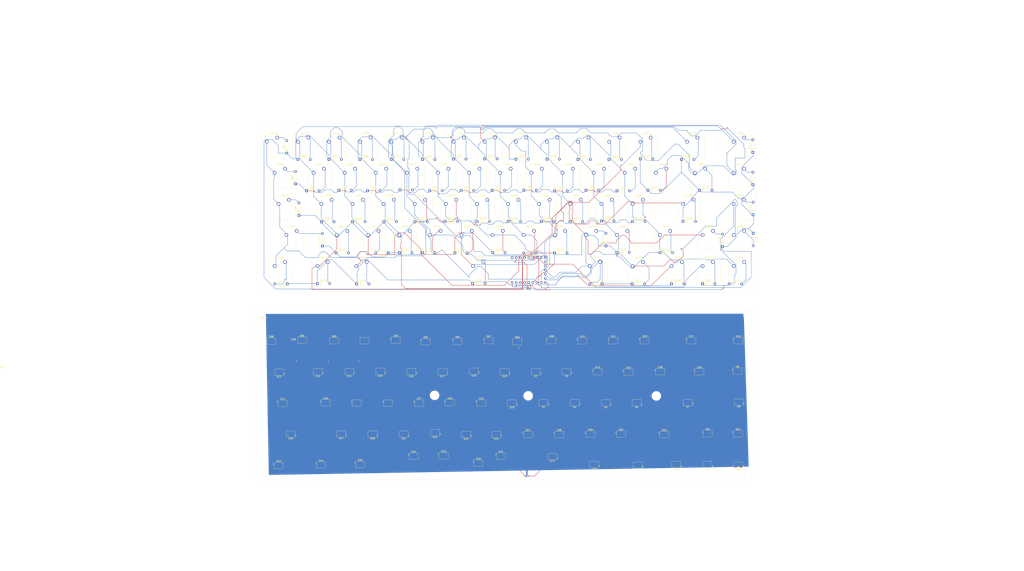
<source format=kicad_pcb>
(kicad_pcb (version 20241229) (generator "pcbnew") (generator_version "9.0")
  (layers (0 "F.Cu" signal) (2 "B.Cu" signal) (13 "F.Paste" user) (15 "B.Paste" user) (5 "F.SilkS" user "F.Silkscreen") (7 "B.SilkS" user "B.Silkscreen") (1 "F.Mask" user) (3 "B.Mask" user) (25 "Edge.Cuts" user))
  (net 0 "")
  (net 1 "Net-(D1-DOUT)")
  (net 2 "Net-(D1-DIN)")
  (net 3 "VCC")
  (net 4 "Net-(D2-DOUT)")
  (net 5 "Net-(D3-DOUT)")
  (net 6 "Net-(D4-DOUT)")
  (net 7 "Net-(D5-DOUT)")
  (net 8 "Net-(D6-DOUT)")
  (net 9 "Net-(D7-DOUT)")
  (net 10 "Net-(D8-DOUT)")
  (net 11 "Net-(D10-DIN)")
  (net 12 "Net-(D10-DOUT)")
  (net 13 "Net-(D11-DIN)")
  (net 14 "Net-(D11-DOUT)")
  (net 15 "Net-(D12-DOUT)")
  (net 16 "Net-(D13-DOUT)")
  (net 17 "Net-(D14-DOUT)")
  (net 18 "Net-(D15-DOUT)")
  (net 19 "Net-(D16-DOUT)")
  (net 20 "Net-(D17-DOUT)")
  (net 21 "Net-(D18-DOUT)")
  (net 22 "Net-(D19-DOUT)")
  (net 23 "Net-(D21-DIN)")
  (net 24 "Net-(D21-DOUT)")
  (net 25 "Net-(D22-DOUT)")
  (net 26 "Net-(D23-DOUT)")
  (net 27 "Net-(D24-DOUT)")
  (net 28 "Net-(D25-DOUT)")
  (net 29 "Net-(D26-DOUT)")
  (net 30 "Net-(D27-DOUT)")
  (net 31 "Net-(D28-DOUT)")
  (net 32 "Net-(D29-DOUT)")
  (net 33 "Net-(D31-DIN)")
  (net 34 "Net-(D31-DOUT)")
  (net 35 "Net-(D32-DOUT)")
  (net 36 "Net-(D33-DOUT)")
  (net 37 "Net-(D34-DOUT)")
  (net 38 "Net-(D35-DOUT)")
  (net 39 "Net-(D36-DOUT)")
  (net 40 "Net-(D37-DOUT)")
  (net 41 "Net-(D38-DOUT)")
  (net 42 "Net-(D39-DOUT)")
  (net 43 "Net-(D40-DOUT)")
  (net 44 "Net-(D41-DOUT)")
  (net 45 "Net-(D42-DOUT)")
  (net 46 "Net-(D43-DOUT)")
  (net 47 "Net-(D44-DOUT)")
  (net 48 "Net-(D45-DOUT)")
  (net 49 "Net-(D46-DOUT)")
  (net 50 "Net-(D47-DOUT)")
  (net 51 "Net-(D48-DOUT)")
  (net 52 "Net-(D48-DIN)")
  (net 53 "Net-(D49-DOUT)")
  (net 54 "Net-(D50-DOUT)")
  (net 55 "Net-(D51-DOUT)")
  (net 56 "Net-(D52-DOUT)")
  (net 57 "Net-(D53-DOUT)")
  (net 58 "Net-(D54-DOUT)")
  (net 59 "Net-(D55-DOUT)")
  (net 60 "Net-(D56-DOUT)")
  (net 61 "Net-(D58-DOUT)")
  (net 62 "Net-(D60-DOUT)")
  (net 63 "Net-(D61-DOUT)")
  (net 64 "Net-(D61-DIN)")
  (net 65 "Net-(D62-DOUT)")
  (net 66 "Net-(D63-DOUT)")
  (net 67 "Net-(D64-DOUT)")
  (net 68 "Net-(D65-DOUT)")
  (net 69 "Net-(D66-DOUT)")
  (net 70 "Net-(D71-DOUT)")
  (net 71 "LED_PIN")
  (net 72 "Net-(D72-DOUT)")
  (net 73 "Net-(D74-A)")
  (net 74 "ROW0")
  (net 75 "Net-(D75-A)")
  (net 76 "Net-(D76-A)")
  (net 77 "Net-(D77-A)")
  (net 78 "Net-(D78-A)")
  (net 79 "Net-(D79-A)")
  (net 80 "Net-(D80-A)")
  (net 81 "Net-(D81-A)")
  (net 82 "Net-(D82-A)")
  (net 83 "Net-(D83-A)")
  (net 84 "Net-(D84-A)")
  (net 85 "Net-(D85-A)")
  (net 86 "Net-(D86-A)")
  (net 87 "ROW1")
  (net 88 "Net-(D87-A)")
  (net 89 "Net-(D88-A)")
  (net 90 "Net-(D89-A)")
  (net 91 "Net-(D90-A)")
  (net 92 "Net-(D91-A)")
  (net 93 "Net-(D92-A)")
  (net 94 "Net-(D93-A)")
  (net 95 "Net-(D94-A)")
  (net 96 "Net-(D95-A)")
  (net 97 "Net-(D96-A)")
  (net 98 "Net-(D97-A)")
  (net 99 "Net-(D98-A)")
  (net 100 "ROW2")
  (net 101 "Net-(D99-A)")
  (net 102 "Net-(D100-A)")
  (net 103 "Net-(D101-A)")
  (net 104 "Net-(D102-A)")
  (net 105 "Net-(D103-A)")
  (net 106 "Net-(D104-A)")
  (net 107 "Net-(D105-A)")
  (net 108 "Net-(D106-A)")
  (net 109 "Net-(D107-A)")
  (net 110 "Net-(D108-A)")
  (net 111 "Net-(D109-A)")
  (net 112 "ROW3")
  (net 113 "Net-(D110-A)")
  (net 114 "Net-(D111-A)")
  (net 115 "ROW4")
  (net 116 "ROW5")
  (net 117 "Net-(D112-A)")
  (net 118 "Net-(D113-A)")
  (net 119 "Net-(D114-A)")
  (net 120 "Net-(D115-A)")
  (net 121 "Net-(D116-A)")
  (net 122 "Net-(D117-A)")
  (net 123 "Net-(D118-A)")
  (net 124 "Net-(D119-A)")
  (net 125 "Net-(D120-A)")
  (net 126 "Net-(D121-A)")
  (net 127 "Net-(D122-A)")
  (net 128 "Net-(D123-A)")
  (net 129 "Net-(D124-A)")
  (net 130 "Net-(D125-A)")
  (net 131 "Net-(D126-A)")
  (net 132 "Net-(D127-A)")
  (net 133 "Net-(D128-A)")
  (net 134 "Net-(D129-A)")
  (net 135 "Net-(D130-A)")
  (net 136 "Net-(D131-A)")
  (net 137 "Net-(D132-A)")
  (net 138 "Net-(D134-A)")
  (net 139 "Net-(D135-A)")
  (net 140 "Net-(D137-A)")
  (net 141 "Net-(D138-A)")
  (net 142 "Net-(D140-A)")
  (net 143 "Net-(D141-A)")
  (net 144 "Net-(D143-A)")
  (net 145 "Net-(D144-A)")
  (net 146 "COL0")
  (net 147 "COL1")
  (net 148 "COL2")
  (net 149 "COL6")
  (net 150 "COL3")
  (net 151 "COL7")
  (net 152 "COL4")
  (net 153 "COL8")
  (net 154 "COL9")
  (net 155 "COL10")
  (net 156 "COL11")
  (net 157 "COL5")
  (net 160 "Net-(D1-VSS)")
  (net 161 "Net-(D1-VDD)")
  (net 162 "Net-(D71-DIN)")
  (net 163 "Net-(J2-Pin_3)")
  (footprint "Button_Switch_Keyboard:SW_Cherry_MX_1.00u_PCB" (layer "F.Cu") (at 376.4915 81.9483)
    (property "Reference" "SW65")
    (property "Value" "SW_Push")
  )
  (footprint "Button_Switch_Keyboard:SW_Cherry_MX_2.00u_PCB" (layer "F.Cu") (at 366.9671 24.8019)
    (property "Reference" "SW56")
    (property "Value" "SW_Push")
  )
  (footprint "Diode_THT:D_DO-35_SOD27_P7.62mm_Horizontal" (layer "F.Cu") (at 271.4977 76.1686)
    (property "Reference" "D106")
    (property "Value" "1N4148")
  )
  (footprint "Diode_THT:D_DO-35_SOD27_P7.62mm_Horizontal" (layer "F.Cu") (at 279.6314 57.4188)
    (property "Reference" "D95")
    (property "Value" "1N4148")
  )
  (footprint "Diode_THT:D_DO-35_SOD27_P7.62mm_Horizontal" (layer "F.Cu") (at 194.0314 76.3688)
    (property "Reference" "D102")
    (property "Value" "1N4148")
  )
  (footprint "LED_SMD:LED_SK6812MINI_PLCC4_3.5x3.5mm_P1.75mm" (layer "F.Cu") (at 368.175 168.3)
    (property "Reference" "D36")
    (property "Value" "SK6812MINI")
  )
  (footprint "LED_SMD:LED_SK6812MINI_PLCC4_3.5x3.5mm_P1.75mm" (layer "F.Cu") (at 196.725 187.375)
    (property "Reference" "D27")
    (property "Value" "SK6812MINI")
  )
  (footprint "Button_Switch_Keyboard:SW_Cherry_MX_1.00u_PCB" (layer "F.Cu") (at 395.5403 24.8019)
    (property "Reference" "SW38")
    (property "Value" "SW_Push")
  )
  (footprint "Diode_THT:D_DO-35_SOD27_P7.62mm_Horizontal" (layer "F.Cu") (at 368.2314 57.0688)
    (property "Reference" "D126")
    (property "Value" "1N4148")
  )
  (footprint "Diode_THT:D_DO-35_SOD27_P7.62mm_Horizontal" (layer "F.Cu") (at 136.9181 76.4048)
    (property "Reference" "D99")
    (property "Value" "1N4148")
  )
  (footprint "Button_Switch_Keyboard:SW_Cherry_MX_1.00u_Plate" (layer "F.Cu") (at 128.8571 24.8019)
    (property "Reference" "SW1,0")
    (property "Value" "SW_Push")
  )
  (footprint "LED_SMD:LED_SK6812MINI_PLCC4_3.5x3.5mm_P1.75mm" (layer "F.Cu") (at 330.3 225.35 180)
    (property "Reference" "D73")
    (property "Value" "SK6812MINI")
  )
  (footprint "Button_Switch_Keyboard:SW_Cherry_MX_1.00u_PCB" (layer "F.Cu") (at 347.9183 43.8507)
    (property "Reference" "SW59")
    (property "Value" "SW_Push")
  )
  (footprint "Diode_THT:D_DO-35_SOD27_P7.62mm_Horizontal" (layer "F.Cu") (at 115.9427 114.4138 180)
    (property "Reference" "D112")
    (property "Value" "1N4148")
  )
  (footprint "Diode_THT:D_DO-35_SOD27_P7.62mm_Horizontal" (layer "F.Cu") (at 274.8975 38.0436)
    (property "Reference" "D79")
    (property "Value" "1N4148")
  )
  (footprint "LED_SMD:LED_SK6812MINI_PLCC4_3.5x3.5mm_P1.75mm" (layer "F.Cu") (at 346.7 206.675)
    (property "Reference" "D53")
    (property "Value" "SK6812MINI")
  )
  (footprint "Button_Switch_Keyboard:SW_Cherry_MX_1.00u_Plate" (layer "F.Cu") (at 200.2901 62.8995)
    (property "Reference" "SW29")
    (property "Value" "SW_Push")
  )
  (footprint "Diode_THT:D_DO-35_SOD27_P7.62mm_Horizontal" (layer "F.Cu") (at 134.3435 114.25)
    (property "Reference" "D115")
    (property "Value" "1N4148")
  )
  (footprint "LED_SMD:LED_SK6812MINI_PLCC4_3.5x3.5mm_P1.75mm" (layer "F.Cu") (at 320.3 206.425)
    (property "Reference" "D54")
    (property "Value" "SK6812MINI")
  )
  (footprint "LED_SMD:LED_SK6812MINI_PLCC4_3.5x3.5mm_P1.75mm" (layer "F.Cu") (at 267.975 168.25 180)
    (property "Reference" "D2")
    (property "Value" "SK6812MINI")
  )
  (footprint "LED_SMD:LED_SK6812MINI_PLCC4_3.5x3.5mm_P1.75mm" (layer "F.Cu") (at 246.8 219.95)
    (property "Reference" "D31")
    (property "Value" "SK6812MINI")
  )
  (footprint "Diode_THT:D_DO-35_SOD27_P7.62mm_Horizontal" (layer "F.Cu") (at 141.458177 38.171606)
    (property "Reference" "D84")
    (property "Value" "1N4148")
  )
  (footprint "Diode_THT:D_DO-35_SOD27_P7.62mm_Horizontal" (layer "F.Cu") (at 127.7564 57.3938)
    (property "Reference" "D87")
    (property "Value" "1N4148")
  )
  (footprint "Diode_THT:D_DO-35_SOD27_P7.62mm_Horizontal" (layer "F.Cu") (at 179.5952 38.281)
    (property "Reference" "D74")
    (property "Value" "1N4148")
  )
  (footprint "Diode_THT:D_DO-35_SOD27_P7.62mm_Horizontal" (layer "F.Cu") (at 251.15015 76.2024)
    (property "Reference" "D105")
    (property "Value" "1N4148")
  )
  (footprint "Diode_THT:D_DO-35_SOD27_P7.62mm_Horizontal" (layer "F.Cu") (at 382.3664 91.5288 90)
    (property "Reference" "D138")
    (property "Value" "1N4148")
  )
  (footprint "Diode_THT:D_DO-35_SOD27_P7.62mm_Horizontal" (layer "F.Cu") (at 203.1469 57.339)
    (property "Reference" "D91")
    (property "Value" "1N4148")
  )
  (footprint "Button_Switch_Keyboard:SW_Cherry_MX_1.00u_PCB" (layer "F.Cu") (at 171.804545 81.9483)
    (property "Reference" "SW43")
    (property "Value" "SW_Push")
  )
  (footprint "Diode_THT:D_DO-35_SOD27_P7.62mm_Horizontal" (layer "F.Cu") (at 222.3564 57.2438)
    (property "Reference" "D92")
    (property "Value" "1N4148")
  )
  (footprint "LED_SMD:LED_SK6812MINI_PLCC4_3.5x3.5mm_P1.75mm" (layer "F.Cu") (at 118.05 206.375 180)
    (property "Reference" "D46")
    (property "Value" "SK6812MINI")
  )
  (footprint "Button_Switch_Keyboard:SW_Cherry_MX_1.00u_PCB" (layer "F.Cu") (at 376.4915 101.0138)
    (property "Reference" "SW44")
    (property "Value" "SW_Push")
  )
  (footprint "LED_SMD:LED_SK6812MINI_PLCC4_3.5x3.5mm_P1.75mm" (layer "F.Cu") (at 110.925 168.5 180)
    (property "Reference" "D12")
    (property "Value" "SK6812MINI")
  )
  (footprint "LED_SMD:LED_SK6812MINI_PLCC4_3.5x3.5mm_P1.75mm" (layer "F.Cu") (at 110.65 225.675)
    (property "Reference" "D45")
    (property "Value" "SK6812MINI")
  )
  (footprint "Button_Switch_Keyboard:SW_Cherry_MX_1.00u_PCB" (layer "F.Cu") (at 276.4853 62.8995)
    (property "Reference" "SW33")
    (property "Value" "SW_Push")
  )
  (footprint "Button_Switch_Keyboard:SW_Cherry_MX_1.00u_PCB" (layer "F.Cu") (at 314.5829 62.8995)
    (property "Reference" "SW35")
    (property "Value" "SW_Push")
  )
  (footprint "Diode_THT:D_DO-35_SOD27_P7.62mm_Horizontal" (layer "F.Cu") (at 327.0314 114.3688)
    (property "Reference" "D127")
    (property "Value" "1N4148")
  )
  (footprint "LED_SMD:LED_SK6812MINI_PLCC4_3.5x3.5mm_P1.75mm" (layer "F.Cu") (at 392.05 149.309436)
    (property "Reference" "D10")
    (property "Value" "SK6812MINI")
  )
  (footprint "Button_Switch_Keyboard:SW_Cherry_MX_1.00u_Plate" (layer "F.Cu") (at 186.0035 24.8019)
    (property "Reference" "SW4,0")
    (property "Value" "SW_Push")
  )
  (footprint "Button_Switch_Keyboard:SW_Cherry_MX_1.00u_PCB" (layer "F.Cu") (at 176.4791 43.8507)
    (property "Reference" "SW16")
    (property "Value" "SW_Push")
  )
  (footprint "LED_SMD:LED_SK6812MINI_PLCC4_3.5x3.5mm_P1.75mm" (layer "F.Cu") (at 113.1 187.625)
    (property "Reference" "D11")
    (property "Value" "SK6812MINI")
  )
  (footprint "LED_SMD:LED_SK6812MINI_PLCC4_3.5x3.5mm_P1.75mm" (layer "F.Cu") (at 163.25 149.2)
    (property "Reference" "D64")
    (property "Value" "SK6812MINI")
  )
  (footprint "LED_SMD:LED_SK6812MINI_PLCC4_3.5x3.5mm_P1.75mm" (layer "F.Cu") (at 193.35 219.95)
    (property "Reference" "D34")
    (property "Value" "SK6812MINI")
  )
  (footprint "Button_Switch_Keyboard:SW_Cherry_MX_1.00u_Plate" (layer "F.Cu") (at 262.1987 24.8019)
    (property "Reference" "SW5")
    (property "Value" "SW_Push")
  )
  (footprint "Button_Switch_Keyboard:SW_Cherry_MX_1.00u_PCB" (layer "F.Cu") (at 190.886841 81.9483)
    (property "Reference" "SW46")
    (property "Value" "SW_Push")
  )
  (footprint "Button_Switch_Keyboard:SW_Cherry_MX_1.50u_PCB" (layer "F.Cu") (at 333.6317 100.9971)
    (property "Reference" "SW54")
    (property "Value" "SW_Push")
  )
  (footprint "Button_Switch_Keyboard:SW_Cherry_MX_1.00u_PCB" (layer "F.Cu") (at 228.8633 81.9483)
    (property "Reference" "SW52")
    (property "Value" "SW_Push")
  )
  (footprint "LED_SMD:LED_SK6812MINI_PLCC4_3.5x3.5mm_P1.75mm" (layer "F.Cu") (at 391.55 167.9)
    (property "Reference" "D9")
    (property "Value" "SK6812MINI")
  )
  (footprint "Diode_THT:D_DO-35_SOD27_P7.62mm_Horizontal" (layer "F.Cu") (at 145.8064 95.4438)
    (property "Reference" "D113")
    (property "Value" "1N4148")
  )
  (footprint "Button_Switch_Keyboard:SW_Cherry_MX_1.00u_PCB" (layer "F.Cu") (at 152.6681 81.9483)
    (property "Reference" "SW40")
    (property "Value" "SW_Push")
  )
  (footprint "Diode_THT:D_DO-35_SOD27_P7.62mm_Horizontal" (layer "F.Cu") (at 351.0814 114.4188)
    (property "Reference" "D130")
    (property "Value" "1N4148")
  )
  (footprint "Diode_THT:D_DO-35_SOD27_P7.62mm_Horizontal" (layer "F.Cu") (at 165.0814 57.3188)
    (property "Reference" "D89")
    (property "Value" "1N4148")
  )
  (footprint "Button_Switch_Keyboard:SW_Cherry_MX_1.00u_PCB" (layer "F.Cu") (at 300.2963 24.8019)
    (property "Reference" "SW7")
    (property "Value" "SW_Push")
  )
  (footprint "LED_SMD:LED_SK6812MINI_PLCC4_3.5x3.5mm_P1.75mm" (layer "F.Cu") (at 303.675 225.175 180)
    (property "Reference" "D72")
    (property "Value" "SK6812MINI")
  )
  (footprint "Button_Switch_Keyboard:SW_Cherry_MX_1.00u_PCB" (layer "F.Cu") (at 257.43045 62.8995)
    (property "Reference" "SW32")
    (property "Value" "SW_Push")
  )
  (footprint "LED_SMD:LED_SK6812MINI_PLCC4_3.5x3.5mm_P1.75mm" (layer "F.Cu") (at 182.4 148.9)
    (property "Reference" "D63")
    (property "Value" "SK6812MINI")
  )
  (footprint "LED_SMD:LED_SK6812MINI_PLCC4_3.5x3.5mm_P1.75mm" (layer "F.Cu") (at 363.275 149.234436)
    (property "Reference" "D37")
    (property "Value" "SK6812MINI")
  )
  (footprint "Diode_THT:D_DO-35_SOD27_P7.62mm_Horizontal" (layer "F.Cu") (at 123.0664 72.4288 90)
    (property "Reference" "D98")
    (property "Value" "1N4148")
  )
  (footprint "Diode_THT:D_DO-35_SOD27_P7.62mm_Horizontal" (layer "F.Cu") (at 401.1414 83.4088 -90)
    (property "Reference" "D141")
    (property "Value" "1N4148")
  )
  (footprint "Button_Switch_Keyboard:SW_Cherry_MX_1.25u_PCB" (layer "F.Cu") (at 164.5736 100.9971)
    (property "Reference" "SW45")
    (property "Value" "SW_Push")
  )
  (footprint "Button_Switch_Keyboard:SW_Cherry_MX_1.00u_Plate" (layer "F.Cu") (at 252.66825 43.88205)
    (property "Reference" "SW20")
    (property "Value" "SW_Push")
  )
  (footprint "LED_SMD:LED_SK6812MINI_PLCC4_3.5x3.5mm_P1.75mm" (layer "F.Cu") (at 225.325 206.675 180)
    (property "Reference" "D23")
    (property "Value" "SK6812MINI")
  )
  (footprint "Button_Switch_Keyboard:SW_Cherry_MX_1.00u_PCB" (layer "F.Cu") (at 157.4303 43.8507)
    (property "Reference" "SW15")
    (property "Value" "SW_Push")
  )
  (footprint "LED_SMD:LED_SK6812MINI_PLCC4_3.5x3.5mm_P1.75mm" (layer "F.Cu") (at 187.2 206.425 180)
    (property "Reference" "D21")
    (property "Value" "SK6812MINI")
  )
  (footprint "LED_SMD:LED_SK6812MINI_PLCC4_3.5x3.5mm_P1.75mm" (layer "F.Cu") (at 215.525 187.225)
    (property "Reference" "D26")
    (property "Value" "SK6812MINI")
  )
  (footprint "Button_Switch_Keyboard:SW_Cherry_MX_1.00u_Plate" (layer "F.Cu") (at 328.8695 43.8507)
    (property "Reference" "SW24")
    (property "Value" "SW_Push")
  )
  (footprint "Button_Switch_Keyboard:SW_Cherry_MX_2.25u_PCB" (layer "F.Cu") (at 121.7138 81.9163)
    (property "Reference" "SW37")
    (property "Value" "SW_Push")
  )
  (footprint "Diode_THT:D_DO-35_SOD27_P7.62mm_Horizontal" (layer "F.Cu") (at 198.6716 95.265)
    (property "Reference" "D122")
    (property "Value" "1N4148")
  )
  (footprint "Button_Switch_Keyboard:SW_Cherry_MX_1.50u_PCB" (layer "F.Cu") (at 371.7293 43.8507)
    (property "Reference" "SW53")
    (property "Value" "SW_Push")
  )
  (footprint "LED_SMD:LED_SK6812MINI_PLCC4_3.5x3.5mm_P1.75mm" (layer "F.Cu") (at 220.275 149.65)
    (property "Reference" "D61")
    (property "Value" "SK6812MINI")
  )
  (footprint "LED_SMD:LED_SK6812MINI_PLCC4_3.5x3.5mm_P1.75mm" (layer "F.Cu") (at 315.55 149.309436)
    (property "Reference" "D41")
    (property "Value" "SK6812MINI")
  )
  (footprint "Button_Switch_Keyboard:SW_Cherry_MX_1.00u_PCB" (layer "F.Cu") (at 295.5341 62.8995)
    (property "Reference" "SW34")
    (property "Value" "SW_Push")
  )
  (footprint "LED_SMD:LED_SK6812MINI_PLCC4_3.5x3.5mm_P1.75mm" (layer "F.Cu") (at 200.759436 149.809436)
    (property "Reference" "D62")
    (property "Value" "SK6812MINI")
  )
  (footprint "Button_Switch_Keyboard:SW_Cherry_MX_1.00u_Plate" (layer "F.Cu") (at 162.1925 62.8995)
    (property "Reference" "SW27")
    (property "Value" "SW_Push")
  )
  (footprint "Diode_THT:D_DO-35_SOD27_P7.62mm_Horizontal" (layer "F.Cu") (at 308.23895 75.88515)
    (property "Reference" "D108")
    (property "Value" "1N4148")
  )
  (footprint "Diode_THT:D_DO-35_SOD27_P7.62mm_Horizontal" (layer "F.Cu") (at 400.875 33.785 90)
    (property "Reference" "D111")
    (property "Value" "1N4148")
  )
  (footprint "LED_SMD:LED_SK6812MINI_PLCC4_3.5x3.5mm_P1.75mm" (layer "F.Cu") (at 139.525 187.3)
    (property "Reference" "D30")
    (property "Value" "SK6812MINI")
  )
  (footprint "Button_Switch_Keyboard:SW_Cherry_MX_1.00u_Plate" (layer "F.Cu") (at 290.7719 43.8507)
    (property "Reference" "SW22")
    (property "Value" "SW_Push")
  )
  (footprint "Button_Switch_Keyboard:SW_Cherry_MX_1.00u_Plate" (layer "F.Cu") (at 319.3451 24.8019)
    (property "Reference" "SW8")
    (property "Value" "SW_Push")
  )
  (footprint "Button_Switch_Keyboard:SW_Cherry_MX_1.00u_Plate" (layer "F.Cu") (at 281.2475 24.8019)
    (property "Reference" "SW6")
    (property "Value" "SW_Push")
  )
  (footprint "Diode_THT:D_DO-35_SOD27_P7.62mm_Horizontal" (layer "F.Cu") (at 312.870846 38.286375)
    (property "Reference" "D81")
    (property "Value" "1N4148")
  )
  (footprint "Diode_THT:D_DO-35_SOD27_P7.62mm_Horizontal" (layer "F.Cu") (at 370.038 114.3179)
    (property "Reference" "D117")
    (property "Value" "1N4148")
  )
  (footprint "Diode_THT:D_DO-35_SOD27_P7.62mm_Horizontal" (layer "F.Cu") (at 122.4064 38.2688)
    (property "Reference" "D83")
    (property "Value" "1N4148")
  )
  (footprint "LED_SMD:LED_SK6812MINI_PLCC4_3.5x3.5mm_P1.75mm" (layer "F.Cu") (at 301.575 206.5)
    (property "Reference" "D55")
    (property "Value" "SK6812MINI")
  )
  (footprint "Diode_THT:D_DO-35_SOD27_P7.62mm_Horizontal" (layer "F.Cu") (at 184.9493 56.9055)
    (property "Reference" "D90")
    (property "Value" "1N4148")
  )
  (footprint "LED_SMD:LED_SK6812MINI_PLCC4_3.5x3.5mm_P1.75mm" (layer "F.Cu") (at 148.9 206.35 180)
    (property "Reference" "D47")
    (property "Value" "SK6812MINI")
  )
  (footprint "Button_Switch_Keyboard:SW_Cherry_MX_1.50u_PCB" (layer "F.Cu") (at 114.5705 100.9971)
    (property "Reference" "SW39")
    (property "Value" "SW_Push")
  )
  (footprint "Diode_THT:D_DO-35_SOD27_P7.62mm_Horizontal" (layer "F.Cu") (at 336.7016 57.0924)
    (property "Reference" "D132")
    (property "Value" "1N4148")
  )
  (footprint "Button_Switch_Keyboard:SW_Cherry_MX_1.00u_Plate" (layer "F.Cu") (at 181.2413 62.8995)
    (property "Reference" "SW28")
    (property "Value" "SW_Push")
  )
  (footprint "LED_SMD:LED_SK6812MINI_PLCC4_3.5x3.5mm_P1.75mm" (layer "F.Cu") (at 282.35 206.675)
    (property "Reference" "D56")
    (property "Value" "SK6812MINI")
  )
  (footprint "Button_Switch_Keyboard:SW_Cherry_MX_1.00u_Plate" (layer "F.Cu") (at 224.1011 24.8019)
    (property "Reference" "SW3")
    (property "Value" "SW_Push")
  )
  (footprint "Button_Switch_Keyboard:SW_Cherry_MX_1.00u_Plate" (layer "F.Cu") (at 147.9059 24.8019)
    (property "Reference" "SW2,0")
    (property "Value" "SW_Push")
  )
  (footprint "LED_SMD:LED_SK6812MINI_PLCC4_3.5x3.5mm_P1.75mm" (layer "F.Cu") (at 125.075 148.975)
    (property "Reference" "D66")
    (property "Value" "SK6812MINI")
  )
  (footprint "Button_Switch_Keyboard:SW_Cherry_MX_1.00u_PCB" (layer "F.Cu") (at 395.5403 81.9483)
    (property "Reference" "SW68")
    (property "Value" "SW_Push")
  )
  (footprint "Diode_THT:D_DO-35_SOD27_P7.62mm_Horizontal" (layer "F.Cu") (at 155.9028 76.275)
    (property "Reference" "D100")
    (property "Value" "1N4148")
  )
  (footprint "Diode_THT:D_DO-35_SOD27_P7.62mm_Horizontal" (layer "F.Cu") (at 158.3314 114.4688)
    (property "Reference" "D118")
    (property "Value" "1N4148")
  )
  (footprint "LED_SMD:LED_SK6812MINI_PLCC4_3.5x3.5mm_P1.75mm" (layer "F.Cu") (at 391.975 225.525 180)
    (property "Reference" "D50")
    (property "Value" "SK6812MINI")
  )
  (footprint "LED_SMD:LED_SK6812MINI_PLCC4_3.5x3.5mm_P1.75mm" (layer "F.Cu") (at 353.95 225.175 180)
    (property "Reference" "D48")
    (property "Value" "SK6812MINI")
  )
  (footprint "LED_SMD:LED_SK6812MINI_PLCC4_3.5x3.5mm_P1.75mm" (layer "F.Cu") (at 305.925 168.25)
    (property "Reference" "D42")
    (property "Value" "SK6812MINI")
  )
  (footprint "Diode_THT:D_DO-35_SOD27_P7.62mm_Horizontal" (layer "F.Cu") (at 386.415 114.475)
    (property "Reference" "D144")
    (property "Value" "1N4148")
  )
  (footprint "Diode_THT:D_DO-35_SOD27_P7.62mm_Horizontal" (layer "F.Cu") (at 241.6968 95.3036)
    (property "Reference" "D128")
    (property "Value" "1N4148")
  )
  (footprint "LED_SMD:LED_SK6812MINI_PLCC4_3.5x3.5mm_P1.75mm" (layer "F.Cu") (at 278.225 220.3 180)
    (property "Reference" "D71")
    (property "Value" "SK6812MINI")
  )
  (footprint "Button_Switch_Keyboard:SW_Cherry_MX_1.00u_PCB" (layer "F.Cu") (at 233.6255 43.8507)
    (property "Reference" "SW19")
    (property "Value" "SW_Push")
  )
  (footprint "LED_SMD:LED_SK6812MINI_PLCC4_3.5x3.5mm_P1.75mm" (layer "F.Cu") (at 253.425 187.375 180)
    (property "Reference" "D20")
    (property "Value" "SK6812MINI")
  )
  (footprint "LED_SMD:LED_SK6812MINI_PLCC4_3.5x3.5mm_P1.75mm" (layer "F.Cu") (at 177.8 187.425)
    (property "Reference" "D28")
    (property "Value" "SK6812MINI")
  )
  (footprint "Diode_THT:D_DO-35_SOD27_P7.62mm_Horizontal" (layer "F.Cu") (at 255.8487 38.0424)
    (property "Reference" "D78")
    (property "Value" "1N4148")
  )
  (footprint "Diode_THT:D_DO-35_SOD27_P7.62mm_Horizontal" (layer "F.Cu") (at 120.9914 53.1788 90)
    (property "Reference" "D86")
    (property "Value" "1N4148")
  )
  (footprint "Diode_THT:D_DO-35_SOD27_P7.62mm_Horizontal" (layer "F.Cu") (at 236.7999 37.8189)
    (property "Reference" "D77")
    (property "Value" "1N4148")
  )
  (footprint "Diode_THT:D_DO-35_SOD27_P7.62mm_Horizontal" (layer "F.Cu") (at 332.0439 37.8189)
    (property "Reference" "D120")
    (property "Value" "1N4148")
  )
  (footprint "Button_Switch_Keyboard:SW_Cherry_MX_1.00u_Plate" (layer "F.Cu") (at 138.3815 43.8507)
    (property "Reference" "SW14")
    (property "Value" "SW_Push")
  )
  (footprint "LED_SMD:LED_SK6812MINI_PLCC4_3.5x3.5mm_P1.75mm" (layer "F.Cu") (at 106.175 149.434436)
    (property "Reference" "D68")
    (property "Value" "SK6812MINI")
  )
  (footprint "Button_Switch_Keyboard:SW_Cherry_MX_1.75u_PCB" (layer "F.Cu") (at 350.2994 81.9483)
    (property "Reference" "SW70")
    (property "Value" "SW_Push")
  )
  (footprint "LED_SMD:LED_SK6812MINI_PLCC4_3.5x3.5mm_P1.75mm" (layer "F.Cu") (at 286.775 168.15 180)
    (property "Reference" "D3")
    (property "Value" "SK6812MINI")
  )
  (footprint "LED_SMD:LED_SK6812MINI_PLCC4_3.5x3.5mm_P1.75mm" (layer "F.Cu") (at 160.575 225.05)
    (property "Reference" "D35")
    (property "Value" "SK6812MINI")
  )
  (footprint "Connector_PinHeader_1.00mm:PinHeader_1x03_P1.00mm_Vertical" (layer "F.Cu") (at 261.625 232.15 90)
    (property "Reference" "J1")
    (property "Value" "Conn_01x03_Pin")
  )
  (footprint "LED_SMD:LED_SK6812MINI_PLCC4_3.5x3.5mm_P1.75mm" (layer "F.Cu") (at 272.65 187.125 180)
    (property "Reference" "D1")
    (property "Value" "SK6812MINI")
  )
  (footprint "LED_SMD:LED_SK6812MINI_PLCC4_3.5x3.5mm_P1.75mm" (layer "F.Cu") (at 211.575 219.725)
    (property "Reference" "D33")
    (property "Value" "SK6812MINI")
  )
  (footprint "Button_Switch_Keyboard:SW_Cherry_MX_1.00u_Plate" (layer "F.Cu") (at 243.1499 24.8019)
    (property "Reference" "SW4")
    (property "Value" "SW_Push")
  )
  (footprint "Diode_THT:D_DO-35_SOD27_P7.62mm_Horizontal" (layer "F.Cu") (at 317.6312 95.2524)
    (property "Reference" "D140")
    (property "Value" "1N4148")
  )
  (footprint "Button_Switch_Keyboard:SW_Cherry_MX_1.00u_Plate" (layer "F.Cu") (at 309.8207 43.8507)
    (property "Reference" "SW23")
    (property "Value" "SW_Push")
  )
  (footprint "Diode_THT:D_DO-35_SOD27_P7.62mm_Horizontal" (layer "F.Cu") (at 289.0494 76.2786)
    (property "Reference" "D107")
    (property "Value" "1N4148")
  )
  (footprint "Diode_THT:D_DO-35_SOD27_P7.62mm_Horizontal" (layer "F.Cu") (at 357.2064 38.1938)
    (property "Reference" "D129")
    (property "Value" "1N4148")
  )
  (footprint "Button_Switch_Keyboard:SW_Cherry_MX_1.00u_PCB" (layer "F.Cu") (at 209.8145 81.9483)
    (property "Reference" "SW49")
    (property "Value" "SW_Push")
  )
  (footprint "LED_SMD:LED_SK6812MINI_PLCC4_3.5x3.5mm_P1.75mm" (layer "F.Cu") (at 334.7 149.234436)
    (property "Reference" "D39")
    (property "Value" "SK6812MINI")
  )
  (footprint "Button_Switch_Keyboard:SW_Cherry_MX_1.00u_Plate" (layer "F.Cu") (at 271.7231 43.8507)
    (property "Reference" "SW21")
    (property "Value" "SW_Push")
  )
  (footprint "Diode_THT:D_DO-35_SOD27_P7.62mm_Horizontal" (layer "F.Cu") (at 212.4814 76.2188)
    (property "Reference" "D103")
    (property "Value" "1N4148")
  )
  (footprint "Diode_THT:D_DO-35_SOD27_P7.62mm_Horizontal" (layer "F.Cu") (at 344.1564 95.2688)
    (property "Reference" "D143")
    (property "Value" "1N4148")
  )
  (footprint "Button_Switch_Keyboard:SW_Cherry_MX_1.00u_PCB" (layer "F.Cu") (at 247.9121 81.9483)
    (property "Reference" "SW55")
    (property "Value" "SW_Push")
  )
  (footprint "Diode_THT:D_DO-35_SOD27_P7.62mm_Horizontal" (layer "F.Cu") (at 232.1314 76.2188)
    (property "Reference" "D104")
    (property "Value" "1N4148")
  )
  (footprint "LED_SMD:LED_SK6812MINI_PLCC4_3.5x3.5mm_P1.75mm" (layer "F.Cu") (at 373.25 206.15)
    (property "Reference" "D52")
    (property "Value" "SK6812MINI")
  )
  (footprint "Button_Switch_Keyboard:SW_Cherry_MX_1.00u_PCB" (layer "F.Cu") (at 395.5403 43.8507)
    (property "Reference" "SW41")
    (property "Value" "SW_Push")
  )
  (footprint "Diode_THT:D_DO-35_SOD27_P7.62mm_Horizontal" (layer "F.Cu") (at 400.95 53.67 90)
    (property "Reference" "D114")
    (property "Value" "1N4148")
  )
  (footprint "Diode_THT:D_DO-35_SOD27_P7.62mm_Horizontal" (layer "F.Cu") (at 293.8332 38.2036)
    (property "Reference" "D80")
    (property "Value" "1N4148")
  )
  (footprint "Button_Switch_Keyboard:SW_Cherry_MX_1.00u_PCB" (layer "F.Cu") (at 338.3939 24.8019)
    (property "Reference" "SW47")
    (property "Value" "SW_Push")
  )
  (footprint "LED_SMD:LED_SK6812MINI_PLCC4_3.5x3.5mm_P1.75mm" (layer "F.Cu") (at 191.85 168.25 180)
    (property "Reference" "D16")
    (property "Value" "SK6812MINI")
  )
  (footprint "Button_Switch_Keyboard:SW_Cherry_MX_1.00u_PCB" (layer "F.Cu") (at 395.5403 62.8995)
    (property "Reference" "SW677")
    (property "Value" "SW_Push")
  )
  (footprint "Button_Switch_Keyboard:SW_Cherry_MX_1.00u_PCB" (layer "F.Cu") (at 286.0097 81.9483)
    (property "Reference" "SW61")
    (property "Value" "SW_Push")
  )
  (footprint "LED_SMD:LED_SK6812MINI_PLCC4_3.5x3.5mm_P1.75mm" (layer "F.Cu") (at 232.965564 224.3)
    (property "Reference" "D32")
    (property "Value" "SK6812MINI")
  )
  (footprint "Diode_THT:D_DO-35_SOD27_P7.62mm_Horizontal" (layer "F.Cu") (at 308.6264 114.4188 180)
    (property "Reference" "D124")
    (property "Value" "1N4148")
  )
  (footprint "LED_SMD:LED_SK6812MINI_PLCC4_3.5x3.5mm_P1.75mm" (layer "F.Cu") (at 239.3 149.315564)
    (property "Reference" "D67")
    (property "Value" "SK6812MINI")
  )
  (footprint "Diode_THT:D_DO-35_SOD27_P7.62mm_Horizontal" (layer "F.Cu") (at 298.80775 57.05155)
    (property "Reference" "D96")
    (property "Value" "1N4148")
  )
  (footprint "LED_SMD:LED_SK6812MINI_PLCC4_3.5x3.5mm_P1.75mm" (layer "F.Cu") (at 230 167.9 180)
    (property "Reference" "D18")
    (property "Value" "SK6812MINI")
  )
  (footprint "Diode_THT:D_DO-35_SOD27_P7.62mm_Horizontal" (layer "F.Cu") (at 184.650341 95.3036)
    (property "Reference" "D119")
    (property "Value" "1N4148")
  )
  (footprint "tiny:RP2040-Tiny" (layer "F.Cu") (at 251.9722 114.9821 90)
    (property "Reference" "U1" (hide yes))
    (property "Value" "~")
  )
  (footprint "Diode_THT:D_DO-35_SOD27_P7.62mm_Horizontal" (layer "F.Cu") (at 198.7023 38.2036)
    (property "Reference" "D75")
    (property "Value" "1N4148")
  )
  (footprint "Diode_THT:D_DO-35_SOD27_P7.62mm_Horizontal" (layer "F.Cu") (at 279.5064 95.4438)
    (property "Reference" "D134")
    (property "Value" "1N4148")
  )
  (footprint "Button_Switch_Keyboard:SW_Cherry_MX_1.00u_PCB" (layer "F.Cu") (at 305.0585 81.9483)
    (property "Reference" "SW64")
    (property "Value" "SW_Push")
  )
  (footprint "Diode_THT:D_DO-35_SOD27_P7.62mm_Horizontal" (layer "F.Cu") (at 147.5021 57.1448)
    (property "Reference" "D88")
    (property "Value" "1N4148")
  )
  (footprint "LED_SMD:LED_SK6812MINI_PLCC4_3.5x3.5mm_P1.75mm" (layer "F.Cu") (at 391.8 206.25)
    (property "Reference" "D51")
    (property "Value" "SK6812MINI")
  )
  (footprint "LED_SMD:LED_SK6812MINI_PLCC4_3.5x3.5mm_P1.75mm" (layer "F.Cu") (at 144.6 149.3)
    (property "Reference" "D65")
    (property "Value" "SK6812MINI")
  )
  (footprint "Diode_THT:D_DO-35_SOD27_P7.62mm_Horizontal" (layer "F.Cu") (at 268.2514 95.4438 180)
    (property "Reference" "D131")
    (property "Value" "1N4148")
  )
  (footprint "LED_SMD:LED_SK6812MINI_PLCC4_3.5x3.5mm_P1.75mm" (layer "F.Cu") (at 248.95 168.225 180)
    (property "Reference" "D19")
    (property "Value" "SK6812MINI")
  )
  (footprint "LED_SMD:LED_SK6812MINI_PLCC4_3.5x3.5mm_P1.75mm" (layer "F.Cu") (at 277.684436 149.275)
    (property "Reference" "D58")
    (property "Value" "SK6812MINI")
  )
  (footprint "Button_Switch_Keyboard:SW_Cherry_MX_1.00u_Plate" (layer "F.Cu") (at 166.9547 24.8019)
    (property "Reference" "SW3,0")
    (property "Value" "SW_Push")
  )
  (footprint "Button_Switch_Keyboard:SW_Cherry_MX_1.00u_Plate" (layer "F.Cu") (at 195.5279 43.8507)
    (property "Reference" "SW17")
    (property "Value" "SW_Push")
  )
  (footprint "Diode_THT:D_DO-35_SOD27_P7.62mm_Horizontal" (layer "F.Cu") (at 175.125 76.325)
    (property "Reference" "D101")
    (property "Value" "1N4148")
  )
  (footprint "LED_SMD:LED_SK6812MINI_PLCC4_3.5x3.5mm_P1.75mm" (layer "F.Cu") (at 256.675 149.868872)
    (property "Reference" "D60")
    (property "Value" "SK6812MINI")
  )
  (footprint "Button_Switch_Keyboard:SW_Cherry_MX_1.25u_PCB" (layer "F.Cu") (at 307.4396 100.9971)
    (property "Reference" "SW51")
    (property "Value" "SW_Push")
  )
  (footprint "Button_Switch_Keyboard:SW_Cherry_MX_1.50u_PCB" (layer "F.Cu") (at 114.5705 43.8507)
    (property "Reference" "SW13")
    (property "Value" "SW_Push")
  )
  (footprint "Button_Switch_Keyboard:SW_Cherry_MX_2.25u_PCB" (layer "F.Cu") (at 364.586 62.8357)
    (property "Reference" "SW62")
    (property "Value" "SW_Push")
  )
  (footprint "LED_SMD:LED_SK6812MINI_PLCC4_3.5x3.5mm_P1.75mm" (layer "F.Cu") (at 158.525 187.35)
    (property "Reference" "D29")
    (property "Value" "SK6812MINI")
  )
  (footprint "Diode_THT:D_DO-35_SOD27_P7.62mm_Horizontal" (layer "F.Cu") (at 401.1 72.035 90)
    (property "Reference" "D123")
    (property "Value" "1N4148")
  )
  (footprint "LED_SMD:LED_SK6812MINI_PLCC4_3.5x3.5mm_P1.75mm" (layer "F.Cu") (at 296.559436 149.35)
    (property "Reference" "D43")
    (property "Value" "SK6812MINI")
  )
  (footprint "LED_SMD:LED_SK6812MINI_PLCC4_3.5x3.5mm_P1.75mm" (layer "F.Cu") (at 206.365564 205.55 180)
    (property "Reference" "D22")
    (property "Value" "SK6812MINI")
  )
  (footprint "Button_Switch_Keyboard:SW_Cherry_MX_1.00u_PCB" (layer "F.Cu") (at 333.6317 62.8995)
    (property "Reference" "SW36")
    (property "Value" "SW_Push")
  )
  (footprint "Button_Switch_Keyboard:SW_Cherry_MX_1.00u_PCB" (layer "F.Cu") (at 143.1437 62.8995)
    (property "Reference" "SW26")
    (property "Value" "SW_Push")
  )
  (footprint "LED_SMD:LED_SK6812MINI_PLCC4_3.5x3.5mm_P1.75mm" (layer "F.Cu") (at 329.75 187.225 180)
    (property "Reference" "D6")
    (property "Value" "SK6812MINI")
  )
  (footprint "Button_Switch_Keyboard:SW_Cherry_MX_1.75u_PCB" (layer "F.Cu") (at 116.9516 62.8995)
    (property "Reference" "SW25")
    (property "Value" "SW_Push")
  )
  (footprint "Diode_THT:D_DO-35_SOD27_P7.62mm_Horizontal" (layer "F.Cu") (at 177.7264 95.4438 180)
    (property "Reference" "D116")
    (property "Value" "1N4148")
  )
  (footprint "Diode_THT:D_DO-35_SOD27_P7.62mm_Horizontal" (layer "F.Cu") (at 317.7564 57.4188)
    (property "Reference" "D97")
    (property "Value" "1N4148")
  )
  (footprint "Diode_THT:D_DO-35_SOD27_P7.62mm_Horizontal" (layer "F.Cu") (at 217.7511 37.9674)
    (property "Reference" "D76")
    (property "Value" "1N4148")
  )
  (footprint "LED_SMD:LED_SK6812MINI_PLCC4_3.5x3.5mm_P1.75mm" (layer "F.Cu") (at 373.05 225.175 180)
    (property "Reference" "D49")
    (property "Value" "SK6812MINI")
  )
  (footprint "Diode_THT:D_DO-35_SOD27_P7.62mm_Horizontal" (layer "F.Cu") (at 260.71015 57.05155)
    (property "Reference" "D94")
    (property "Value" "1N4148")
  )
  (footprint "Button_Switch_Keyboard:SW_Cherry_MX_1.00u_PCB" (layer "F.Cu") (at 238.3877 62.8995)
    (property "Reference" "SW31")
    (property "Value" "SW_Push")
  )
  (footprint "Diode_THT:D_DO-35_SOD27_P7.62mm_Horizontal" (layer "F.Cu") (at 310.9664 91.1038 90)
    (property "Reference" "D137")
    (property "Value" "1N4148")
  )
  (footprint "LED_SMD:LED_SK6812MINI_PLCC4_3.5x3.5mm_P1.75mm" (layer "F.Cu") (at 392.225 186.775 180)
    (property "Reference" "D8")
    (property "Value" "SK6812MINI")
  )
  (footprint "LED_SMD:LED_SK6812MINI_PLCC4_3.5x3.5mm_P1.75mm" (layer "F.Cu") (at 210.925 168.35 180)
    (property "Reference" "D17")
    (property "Value" "SK6812MINI")
  )
  (footprint "Diode_THT:D_DO-35_SOD27_P7.62mm_Horizontal" (layer "F.Cu") (at 327.2262 76.2298)
    (property "Reference" "D109")
    (property "Value" "1N4148")
  )
  (footprint "Button_Switch_Keyboard:SW_Cherry_MX_1.00u_Plate" (layer "F.Cu") (at 214.5767 43.8507)
    (property "Reference" "SW18")
    (property "Value" "SW_Push")
  )
  (footprint "Button_Switch_Keyboard:SW_Cherry_MX_1.00u_Plate" (layer "F.Cu") (at 109.8083 24.8019)
    (property "Reference" "SW0,0")
    (property "Value" "SW_Push")
  )
  (footprint "Button_Switch_Keyboard:SW_Cherry_MX_6.25u_PCB" (layer "F.Cu") (at 236.0066 100.9971)
    (property "Reference" "SW48")
    (property "Value" "SW_Push")
  )
  (footprint "LED_SMD:LED_SK6812MINI_PLCC4_3.5x3.5mm_P1.75mm" (layer "F.Cu") (at 172.85 168.05 180)
    (property "Reference" "D15")
    (property "Value" "SK6812MINI")
  )
  (footprint "LED_SMD:LED_SK6812MINI_PLCC4_3.5x3.5mm_P1.75mm" (layer "F.Cu") (at 344.125 168.25)
    (property "Reference" "D38")
    (property "Value" "SK6812MINI")
  )
  (footprint "LED_SMD:LED_SK6812MINI_PLCC4_3.5x3.5mm_P1.75mm" (layer "F.Cu") (at 324.825 168.5)
    (property "Reference" "D40")
    (property "Value" "SK6812MINI")
  )
  (footprint "Diode_THT:D_DO-35_SOD27_P7.62mm_Horizontal" (layer "F.Cu") (at 218.5064 95.4438)
    (property "Reference" "D125")
    (property "Value" "1N4148")
  )
  (footprint "LED_SMD:LED_SK6812MINI_PLCC4_3.5x3.5mm_P1.75mm" (layer "F.Cu") (at 263.375 206.675)
    (property "Reference" "D57")
    (property "Value" "SK6812MINI")
  )
  (footprint "LED_SMD:LED_SK6812MINI_PLCC4_3.5x3.5mm_P1.75mm" (layer "F.Cu") (at 243.875 206.675 180)
    (property "Reference" "D24")
    (property "Value" "SK6812MINI")
  )
  (footprint "LED_SMD:LED_SK6812MINI_PLCC4_3.5x3.5mm_P1.75mm" (layer "F.Cu") (at 361.1 187.125 180)
    (property "Reference" "D7")
    (property "Value" "SK6812MINI")
  )
  (footprint "Button_Switch_Keyboard:SW_Cherry_MX_1.00u_PCB" (layer "F.Cu") (at 205.0523 24.8019)
    (property "Reference" "SW50")
    (property "Value" "SW_Push")
  )
  (footprint "Button_Switch_Keyboard:SW_Cherry_MX_1.25u_PCB" (layer "F.Cu") (at 140.7626 100.9971)
    (property "Reference" "SW42")
    (property "Value" "SW_Push")
  )
  (footprint "LED_SMD:LED_SK6812MINI_PLCC4_3.5x3.5mm_P1.75mm" (layer "F.Cu") (at 234.775 187.375)
    (property "Reference" "D25")
    (property "Value" "SK6812MINI")
  )
  (footprint "LED_SMD:LED_SK6812MINI_PLCC4_3.5x3.5mm_P1.75mm" (layer "F.Cu") (at 168.125 206.425 180)
    (property "Reference" "D59")
    (property "Value" "SK6812MINI")
  )
  (footprint "Connector_PinHeader_1.00mm:PinHeader_1x03_P1.00mm_Vertical" (layer "F.Cu") (at 262.7 117.575 90)
    (property "Reference" "J2")
    (property "Value" "Conn_01x03_Pin")
  )
  (footprint "Diode_THT:D_DO-35_SOD27_P7.62mm_Horizontal" (layer "F.Cu") (at 358.1609 76.2136)
    (property "Reference" "D135")
    (property "Value" "1N4148")
  )
  (footprint "Diode_THT:D_DO-35_SOD27_P7.62mm_Horizontal" (layer "F.Cu") (at 241.33015 57.13375)
    (property "Reference" "D93")
    (property "Value" "1N4148")
  )
  (footprint "Diode_THT:D_DO-35_SOD27_P7.62mm_Horizontal" (layer "F.Cu") (at 137.4664 91.2288 90)
    (property "Reference" "D110")
    (property "Value" "1N4148")
  )
  (footprint "LED_SMD:LED_SK6812MINI_PLCC4_3.5x3.5mm_P1.75mm" (layer "F.Cu") (at 310.85 187.3 180)
    (property "Reference" "D5")
    (property "Value" "SK6812MINI")
  )
  (footprint "LED_SMD:LED_SK6812MINI_PLCC4_3.5x3.5mm_P1.75mm" (layer "F.Cu") (at 134.7 168.25 180)
    (property "Reference" "D13")
    (property "Value" "SK6812MINI")
  )
  (footprint "Button_Switch_Keyboard:SW_Cherry_MX_1.00u_PCB" (layer "F.Cu") (at 324.1073 81.9483)
    (property "Reference" "SW67")
    (property "Value" "SW_Push")
  )
  (footprint "Diode_THT:D_DO-35_SOD27_P7.62mm_Horizontal" (layer "F.Cu") (at 160.450201 38.2548)
    (property "Reference" "D85")
    (property "Value" "1N4148")
  )
  (footprint "LED_SMD:LED_SK6812MINI_PLCC4_3.5x3.5mm_P1.75mm" (layer "F.Cu") (at 153.925 168.175 180)
    (property "Reference" "D14")
    (property "Value" "SK6812MINI")
  )
  (footprint "Diode_THT:D_DO-35_SOD27_P7.62mm_Horizontal" (layer "F.Cu") (at 229.4027 114.1976)
    (property "Reference" "D121")
    (property "Value" "1N4148")
  )
  (footprint "Button_Switch_Keyboard:SW_Cherry_MX_1.00u_PCB" (layer "F.Cu") (at 357.4427 100.9971)
    (property "Reference" "SW57")
    (property "Value" "SW_Push")
  )
  (footprint "Button_Switch_Keyboard:SW_Cherry_MX_1.00u_Plate" (layer "F.Cu") (at 219.3389 62.8995)
    (property "Reference" "SW30")
    (property "Value" "SW_Push")
  )
  (footprint "Diode_THT:D_DO-35_SOD27_P7.62mm_Horizontal" (layer "F.Cu") (at 115.625 34.31 90)
    (property "Reference" "D82")
    (property "Value" "1N4148")
  )
  (footprint "Button_Switch_Keyboard:SW_Cherry_MX_1.00u_PCB" (layer "F.Cu") (at 266.9609 81.9483)
    (property "Reference" "SW58")
    (property "Value" "SW_Push")
  )
  (footprint "Button_Switch_Keyboard:SW_Cherry_MX_1.00u_PCB" (layer "F.Cu") (at 395.5249 100.9971)
    (property "Reference" "SW71")
    (property "Value" "SW_Push")
  )
  (footprint "LED_SMD:LED_SK6812MINI_PLCC4_3.5x3.5mm_P1.75mm" (layer "F.Cu") (at 136.725 225.375)
    (property "Reference" "D44")
    (property "Value" "SK6812MINI")
  )
  (footprint "LED_SMD:LED_SK6812MINI_PLCC4_3.5x3.5mm_P1.75mm" (layer "F.Cu") (at 291.8 187.225 180)
    (property "Reference" "D4")
    (property "Value" "SK6812MINI")
  )
  (gr_circle (center 99.954953 133.845047) (end 99.379953 131.520047) (stroke (width 0.05)) (fill no) (layer "Edge.Cuts"))
  (gr_circle (center 169.275 91.675) (end 171.025 92.675) (stroke (width 0.05)) (fill no) (layer "Edge.Cuts"))
  (gr_circle (center 159.5 72.55) (end 161.25 73.55) (stroke (width 0.05)) (fill no) (layer "Edge.Cuts"))
  (gr_circle (center 392.95 91.5) (end 394.7 92.5) (stroke (width 0.05)) (fill no) (layer "Edge.Cuts"))
  (gr_circle (center 399.1 116.454953) (end 398.525 114.129953) (stroke (width 0.05)) (fill no) (layer "Edge.Cuts"))
  (gr_circle (center 137.825 110.475) (end 139.575 111.475) (stroke (width 0.05)) (fill no) (layer "Edge.Cuts"))
  (gr_line (start 401.3558 132.025) (end 401.365861 232.9275) (stroke (width 0.05)) (layer "Edge.Cuts"))
  (gr_circle (center 145.875 34.559436) (end 147.625 35.559436) (stroke (width 0.05)) (fill no) (layer "Edge.Cuts"))
  (gr_circle (center 343 68.325) (end 342.425 66) (stroke (width 0.05)) (fill no) (layer "Edge.Cuts"))
  (gr_line (start 96.585062 232.927539) (end 96.575 132.025006) (stroke (width 0.05)) (layer "Edge.Cuts"))
  (gr_circle (center 135.75 53.575) (end 137.5 54.575) (stroke (width 0.05)) (fill no) (layer "Edge.Cuts"))
  (gr_circle (center 264.525 91.925) (end 266.275 92.925) (stroke (width 0.05)) (fill no) (layer "Edge.Cuts"))
  (gr_circle (center 397.95 133.695047) (end 397.375 131.370047) (stroke (width 0.05)) (fill no) (layer "Edge.Cuts"))
  (gr_circle (center 312 72.55) (end 313.75 73.55) (stroke (width 0.05)) (fill no) (layer "Edge.Cuts"))
  (gr_circle (center 273.8 72.375) (end 275.55 73.375) (stroke (width 0.05)) (fill no) (layer "Edge.Cuts"))
  (gr_circle (center 188.35 91.675) (end 190.1 92.675) (stroke (width 0.05)) (fill no) (layer "Edge.Cuts"))
  (gr_arc (start 402.540861 118.202539) (mid 402.075922 119.325) (end 400.953461 119.789939) (stroke (width 0.05)) (layer "Edge.Cuts"))
  (gr_circle (center 211.925 53.75) (end 213.675 54.75) (stroke (width 0.05)) (fill no) (layer "Edge.Cuts"))
  (gr_line (start 402.5308 17.3) (end 402.540861 118.2025) (stroke (width 0.05)) (layer "Edge.Cuts"))
  (gr_arc (start 96.575 132.025) (mid 97.051803 130.914403) (end 98.1624 130.4376) (stroke (width 0.05)) (layer "Edge.Cuts"))
  (gr_line (start 99.3374 15.7126) (end 400.9434 15.712599) (stroke (width 0.05)) (layer "Edge.Cuts"))
  (gr_circle (center 331.45 110.6) (end 333.2 111.6) (stroke (width 0.05)) (fill no) (layer "Edge.Cuts"))
  (gr_circle (center 247.95 105.525) (end 249.7 106.525) (stroke (width 0.05)) (fill no) (layer "Edge.Cuts"))
  (gr_circle (center 212.575 105.125) (end 214.325 106.125) (stroke (width 0.05)) (fill no) (layer "Edge.Cuts"))
  (gr_arc (start 401.365861 232.927539) (mid 400.900922 234.05) (end 399.778461 234.514939) (stroke (width 0.05)) (layer "Edge.Cuts"))
  (gr_circle (center 207.25 91.675) (end 209 92.675) (stroke (width 0.05)) (fill no) (layer "Edge.Cuts"))
  (gr_circle (center 101.129953 19.120047) (end 100.554953 16.795047) (stroke (width 0.05)) (fill no) (layer "Edge.Cuts"))
  (gr_arc (start 99.347461 119.789939) (mid 98.225 119.325) (end 97.760061 118.202539) (stroke (width 0.05)) (layer "Edge.Cuts"))
  (gr_arc (start 399.7684 130.4376) (mid 400.890861 130.902539) (end 401.3558 132.025) (stroke (width 0.05)) (layer "Edge.Cuts"))
  (gr_circle (center 278.834436 34.525) (end 280.584436 35.525) (stroke (width 0.05)) (fill no) (layer "Edge.Cuts"))
  (gr_circle (center 226.475 91.925) (end 228.225 92.925) (stroke (width 0.05)) (fill no) (layer "Edge.Cuts"))
  (gr_circle (center 279.225 105.775) (end 280.975 106.775) (stroke (width 0.05)) (fill no) (layer "Edge.Cuts"))
  (gr_circle (center 207.3 67.975) (end 206.725 65.65) (stroke (width 0.05)) (fill no) (layer "Edge.Cuts"))
  (gr_circle (center 341.825 183.05) (end 341.25 180.725) (stroke (width 0.05)) (fill no) (layer "Edge.Cuts"))
  (gr_arc (start 400.9434 15.7126) (mid 402.065861 16.177539) (end 402.5308 17.3) (stroke (width 0.05)) (layer "Edge.Cuts"))
  (gr_circle (center 119.2 91.625) (end 120.95 92.625) (stroke (width 0.05)) (fill no) (layer "Edge.Cuts"))
  (gr_circle (center 297.709436 34.6) (end 299.459436 35.6) (stroke (width 0.05)) (fill no) (layer "Edge.Cuts"))
  (gr_circle (center 233.85 110.425) (end 235.6 111.425) (stroke (width 0.05)) (fill no) (layer "Edge.Cuts"))
  (gr_arc (start 97.75 17.3) (mid 98.226803 16.189403) (end 99.3374 15.7126) (stroke (width 0.05)) (layer "Edge.Cuts"))
  (gr_circle (center 316.7 34.559436) (end 318.45 35.559436) (stroke (width 0.05)) (fill no) (layer "Edge.Cuts"))
  (gr_circle (center 307.075 53.5) (end 308.825 54.5) (stroke (width 0.05)) (fill no) (layer "Edge.Cuts"))
  (gr_circle (center 393.125 110.775) (end 394.875 111.775) (stroke (width 0.05)) (fill no) (layer "Edge.Cuts"))
  (gr_circle (center 197.875 72.625) (end 199.625 73.625) (stroke (width 0.05)) (fill no) (layer "Edge.Cuts"))
  (gr_circle (center 374.2 110.425) (end 375.95 111.425) (stroke (width 0.05)) (fill no) (layer "Edge.Cuts"))
  (gr_circle (center 101.45 116.025) (end 100.875 113.7) (stroke (width 0.05)) (fill no) (layer "Edge.Cuts"))
  (gr_circle (center 397.925 231.179953) (end 397.35 228.854953) (stroke (width 0.05)) (fill no) (layer "Edge.Cuts"))
  (gr_circle (center 250.1 53.475) (end 251.85 54.475) (stroke (width 0.05)) (fill no) (layer "Edge.Cuts"))
  (gr_circle (center 194.35 105.275) (end 196.1 106.275) (stroke (width 0.05)) (fill no) (layer "Edge.Cuts"))
  (gr_circle (center 347.925 91.85) (end 349.675 92.85) (stroke (width 0.05)) (fill no) (layer "Edge.Cuts"))
  (gr_circle (center 164.6 34.384436) (end 166.35 35.384436) (stroke (width 0.05)) (fill no) (layer "Edge.Cuts"))
  (gr_circle (center 201.909436 35.059436) (end 203.659436 36.059436) (stroke (width 0.05)) (fill no) (layer "Edge.Cuts"))
  (gr_circle (center 374.375 91.325) (end 376.125 92.325) (stroke (width 0.05)) (fill no) (layer "Edge.Cuts"))
  (gr_circle (center 140.675 72.55) (end 142.425 73.55) (stroke (width 0.05)) (fill no) (layer "Edge.Cuts"))
  (gr_line (start 399.778461 234.514939) (end 98.172461 234.514939) (stroke (width 0.05)) (layer "Edge.Cuts"))
  (gr_circle (center 245.025 91.925) (end 246.775 92.925) (stroke (width 0.05)) (fill no) (layer "Edge.Cuts"))
  (gr_circle (center 254.575 72.625) (end 256.325 73.625) (stroke (width 0.05)) (fill no) (layer "Edge.Cuts"))
  (gr_circle (center 335.85 34.484436) (end 337.6 35.484436) (stroke (width 0.05)) (fill no) (layer "Edge.Cuts"))
  (gr_circle (center 369.325 53.55) (end 371.075 54.55) (stroke (width 0.05)) (fill no) (layer "Edge.Cuts"))
  (gr_circle (center 216.675 72.475) (end 218.425 73.475) (stroke (width 0.05)) (fill no) (layer "Edge.Cuts"))
  (gr_circle (center 399.125 18.970047) (end 398.55 16.645047) (stroke (width 0.05)) (fill no) (layer "Edge.Cuts"))
  (gr_circle (center 183.575 34.134436) (end 185.325 35.134436) (stroke (width 0.05)) (fill no) (layer "Edge.Cuts"))
  (gr_circle (center 111.9 110.95) (end 113.65 111.95) (stroke (width 0.05)) (fill no) (layer "Edge.Cuts"))
  (gr_circle (center 362.25 72.375) (end 364 73.375) (stroke (width 0.05)) (fill no) (layer "Edge.Cuts"))
  (gr_circle (center 292.95 72.475) (end 294.7 73.475) (stroke (width 0.05)) (fill no) (layer "Edge.Cuts"))
  (gr_circle (center 150.05 91.6) (end 151.8 92.6) (stroke (width 0.05)) (fill no) (layer "Edge.Cuts"))
  (gr_circle (center 302.725 91.75) (end 304.475 92.75) (stroke (width 0.05)) (fill no) (layer "Edge.Cuts"))
  (gr_circle (center 393.2 34.559436) (end 394.95 35.559436) (stroke (width 0.05)) (fill no) (layer "Edge.Cuts"))
  (gr_circle (center 392.7 53.15) (end 394.45 54.15) (stroke (width 0.05)) (fill no) (layer "Edge.Cuts"))
  (gr_circle (center 235.925 72.625) (end 237.675 73.625) (stroke (width 0.05)) (fill no) (layer "Edge.Cuts"))
  (gr_circle (center 264.575 68.25) (end 264 65.925) (stroke (width 0.05)) (fill no) (layer "Edge.Cuts"))
  (gr_circle (center 393.375 72.025) (end 395.125 73.025) (stroke (width 0.05)) (fill no) (layer "Edge.Cuts"))
  (gr_circle (center 257.825 35.118872) (end 259.575 36.118872) (stroke (width 0.05)) (fill no) (layer "Edge.Cuts"))
  (gr_circle (center 100.275 230.75) (end 99.7 228.425) (stroke (width 0.05)) (fill no) (layer "Edge.Cuts"))
  (gr_circle (center 178.725 72.8) (end 180.475 73.8) (stroke (width 0.05)) (fill no) (layer "Edge.Cuts"))
  (gr_line (start 400.953461 119.789939) (end 99.347461 119.789939) (stroke (width 0.05)) (layer "Edge.Cuts"))
  (gr_circle (center 321.45 91.675) (end 323.2 92.675) (stroke (width 0.05)) (fill no) (layer "Edge.Cuts"))
  (gr_line (start 98.1624 130.4376) (end 399.7684 130.437599) (stroke (width 0.05)) (layer "Edge.Cuts"))
  (gr_line (start 97.760062 118.202539) (end 97.75 17.300006) (stroke (width 0.05)) (layer "Edge.Cuts"))
  (gr_circle (center 325.975 53.75) (end 327.725 54.75) (stroke (width 0.05)) (fill no) (layer "Edge.Cuts"))
  (gr_circle (center 330.9 72.475) (end 332.65 73.475) (stroke (width 0.05)) (fill no) (layer "Edge.Cuts"))
  (gr_circle (center 192.95 53.575) (end 194.7 54.575) (stroke (width 0.05)) (fill no) (layer "Edge.Cuts"))
  (gr_circle (center 345.275 53.5) (end 347.025 54.5) (stroke (width 0.05)) (fill no) (layer "Edge.Cuts"))
  (gr_circle (center 107.325 34.684436) (end 109.075 35.684436) (stroke (width 0.05)) (fill no) (layer "Edge.Cuts"))
  (gr_circle (center 126.3 34.35) (end 128.05 35.35) (stroke (width 0.05)) (fill no) (layer "Edge.Cuts"))
  (gr_circle (center 154.975 53.5) (end 156.725 54.5) (stroke (width 0.05)) (fill no) (layer "Edge.Cuts"))
  (gr_circle (center 304.825 110.425) (end 306.575 111.425) (stroke (width 0.05)) (fill no) (layer "Edge.Cuts"))
  (gr_circle (center 287.925 53.4) (end 289.675 54.4) (stroke (width 0.05)) (fill no) (layer "Edge.Cuts"))
  (gr_circle (center 364.425 34.484436) (end 366.175 35.484436) (stroke (width 0.05)) (fill no) (layer "Edge.Cuts"))
  (gr_circle (center 231.15 53.15) (end 232.9 54.15) (stroke (width 0.05)) (fill no) (layer "Edge.Cuts"))
  (gr_circle (center 112.075 53.75) (end 113.825 54.75) (stroke (width 0.05)) (fill no) (layer "Edge.Cuts"))
  (gr_arc (start 98.172461 234.514939) (mid 97.05 234.05) (end 96.585061 232.927539) (stroke (width 0.05)) (layer "Edge.Cuts"))
  (gr_circle (center 206.125 182.7) (end 205.55 180.375) (stroke (width 0.05)) (fill no) (layer "Edge.Cuts"))
  (gr_circle (center 355.1 110.425) (end 356.85 111.425) (stroke (width 0.05)) (fill no) (layer "Edge.Cuts"))
  (gr_circle (center 283.5 91.925) (end 285.25 92.925) (stroke (width 0.05)) (fill no) (layer "Edge.Cuts"))
  (gr_circle (center 263.4 182.975) (end 262.825 180.65) (stroke (width 0.05)) (fill no) (layer "Edge.Cuts"))
  (gr_circle (center 173.95 53.325) (end 175.7 54.325) (stroke (width 0.05)) (fill no) (layer "Edge.Cuts"))
  (gr_circle (center 221.384436 34.984436) (end 223.134436 35.984436) (stroke (width 0.05)) (fill no) (layer "Edge.Cuts"))
  (gr_circle (center 114.25 72.875) (end 116 73.875) (stroke (width 0.05)) (fill no) (layer "Edge.Cuts"))
  (gr_circle (center 269.125 53.5) (end 270.875 54.5) (stroke (width 0.05)) (fill no) (layer "Edge.Cuts"))
  (gr_circle (center 240.45 34.565564) (end 242.2 35.565564) (stroke (width 0.05)) (fill no) (layer "Edge.Cuts"))
  (gr_circle (center 161.725 110.3) (end 163.475 111.3) (stroke (width 0.05)) (fill no) (layer "Edge.Cuts"))
  (gr_text "1" (at 103.35 135.05 0) (layer "F.SilkS") (effects (font (size 0.8 0.8))))
  (segment (start 277.375 184.475) (end 265.725 172.825) (width 0.2) (layer "F.Cu") (net 1))
  (segment (start 277.375 185.025) (end 277.375 184.475) (width 0.2) (layer "F.Cu") (net 1))
  (segment (start 263.85 172.825) (end 263.85 169.75) (width 0.2) (layer "F.Cu") (net 1))
  (segment (start 274.4 188) (end 277.375 185.025) (width 0.2) (layer "F.Cu") (net 1))
  (segment (start 263.85 169.75) (end 266.225 167.375) (width 0.2) (layer "F.Cu") (net 1))
  (segment (start 265.725 172.825) (end 263.85 172.825) (width 0.2) (layer "F.Cu") (net 1))
  (segment (start 255.175 188.25) (end 268.9 188.25) (width 0.2) (layer "F.Cu") (net 2))
  (segment (start 268.9 188.25) (end 270.9 186.25) (width 0.2) (layer "F.Cu") (net 2))
  (segment (start 253.7 115.6005) (end 253.5622 115.4627) (width 0.2) (layer "F.Cu") (net 3))
  (segment (start 263.7 116.425) (end 263.35 116.075) (width 0.2) (layer "F.Cu") (net 3))
  (segment (start 263.7 117.575) (end 263.7 116.425) (width 0.2) (layer "F.Cu") (net 3))
  (segment (start 253.5622 115.4627) (end 253.5622 113.6021) (width 0.2) (layer "F.Cu") (net 3))
  (via (at 253.7 115.6005) (size 0.6) (drill 0.3) (layers "F.Cu" "B.Cu") (net 3))
  (via (at 263.35 116.075) (size 0.6) (drill 0.3) (layers "F.Cu" "B.Cu") (net 3))
  (segment (start 254.5005 116.401) (end 253.7 115.6005) (width 0.2) (layer "B.Cu") (net 3))
  (segment (start 263.024 116.401) (end 254.5005 116.401) (width 0.2) (layer "B.Cu") (net 3))
  (segment (start 263.35 116.075) (end 263.024 116.401) (width 0.2) (layer "B.Cu") (net 3))
  (segment (start 283.175 169.125) (end 285.025 167.275) (width 0.2) (layer "F.Cu") (net 4))
  (segment (start 269.725 169.125) (end 283.175 169.125) (width 0.2) (layer "F.Cu") (net 4))
  (segment (start 288.525 184.825) (end 290.05 186.35) (width 0.2) (layer "F.Cu") (net 5))
  (segment (start 288.525 169.025) (end 288.525 184.825) (width 0.2) (layer "F.Cu") (net 5))
  (segment (start 293.55 188.1) (end 307.425 188.1) (width 0.2) (layer "F.Cu") (net 6))
  (segment (start 307.425 188.1) (end 309.1 186.425) (width 0.2) (layer "F.Cu") (net 6))
  (segment (start 327.575 186.775) (end 328 186.35) (width 0.2) (layer "F.Cu") (net 7))
  (segment (start 326.8 186.775) (end 327.575 186.775) (width 0.2) (layer "F.Cu") (net 7))
  (segment (start 312.6 188.175) (end 325.4 188.175) (width 0.2) (layer "F.Cu") (net 7))
  (segment (start 325.4 188.175) (end 326.8 186.775) (width 0.2) (layer "F.Cu") (net 7))
  (segment (start 331.5 188.1) (end 356.424619 188.1) (width 0.2) (layer "F.Cu") (net 8))
  (segment (start 356.424619 188.1) (end 358.81231 185.712309) (width 0.2) (layer "F.Cu") (net 8))
  (segment (start 389.608436 185.691183) (end 389.608436 186.45) (width 0.2) (layer "F.Cu") (net 9))
  (segment (start 388.075689 184.158436) (end 389.608436 185.691183) (width 0.2) (layer "F.Cu") (net 9))
  (segment (start 362.85 188) (end 366.691564 184.158436) (width 0.2) (layer "F.Cu") (net 9))
  (segment (start 366.691564 184.158436) (end 388.075689 184.158436) (width 0.2) (layer "F.Cu") (net 9))
  (segment (start 389.608436 185.691183) (end 389.93731 185.362309) (width 0.2) (layer "F.Cu") (net 9))
  (segment (start 393.975 187.65) (end 395.016 186.609) (width 0.2) (layer "F.Cu") (net 10))
  (segment (start 395.016 170.491) (end 393.3 168.775) (width 0.2) (layer "F.Cu") (net 10))
  (segment (start 395.016 186.609) (end 395.016 170.491) (width 0.2) (layer "F.Cu") (net 10))
  (segment (start 389.8 154.184436) (end 393.8 150.184436) (width 0.2) (layer "F.Cu") (net 11))
  (segment (start 389.8 167.025) (end 389.8 154.184436) (width 0.2) (layer "F.Cu") (net 11))
  (segment (start 370.966 167.768436) (end 370.966 168.134) (width 0.2) (layer "F.Cu") (net 12))
  (segment (start 390.3 148.434436) (end 370.966 167.768436) (width 0.2) (layer "F.Cu") (net 12))
  (segment (start 370.966 168.134) (end 369.925 169.175) (width 0.2) (layer "F.Cu") (net 12))
  (segment (start 116.925 186.425) (end 114.85 188.5) (width 0.2) (layer "F.Cu") (net 13))
  (segment (start 137.775 186.425) (end 116.925 186.425) (width 0.2) (layer "F.Cu") (net 13))
  (segment (start 111.35 186.75) (end 108.134 183.534) (width 0.2) (layer "F.Cu") (net 14))
  (segment (start 108.134 168.666) (end 109.175 167.625) (width 0.2) (layer "F.Cu") (net 14))
  (segment (start 108.134 183.534) (end 108.134 168.666) (width 0.2) (layer "F.Cu") (net 14))
  (segment (start 112.675 169.375) (end 130.95 169.375) (width 0.2) (layer "F.Cu") (net 15))
  (segment (start 130.95 169.375) (end 132.95 167.375) (width 0.2) (layer "F.Cu") (net 15))
  (segment (start 149.85 169.125) (end 152.125 166.85) (width 0.2) (layer "F.Cu") (net 16))
  (segment (start 136.45 169.125) (end 149.85 169.125) (width 0.2) (layer "F.Cu") (net 16))
  (segment (start 155.675 169.05) (end 169.225 169.05) (width 0.2) (layer "F.Cu") (net 17))
  (segment (start 169.225 169.05) (end 171.1 167.175) (width 0.2) (layer "F.Cu") (net 17))
  (segment (start 174.6 168.925) (end 188.55 168.925) (width 0.2) (layer "F.Cu") (net 18))
  (segment (start 188.55 168.925) (end 190.1 167.375) (width 0.2) (layer "F.Cu") (net 18))
  (segment (start 193.6 169.125) (end 207.525 169.125) (width 0.2) (layer "F.Cu") (net 19))
  (segment (start 207.525 169.125) (end 209.175 167.475) (width 0.2) (layer "F.Cu") (net 19))
  (segment (start 212.675 169.225) (end 226.05 169.225) (width 0.2) (layer "F.Cu") (net 20))
  (segment (start 226.05 169.225) (end 228.25 167.025) (width 0.2) (layer "F.Cu") (net 20))
  (segment (start 231.75 168.775) (end 245.775 168.775) (width 0.2) (layer "F.Cu") (net 21))
  (segment (start 245.775 168.775) (end 247.2 167.35) (width 0.2) (layer "F.Cu") (net 21))
  (segment (start 250.7 185.525) (end 251.675 186.5) (width 0.2) (layer "F.Cu") (net 22))
  (segment (start 250.7 169.1) (end 250.7 185.525) (width 0.2) (layer "F.Cu") (net 22))
  (segment (start 169.875 207.3) (end 183.7 207.3) (width 0.2) (layer "F.Cu") (net 23))
  (segment (start 183.7 207.3) (end 185.45 205.55) (width 0.2) (layer "F.Cu") (net 23))
  (segment (start 201.990564 207.3) (end 204.615564 204.675) (width 0.2) (layer "F.Cu") (net 24))
  (segment (start 188.95 207.3) (end 201.990564 207.3) (width 0.2) (layer "F.Cu") (net 24))
  (segment (start 222.95 206.425) (end 223.575 205.8) (width 0.2) (layer "F.Cu") (net 25))
  (segment (start 208.115564 206.425) (end 222.95 206.425) (width 0.2) (layer "F.Cu") (net 25))
  (segment (start 227.075 207.55) (end 240.375 207.55) (width 0.2) (layer "F.Cu") (net 26))
  (segment (start 240.375 207.55) (end 242.125 205.8) (width 0.2) (layer "F.Cu") (net 26))
  (segment (start 246.666 206.509) (end 246.666 198.391) (width 0.2) (layer "F.Cu") (net 27))
  (segment (start 246.666 198.391) (end 236.525 188.25) (width 0.2) (layer "F.Cu") (net 27))
  (segment (start 245.625 207.55) (end 246.666 206.509) (width 0.2) (layer "F.Cu") (net 27))
  (segment (start 218.875 186.5) (end 217.275 188.1) (width 0.2) (layer "F.Cu") (net 28))
  (segment (start 233.025 186.5) (end 218.875 186.5) (width 0.2) (layer "F.Cu") (net 28))
  (segment (start 200.375 186.35) (end 198.475 188.25) (width 0.2) (layer "F.Cu") (net 29))
  (segment (start 213.775 186.35) (end 200.375 186.35) (width 0.2) (layer "F.Cu") (net 29))
  (segment (start 194.975 186.5) (end 181.35 186.5) (width 0.2) (layer "F.Cu") (net 30))
  (segment (start 181.35 186.5) (end 179.55 188.3) (width 0.2) (layer "F.Cu") (net 30))
  (segment (start 161.95 186.55) (end 160.275 188.225) (width 0.2) (layer "F.Cu") (net 31))
  (segment (start 176.05 186.55) (end 161.95 186.55) (width 0.2) (layer "F.Cu") (net 31))
  (segment (start 142.975 186.475) (end 141.275 188.175) (width 0.2) (layer "F.Cu") (net 32))
  (segment (start 156.775 186.475) (end 142.975 186.475) (width 0.2) (layer "F.Cu") (net 32))
  (segment (start 249.591 217.834) (end 249.591 219.784) (width 0.2) (layer "F.Cu") (net 33))
  (segment (start 249.591 219.784) (end 248.55 220.825) (width 0.2) (layer "F.Cu") (net 33))
  (segment (start 261.625 205.8) (end 249.591 217.834) (width 0.2) (layer "F.Cu") (net 33))
  (segment (start 245.05 219.075) (end 240.815564 219.075) (width 0.2) (layer "F.Cu") (net 34))
  (segment (start 240.815564 219.075) (end 234.715564 225.175) (width 0.2) (layer "F.Cu") (net 34))
  (segment (start 231.215564 223.425) (end 216.15 223.425) (width 0.2) (layer "F.Cu") (net 35))
  (segment (start 216.15 223.425) (end 213.325 220.6) (width 0.2) (layer "F.Cu") (net 35))
  (segment (start 197.075 218.85) (end 195.1 220.825) (width 0.2) (layer "F.Cu") (net 36))
  (segment (start 209.825 218.85) (end 197.075 218.85) (width 0.2) (layer "F.Cu") (net 36))
  (segment (start 191.6 219.075) (end 169.175 219.075) (width 0.2) (layer "F.Cu") (net 37))
  (segment (start 169.175 219.075) (end 162.325 225.925) (width 0.2) (layer "F.Cu") (net 37))
  (segment (start 158.825 224.175) (end 140.55 224.175) (width 0.2) (layer "F.Cu") (net 38))
  (segment (start 140.55 224.175) (end 138.475 226.25) (width 0.2) (layer "F.Cu") (net 38))
  (segment (start 366.425 151.509436) (end 365.025 150.109436) (width 0.2) (layer "F.Cu") (net 39))
  (segment (start 366.425 167.425) (end 366.425 151.509436) (width 0.2) (layer "F.Cu") (net 39))
  (segment (start 360.475 154.525) (end 345.875 169.125) (width 0.2) (layer "F.Cu") (net 40))
  (segment (start 361.525 148.359436) (end 360.475 149.409436) (width 0.2) (layer "F.Cu") (net 40))
  (segment (start 360.475 149.409436) (end 360.475 154.525) (width 0.2) (layer "F.Cu") (net 40))
  (segment (start 342.375 167.375) (end 342.375 156.034436) (width 0.2) (layer "F.Cu") (net 41))
  (segment (start 342.375 156.034436) (end 336.45 150.109436) (width 0.2) (layer "F.Cu") (net 41))
  (segment (start 331.909 164.041) (end 326.575 169.375) (width 0.2) (layer "F.Cu") (net 42))
  (segment (start 331.909 149.400436) (end 331.909 164.041) (width 0.2) (layer "F.Cu") (net 42))
  (segment (start 332.95 148.359436) (end 331.909 149.400436) (width 0.2) (layer "F.Cu") (net 42))
  (segment (start 323.075 155.959436) (end 317.3 150.184436) (width 0.2) (layer "F.Cu") (net 43))
  (segment (start 323.075 167.625) (end 323.075 155.959436) (width 0.2) (layer "F.Cu") (net 43))
  (segment (start 314.95 155.3) (end 310.8 151.15) (width 0.2) (layer "F.Cu") (net 44))
  (segment (start 314.95 161.85) (end 314.95 155.3) (width 0.2) (layer "F.Cu") (net 44))
  (segment (start 313.515564 148.434436) (end 313.8 148.434436) (width 0.2) (layer "F.Cu") (net 44))
  (segment (start 310.8 151.15) (end 313.515564 148.434436) (width 0.2) (layer "F.Cu") (net 44))
  (segment (start 307.675 169.125) (end 314.95 161.85) (width 0.2) (layer "F.Cu") (net 44))
  (segment (start 304.175 156.090564) (end 298.309436 150.225) (width 0.2) (layer "F.Cu") (net 45))
  (segment (start 304.175 167.375) (end 304.175 156.090564) (width 0.2) (layer "F.Cu") (net 45))
  (segment (start 281.109436 148.475) (end 279.434436 150.15) (width 0.2) (layer "F.Cu") (net 46))
  (segment (start 294.809436 148.475) (end 281.109436 148.475) (width 0.2) (layer "F.Cu") (net 46))
  (segment (start 114.45 224.5) (end 112.4 226.55) (width 0.2) (layer "F.Cu") (net 47))
  (segment (start 134.975 224.5) (end 114.45 224.5) (width 0.2) (layer "F.Cu") (net 47))
  (segment (start 108.9 224.8) (end 108.9 212.9) (width 0.2) (layer "F.Cu") (net 48))
  (segment (start 108.9 212.9) (end 116.3 205.5) (width 0.2) (layer "F.Cu") (net 48))
  (segment (start 119.8 207.25) (end 145.375 207.25) (width 0.2) (layer "F.Cu") (net 49))
  (segment (start 145.375 207.25) (end 147.15 205.475) (width 0.2) (layer "F.Cu") (net 49))
  (segment (start 164.7 207.225) (end 166.375 205.55) (width 0.2) (layer "F.Cu") (net 50))
  (segment (start 150.65 207.225) (end 164.7 207.225) (width 0.2) (layer "F.Cu") (net 50))
  (segment (start 369.55 226.05) (end 371.3 224.3) (width 0.2) (layer "F.Cu") (net 51))
  (segment (start 355.7 226.05) (end 369.55 226.05) (width 0.2) (layer "F.Cu") (net 51))
  (segment (start 332.05 226.225) (end 350.275 226.225) (width 0.2) (layer "F.Cu") (net 52))
  (segment (start 350.275 226.225) (end 352.2 224.3) (width 0.2) (layer "F.Cu") (net 52))
  (segment (start 374.8 226.05) (end 388.825 226.05) (width 0.2) (layer "F.Cu") (net 53))
  (segment (start 388.825 226.05) (end 390.225 224.65) (width 0.2) (layer "F.Cu") (net 53))
  (segment (start 394.766 208.341) (end 393.55 207.125) (width 0.2) (layer "F.Cu") (net 54))
  (segment (start 393.725 226.4) (end 394.766 225.359) (width 0.2) (layer "F.Cu") (net 54))
  (segment (start 394.766 225.359) (end 394.766 208.341) (width 0.2) (layer "F.Cu") (net 54))
  (segment (start 390.05 205.375) (end 376.65 205.375) (width 0.2) (layer "F.Cu") (net 55))
  (segment (start 376.65 205.375) (end 375 207.025) (width 0.2) (layer "F.Cu") (net 55))
  (segment (start 371.5 205.275) (end 350.725 205.275) (width 0.2) (layer "F.Cu") (net 56))
  (segment (start 350.725 205.275) (end 348.45 207.55) (width 0.2) (layer "F.Cu") (net 56))
  (segment (start 344.95 205.8) (end 340.975 205.8) (width 0.2) (layer "F.Cu") (net 57))
  (segment (start 339.475 207.3) (end 322.05 207.3) (width 0.2) (layer "F.Cu") (net 57))
  (segment (start 340.975 205.8) (end 339.475 207.3) (width 0.2) (layer "F.Cu") (net 57))
  (segment (start 318.55 205.55) (end 305.15 205.55) (width 0.2) (layer "F.Cu") (net 58))
  (segment (start 305.15 205.55) (end 303.325 207.375) (width 0.2) (layer "F.Cu") (net 58))
  (segment (start 299.825 205.625) (end 286.025 205.625) (width 0.2) (layer "F.Cu") (net 59))
  (segment (start 286.025 205.625) (end 284.1 207.55) (width 0.2) (layer "F.Cu") (net 59))
  (segment (start 266.875 205.8) (end 265.125 207.55) (width 0.2) (layer "F.Cu") (net 60))
  (segment (start 280.6 205.8) (end 266.875 205.8) (width 0.2) (layer "F.Cu") (net 60))
  (segment (start 260.768872 148.4) (end 258.425 150.743872) (width 0.2) (layer "F.Cu") (net 61))
  (segment (start 275.934436 148.4) (end 260.768872 148.4) (width 0.2) (layer "F.Cu") (net 61))
  (segment (start 254.925 148.993872) (end 242.246692 148.993872) (width 0.2) (layer "F.Cu") (net 62))
  (segment (start 242.246692 148.993872) (end 241.05 150.190564) (width 0.2) (layer "F.Cu") (net 62))
  (segment (start 218.525 148.775) (end 204.418872 148.775) (width 0.2) (layer "F.Cu") (net 63))
  (segment (start 204.418872 148.775) (end 202.509436 150.684436) (width 0.2) (layer "F.Cu") (net 63))
  (segment (start 224.109436 148.440564) (end 222.025 150.525) (width 0.2) (layer "F.Cu") (net 64))
  (segment (start 237.55 148.440564) (end 224.109436 148.440564) (width 0.2) (layer "F.Cu") (net 64))
  (segment (start 199.009436 148.934436) (end 184.990564 148.934436) (width 0.2) (layer "F.Cu") (net 65))
  (segment (start 184.990564 148.934436) (end 184.15 149.775) (width 0.2) (layer "F.Cu") (net 65))
  (segment (start 180.65 148.025) (end 167.05 148.025) (width 0.2) (layer "F.Cu") (net 66))
  (segment (start 167.05 148.025) (end 165 150.075) (width 0.2) (layer "F.Cu") (net 66))
  (segment (start 148.2 148.325) (end 146.35 150.175) (width 0.2) (layer "F.Cu") (net 67))
  (segment (start 161.5 148.325) (end 148.2 148.325) (width 0.2) (layer "F.Cu") (net 67))
  (segment (start 128.25 148.425) (end 126.825 149.85) (width 0.2) (layer "F.Cu") (net 68))
  (segment (start 142.85 148.425) (end 128.25 148.425) (width 0.2) (layer "F.Cu") (net 68))
  (segment (start 123.325 148.1) (end 110.134436 148.1) (width 0.2) (layer "F.Cu") (net 69))
  (segment (start 110.134436 148.1) (end 107.925 150.309436) (width 0.2) (layer "F.Cu") (net 69))
  (segment (start 298.8 221.175) (end 301.925 224.3) (width 0.2) (layer "F.Cu") (net 70))
  (segment (start 279.975 221.175) (end 298.8 221.175) (width 0.2) (layer "F.Cu") (net 70))
  (segment (start 262.6592 102.9592) (end 261.1 101.4) (width 0.2) (layer "F.Cu") (net 71))
  (segment (start 255.2 100.825) (end 256.1022 99.9228) (width 0.2) (layer "F.Cu") (net 71))
  (segment (start 256.1022 99.9228) (end 256.1022 98.3621) (width 0.2) (layer "F.Cu") (net 71))
  (segment (start 262.6592 117.5342) (end 262.6592 102.9592) (width 0.2) (layer "F.Cu") (net 71))
  (segment (start 262.7 117.575) (end 262.6592 117.5342) (width 0.2) (layer "F.Cu") (net 71))
  (via (at 255.2 100.825) (size 0.6) (drill 0.3) (layers "F.Cu" "B.Cu") (net 71))
  (via (at 261.1 101.4) (size 0.6) (drill 0.3) (layers "F.Cu" "B.Cu") (net 71))
  (segment (start 255.775 101.4) (end 255.2 100.825) (width 0.2) (layer "B.Cu") (net 71))
  (segment (start 261.1 101.4) (end 255.775 101.4) (width 0.2) (layer "B.Cu") (net 71))
  (segment (start 326.975 226.05) (end 328.55 224.475) (width 0.2) (layer "F.Cu") (net 72))
  (segment (start 305.425 226.05) (end 326.975 226.05) (width 0.2) (layer "F.Cu") (net 72))
  (segment (start 187.425 26.2234) (end 187.425 38.0712) (width 0.2) (layer "B.Cu") (net 73))
  (segment (start 187.425 38.0712) (end 187.2152 38.281) (width 0.2) (layer "B.Cu") (net 73))
  (segment (start 186.0035 24.8019) (end 187.425 26.2234) (width 0.2) (layer "B.Cu") (net 73))
  (segment (start 274.0164 117.4938) (end 274.4278 117.4938) (width 0.2) (layer "F.Cu") (net 74))
  (segment (start 275.5327 116.3889) (end 275.5327 114.4005) (width 0.2) (layer "F.Cu") (net 74))
  (segment (start 274.4278 117.4938) (end 275.5327 116.3889) (width 0.2) (layer "F.Cu") (net 74))
  (via (at 275.5327 114.4005) (size 0.6) (drill 0.3) (layers "F.Cu" "B.Cu") (net 74))
  (via (at 274.0164 117.4938) (size 0.6) (drill 0.3) (layers "F.Cu" "B.Cu") (net 74))
  (segment (start 271.006657 31.628543) (end 262.779014 23.4009) (width 0.2) (layer "B.Cu") (net 74))
  (segment (start 140.1549 26.761586) (end 140.1549 36.868329) (width 0.2) (layer "B.Cu") (net 74))
  (segment (start 181.033436 22.808436) (end 181.335993 23.110993) (width 0.2) (layer "B.Cu") (net 74))
  (segment (start 186.825007 23.074993) (end 186.749914 22.9999) (width 0.2) (layer "B.Cu") (net 74))
  (segment (start 273.8822 113.6021) (end 274.7343 113.6021) (width 0.2) (layer "B.Cu") (net 74))
  (segment (start 222.183436 24.291564) (end 220.656657 25.818343) (width 0.2) (layer "B.Cu") (net 74))
  (segment (start 181.033436 19.741183) (end 181.033436 22.808436) (width 0.2) (layer "B.Cu") (net 74))
  (segment (start 217.293343 25.818343) (end 216.3501 26.761586) (width 0.2) (layer "B.Cu") (net 74))
  (segment (start 198.7023 34.952286) (end 186.825007 23.074993) (width 0.2) (layer "B.Cu") (net 74))
  (segment (start 196.2313 35.7326) (end 198.7023 38.2036) (width 0.2) (layer "B.Cu") (net 74))
  (segment (start 265.8302 116.849) (end 261.2198 116.849) (width 0.2) (layer "B.Cu") (net 74))
  (segment (start 140.1549 36.868329) (end 141.458177 38.171606) (width 0.2) (layer "B.Cu") (net 74))
  (segment (start 142.733243 24.183243) (end 142.65 24.1) (width 0.2) (layer "B.Cu") (net 74))
  (segment (start 110.5648 34.31) (end 115.625 34.31) (width 0.2) (layer "B.Cu") (net 74))
  (segment (start 312.870846 38.286375) (end 312.870846 35.395132) (width 0.2) (layer "B.Cu") (net 74))
  (segment (start 280.5 23.4009) (end 278.271857 25.629043) (width 0.2) (layer "B.Cu") (net 74))
  (segment (start 262.779014 23.4009) (end 261.008917 23.4009) (width 0.2) (layer "B.Cu") (net 74))
  (segment (start 300.876614 23.4009) (end 299.175 23.4009) (width 0.2) (layer "B.Cu") (net 74))
  (segment (start 273.4878 117.5188) (end 266.5 117.5188) (width 0.2) (layer "B.Cu") (net 74))
  (segment (start 182.566183 18.208436) (end 181.033436 19.741183) (width 0.2) (layer "B.Cu") (net 74))
  (segment (start 261.2198 116.849) (end 260.55 117.5188) (width 0.2) (layer "B.Cu") (net 74))
  (segment (start 273.5128 117.4938) (end 273.4878 117.5188) (width 0.2) (layer "B.Cu") (net 74))
  (segment (start 260.55 117.5188) (end 108.7938 117.5188) (width 0.2) (layer "B.Cu") (net 74))
  (segment (start 312.870846 35.395132) (end 300.876614 23.4009) (width 0.2) (layer "B.Cu") (net 74))
  (segment (start 179.5952 38.281) (end 179.5952 35.461086) (width 0.2) (layer "B.Cu") (net 74))
  (segment (start 142.425 24.1) (end 142.425 21.074619) (width 0.2) (layer "B.Cu") (net 74))
  (segment (start 224.430514 23.15) (end 223.684817 23.15) (width 0.2) (layer "B.Cu") (net 74))
  (segment (start 281.827814 23.4009) (end 280.5 23.4009) (width 0.2) (layer "B.Cu") (net 74))
  (segment (start 223.684817 23.15) (end 222.543253 24.291564) (width 0.2) (layer "B.Cu") (net 74))
  (segment (start 204.249481 23.4009) (end 202.031438 25.618943) (width 0.2) (layer "B.Cu") (net 74))
  (segment (start 177.8515 26.595486) (end 177.8515 36.5373) (width 0.2) (layer "B.Cu") (net 74))
  (segment (start 236.7999 37.8189) (end 236.7999 35.519386) (width 0.2) (layer "B.Cu") (net 74))
  (segment (start 108.7938 117.5188) (end 101.7124 110.4374) (width 0.2) (layer "B.Cu") (net 74))
  (segment (start 123.817686 24.05) (end 127.325 24.05) (width 0.2) (layer "B.Cu") (net 74))
  (segment (start 165.117738 24.332643) (end 166.049481 23.4009) (width 0.2) (layer "B.Cu") (net 74))
  (segment (start 121.9376 37.8) (end 122.4064 38.2688) (width 0.2) (layer "B.Cu") (net 74))
  (segment (start 106.624616 25.9134) (end 110.525 29.813784) (width 0.2) (layer "B.Cu") (net 74))
  (segment (start 251.9674 38.0424) (end 251.744757 37.819757) (width 0.2) (layer "B.Cu") (net 74))
  (segment (start 261.008917 23.4009) (end 258.792674 25.617143) (width 0.2) (layer "B.Cu") (net 74))
  (segment (start 160.450201 38.2548) (end 160.450201 35.364887) (width 0.2) (layer "B.Cu") (net 74))
  (segment (start 141.458177 35.421663) (end 141.458177 38.171606) (width 0.2) (layer "B.Cu") (net 74))
  (segment (start 251.744757 29.464529) (end 251.744757 31.415443) (width 0.2) (layer "B.Cu") (net 74))
  (segment (start 236.7999 35.519386) (end 232.982857 31.702343) (width 0.2) (layer "B.Cu") (net 74))
  (segment (start 119.115 37.8) (end 121.9376 37.8) (width 0.2) (layer "B.Cu") (net 74))
  (segment (start 142.733243 24.183243) (end 140.1549 26.761586) (width 0.2) (layer "B.Cu") (net 74))
  (segment (start 184.733817 18.208436) (end 182.566183 18.208436) (width 0.2) (layer "B.Cu") (net 74))
  (segment (start 217.7511 37.9674) (end 217.7511 35.519386) (width 0.2) (layer "B.Cu") (net 74))
  (segment (start 179.5952 35.461086) (end 167.535014 23.4009) (width 0.2) (layer "B.Cu") (net 74))
  (segment (start 144.865802 18.633817) (end 147.034198 18.633817) (width 0.2) (layer "B.Cu") (net 74))
  (segment (start 293.8332 38.2036) (end 293.8332 35.406286) (width 0.2) (layer "B.Cu") (net 74))
  (segment (start 216.3501 26.761586) (end 216.3501 36.5664) (width 0.2) (layer "B.Cu") (net 74))
  (segment (start 161.632643 24.332643) (end 165.117738 24.332643) (width 0.2) (layer "B.Cu") (net 74))
  (segment (start 101.7124 27.106486) (end 102.905486 25.9134) (width 0.2) (layer "B.Cu") (net 74))
  (segment (start 115.625 34.31) (end 119.115 37.8) (width 0.2) (layer "B.Cu") (net 74))
  (segment (start 129.437414 23.4009) (end 141.458177 35.421663) (width 0.2) (layer "B.Cu") (net 74))
  (segment (start 251.744757 37.819757) (end 251.744757 31.415443) (width 0.2) (layer "B.Cu") (net 74))
  (segment (start 147.034198 18.633817) (end 149.555157 21.154776) (width 0.2) (layer "B.Cu") (net 74))
  (segment (start 222.543253 24.291564) (end 222.183436 24.291564) (width 0.2) (layer "B.Cu") (net 74))
  (segment (start 293.8332 35.406286) (end 288.731057 30.304143) (width 0.2) (layer "B.Cu") (net 74))
  (segment (start 196.2313 27.831586) (end 196.2313 35.7326) (width 0.2) (layer "B.Cu") (net 74))
  (segment (start 142.425 21.074619) (end 144.865802 18.633817) (width 0.2) (layer "B.Cu") (net 74))
  (segment (start 274.8975 38.0436) (end 274.8975 35.519386) (width 0.2) (layer "B.Cu") (net 74))
  (segment (start 186.825007 23.074993) (end 186.825007 20.299626) (width 0.2) (layer "B.Cu") (net 74))
  (segment (start 255.592143 25.617143) (end 251.744757 29.464529) (width 0.2) (layer "B.Cu") (net 74))
  (segment (start 271.006657 29.251429) (end 271.006657 31.628543) (width 0.2) (layer "B.Cu") (net 74))
  (segment (start 110.525 29.813784) (end 110.525 34.2702) (width 0.2) (layer "B.Cu") (net 74))
  (segment (start 102.905486 25.9134) (end 106.624616 25.9134) (width 0.2) (layer "B.Cu") (net 74))
  (segment (start 216.3501 36.5664) (end 217.7511 37.9674) (width 0.2) (layer "B.Cu") (net 74))
  (segment (start 232.982857 29.177629) (end 232.982857 31.702343) (width 0.2) (layer "B.Cu") (net 74))
  (segment (start 288.731057 30.304143) (end 281.827814 23.4009) (width 0.2) (layer "B.Cu") (net 74))
  (segment (start 159.2037 26.761586) (end 159.2037 37.008299) (width 0.2) (layer "B.Cu") (net 74))
  (segment (start 205.632614 23.4009) (end 204.249481 23.4009) (width 0.2) (layer "B.Cu") (net 74))
  (segment (start 166.049481 23.4009) (end 167.535014 23.4009) (width 0.2) (layer "B.Cu") (net 74))
  (segment (start 127.9741 23.4009) (end 129.437414 23.4009) (width 0.2) (layer "B.Cu") (net 74))
  (segment (start 121.1061 26.761586) (end 123.817686 24.05) (width 0.2) (layer "B.Cu") (net 74))
  (segment (start 177.8515 36.5373) (end 179.5952 38.281) (width 0.2) (layer "B.Cu") (net 74))
  (segment (start 258.792674 25.617143) (end 255.592143 25.617143) (width 0.2) (layer "B.Cu") (net 74))
  (segment (start 236.567743 25.592743) (end 232.982857 29.177629) (width 0.2) (layer "B.Cu") (net 74))
  (segment (start 161.632643 24.332643) (end 159.2037 26.761586) (width 0.2) (layer "B.Cu") (net 74))
  (segment (start 127.325 24.05) (end 127.9741 23.4009) (width 0.2) (layer "B.Cu") (net 74))
  (segment (start 181.447086 22.9999) (end 181.335993 23.110993) (width 0.2) (layer "B.Cu") (net 74))
  (segment (start 202.031438 25.618943) (end 198.443943 25.618943) (width 0.2) (layer "B.Cu") (net 74))
  (segment (start 110.525 34.2702) (end 110.5648 34.31) (width 0.2) (layer "B.Cu") (net 74))
  (segment (start 243.730214 23.4009) (end 242.45 23.4009) (width 0.2) (layer "B.Cu") (net 74))
  (segment (start 232.982857 31.702343) (end 224.430514 23.15) (width 0.2) (layer "B.Cu") (net 74))
  (segment (start 251.744757 31.415443) (end 243.730214 23.4009) (width 0.2) (layer "B.Cu") (net 74))
  (segment (start 198.443943 25.618943) (end 196.2313 27.831586) (width 0.2) (layer "B.Cu") (net 74))
  (segment (start 198.7023 38.2036) (end 198.7023 34.952286) (width 0.2) (layer "B.Cu") (net 74))
  (segment (start 159.2037 37.008299) (end 160.450201 38.2548) (width 0.2) (layer "B.Cu") (net 74))
  (segment (start 293.8426 25.1926) (end 288.731057 30.304143) (width 0.2) (layer "B.Cu") (net 74))
  (segment (start 142.65 24.1) (end 142.425 24.1) (width 0.2) (layer "B.Cu") (net 74))
  (segment (start 160.450201 35.364887) (end 149.555157 24.469843) (width 0.2) (layer "B.Cu") (net 74))
  (segment (start 278.271857 25.629043) (end 274.629043 25.629043) (width 0.2) (layer "B.Cu") (net 74))
  (segment (start 181.335993 23.110993) (end 177.8515 26.595486) (width 0.2) (layer "B.Cu") (net 74))
  (segment (start 266.5 117.5188) (end 265.8302 116.849) (width 0.2) (layer "B.Cu") (net 74))
  (segment (start 255.8487 38.0424) (end 251.9674 38.0424) (width 0.2) (layer "B.Cu") (net 74))
  (segment (start 220.656657 25.818343) (end 217.293343 25.818343) (width 0.2) (layer "B.Cu") (net 74))
  (segment (start 274.7343 113.6021) (end 275.5327 114.4005) (width 0.2) (layer "B.Cu") (net 74))
  (segment (start 186.825007 20.299626) (end 184.733817 18.208436) (width 0.2) (layer "B.Cu") (net 74))
  (segment (start 299.175 23.4009) (end 297.3833 25.1926) (width 0.2) (layer "B.Cu") (net 74))
  (segment (start 240.258157 25.592743) (end 236.567743 25.592743) (width 0.2) (layer "B.Cu") (net 74))
  (segment (start 101.7124 110.4374) (end 101.7124 27.106486) (width 0.2) (layer "B.Cu") (net 74))
  (segment (start 274.0164 117.4938) (end 273.5128 117.4938) (width 0.2) (layer "B.Cu") (net 74))
  (segment (start 274.8975 35.519386) (end 271.006657 31.628543) (width 0.2) (layer "B.Cu") (net 74))
  (segment (start 122.4064 38.2688) (end 121.1061 36.9685) (width 0.2) (layer "B.Cu") (net 74))
  (segment (start 121.1061 36.9685) (end 121.1061 26.761586) (width 0.2) (layer "B.Cu") (net 74))
  (segment (start 297.3833 25.1926) (end 293.8426 25.1926) (width 0.2) (layer "B.Cu") (net 74))
  (segment (start 217.7511 35.519386) (end 205.632614 23.4009) (width 0.2) (layer "B.Cu") (net 74))
  (segment (start 274.629043 25.629043) (end 271.006657 29.251429) (width 0.2) (layer "B.Cu") (net 74))
  (segment (start 242.45 23.4009) (end 240.258157 25.592743) (width 0.2) (layer "B.Cu") (net 74))
  (segment (start 149.555157 21.154776) (end 149.555157 24.469843) (width 0.2) (layer "B.Cu") (net 74))
  (segment (start 206.3223 26.0719) (end 206.3223 38.2036) (width 0.2) (layer "B.Cu") (net 75))
  (segment (start 205.0523 24.8019) (end 206.3223 26.0719) (width 0.2) (layer "B.Cu") (net 75))
  (segment (start 224.1011 24.8019) (end 225.3711 26.0719) (width 0.2) (layer "B.Cu") (net 76))
  (segment (start 225.3711 26.0719) (end 225.3711 37.9674) (width 0.2) (layer "B.Cu") (net 76))
  (segment (start 243.1499 24.8019) (end 243.1499 36.5489) (width 0.2) (layer "B.Cu") (net 77))
  (segment (start 243.1499 36.5489) (end 244.4199 37.8189) (width 0.2) (layer "B.Cu") (net 77))
  (segment (start 263.4687 26.0719) (end 262.1987 24.8019) (width 0.2) (layer "B.Cu") (net 78))
  (segment (start 263.4687 38.0424) (end 263.4687 26.0719) (width 0.2) (layer "B.Cu") (net 78))
  (segment (start 282.5175 26.0719) (end 281.2475 24.8019) (width 0.2) (layer "B.Cu") (net 79))
  (segment (start 282.5175 38.0436) (end 282.5175 26.0719) (width 0.2) (layer "B.Cu") (net 79))
  (segment (start 301.4532 25.9588) (end 300.2963 24.8019) (width 0.2) (layer "B.Cu") (net 80))
  (segment (start 301.4532 38.2036) (end 301.4532 25.9588) (width 0.2) (layer "B.Cu") (net 80))
  (segment (start 319.3451 37.140629) (end 320.490846 38.286375) (width 0.2) (layer "B.Cu") (net 81))
  (segment (start 319.3451 24.8019) (end 319.3451 37.140629) (width 0.2) (layer "B.Cu") (net 81))
  (segment (start 109.8083 24.8019) (end 113.7369 24.8019) (width 0.2) (layer "B.Cu") (net 82))
  (segment (start 113.7369 24.8019) (end 115.625 26.69) (width 0.2) (layer "B.Cu") (net 82))
  (segment (start 130.0264 25.9712) (end 128.8571 24.8019) (width 0.2) (layer "B.Cu") (net 83))
  (segment (start 130.0264 38.2688) (end 130.0264 25.9712) (width 0.2) (layer "B.Cu") (net 83))
  (segment (start 149.078177 25.974177) (end 147.9059 24.8019) (width 0.2) (layer "B.Cu") (net 84))
  (segment (start 149.078177 38.171606) (end 149.078177 25.974177) (width 0.2) (layer "B.Cu") (net 84))
  (segment (start 168.070201 25.917401) (end 168.070201 38.2548) (width 0.2) (layer "B.Cu") (net 85))
  (segment (start 166.9547 24.8019) (end 168.070201 25.917401) (width 0.2) (layer "B.Cu") (net 85))
  (segment (start 120.9914 45.5588) (end 116.2786 45.5588) (width 0.2) (layer "B.Cu") (net 86))
  (segment (start 116.2786 45.5588) (end 114.5705 43.8507) (width 0.2) (layer "B.Cu") (net 86))
  (segment (start 284.975 71.2) (end 284.975 75.5602) (width 0.2) (layer "F.Cu") (net 87))
  (segment (start 280.958436 81.062716) (end 281.225 81.32928) (width 0.2) (layer "F.Cu") (net 87))
  (segment (start 304.1059 57.6614) (end 303.49605 57.05155) (width 0.2) (layer "F.Cu") (net 87))
  (segment (start 151.1989 57.1448) (end 147.5021 57.1448) (width 0.2) (layer "F.Cu") (net 87))
  (segment (start 266.0083 57.6614) (end 265.39845 57.05155) (width 0.2) (layer "F.Cu") (net 87))
  (segment (start 246.1658 58.4551) (end 244.84445 57.13375) (width 0.2) (layer "F.Cu") (net 87))
  (segment (start 282.839419 75.5602) (end 280.958436 77.441183) (width 0.2) (layer "F.Cu") (net 87))
  (segment (start 132.3991 57.3938) (end 127.7564 57.3938) (width 0.2) (layer "F.Cu") (net 87))
  (segment (start 151.7155 57.6614) (end 151.1989 57.1448) (width 0.2) (layer "F.Cu") (net 87))
  (segment (start 284.975 75.5602) (end 282.839419 75.5602) (width 0.2) (layer "F.Cu") (net 87))
  (segment (start 265.39845 57.05155) (end 260.71015 57.05155) (width 0.2) (layer "F.Cu") (net 87))
  (segment (start 208.8619 59.2488) (end 206.9521 57.339) (width 0.2) (layer "F.Cu") (net 87))
  (segment (start 285.0571 58.4551) (end 284.0208 57.4188) (width 0.2) (layer "F.Cu") (net 87))
  (segment (start 227.9107 58.4551) (end 227.117 58.4551) (width 0.2) (layer "F.Cu") (net 87))
  (segment (start 191.4005 58.4551) (end 190.6068 58.4551) (width 0.2) (layer "F.Cu") (net 87))
  (segment (start 227.117 58.4551) (end 225.9057 57.2438) (width 0.2) (layer "F.Cu") (net 87))
  (segment (start 190.6068 58.4551) (end 189.0572 56.9055) (width 0.2) (layer "F.Cu") (net 87))
  (segment (start 280.958436 77.441183) (end 280.958436 81.062716) (width 0.2) (layer "F.Cu") (net 87))
  (segment (start 206.9521 57.339) (end 203.1469 57.339) (width 0.2) (layer "F.Cu") (net 87))
  (segment (start 170.7643 58.4551) (end 169.628 57.3188) (width 0.2) (layer "F.Cu") (net 87))
  (segment (start 244.84445 57.13375) (end 241.33015 57.13375) (width 0.2) (layer "F.Cu") (net 87))
  (segment (start 132.6667 57.6614) (end 132.3991 57.3938) (width 0.2) (layer "F.Cu") (net 87))
  (segment (start 169.628 57.3188) (end 165.0814 57.3188) (width 0.2) (layer "F.Cu") (net 87))
  (segment (start 189.0572 56.9055) (end 184.9493 56.9055) (width 0.2) (layer "F.Cu") (net 87))
  (segment (start 303.49605 57.05155) (end 298.80775 57.05155) (width 0.2) (layer "F.Cu") (net 87))
  (segment (start 246.9595 58.4551) (end 246.1658 58.4551) (width 0.2) (layer "F.Cu") (net 87))
  (segment (start 284.0208 57.4188) (end 279.6314 57.4188) (width 0.2) (layer "F.Cu") (net 87))
  (segment (start 225.9057 57.2438) (end 222.3564 57.2438) (width 0.2) (layer "F.Cu") (net 87))
  (via (at 191.4005 58.4551) (size 0.6) (drill 0.3) (layers "F.Cu" "B.Cu") (net 87))
  (via (at 151.7155 57.6614) (size 0.6) (drill 0.3) (layers "F.Cu" "B.Cu") (net 87))
  (via (at 304.1059 57.6614) (size 0.6) (drill 0.3) (layers "F.Cu" "B.Cu") (net 87))
  (via (at 170.7643 58.4551) (size 0.6) (drill 0.3) (layers "F.Cu" "B.Cu") (net 87))
  (via (at 132.6667 57.6614) (size 0.6) (drill 0.3) (layers "F.Cu" "B.Cu") (net 87))
  (via (at 285.0571 58.4551) (size 0.6) (drill 0.3) (layers "F.Cu" "B.Cu") (net 87))
  (via (at 246.9595 58.4551) (size 0.6) (drill 0.3) (layers "F.Cu" "B.Cu") (net 87))
  (via (at 284.975 71.2) (size 0.6) (drill 0.3) (layers "F.Cu" "B.Cu") (net 87))
  (via (at 266.0083 57.6614) (size 0.6) (drill 0.3) (layers "F.Cu" "B.Cu") (net 87))
  (via (at 208.8619 59.2488) (size 0.6) (drill 0.3) (layers "F.Cu" "B.Cu") (net 87))
  (via (at 281.225 81.32928) (size 0.6) (drill 0.3) (layers "F.Cu" "B.Cu") (net 87))
  (via (at 227.9107 58.4551) (size 0.6) (drill 0.3) (layers "F.Cu" "B.Cu") (net 87))
  (segment (start 308.775 58.15255) (end 304.59705 58.15255) (width 0.2) (layer "B.Cu") (net 87))
  (segment (start 283.6414 61.4288) (end 279.6314 57.4188) (width 0.2) (layer "B.Cu") (net 87))
  (segment (start 137.25 58.4948) (end 133.5001 58.4948) (width 0.2) (layer "B.Cu") (net 87))
  (segment (start 170.7643 58.4551) (end 174.1 58.4551) (width 0.2) (layer "B.Cu") (net 87))
  (segment (start 215.666183 56.683436) (end 219.033436 56.683436) (width 0.2) (layer "B.Cu") (net 87))
  (segment (start 213.125 59.2488) (end 213.125 59.224619) (width 0.2) (layer "B.Cu") (net 87))
  (segment (start 251.8 58.4551) (end 246.9595 58.4551) (width 0.2) (layer "B.Cu") (net 87))
  (segment (start 317.02265 58.15255) (end 315.575 58.15255) (width 0.2) (layer "B.Cu") (net 87))
  (segment (start 274.31251 104.9191) (end 276.6164 102.61521) (width 0.2) (layer "B.Cu") (net 87))
  (segment (start 146.1521 58.4948) (end 144.625 58.4948) (width 0.2) (layer "B.Cu") (net 87))
  (segment (start 123.2014 53.1788) (end 120.9914 53.1788) (width 0.2) (layer "B.Cu") (net 87))
  (segment (start 222.3564 57.2438) (end 220.9751 58.6251) (width 0.2) (layer "B.Cu") (net 87))
  (segment (start 283.6414 69.8664) (end 283.6414 61.4288) (width 0.2) (layer "B.Cu") (net 87))
  (segment (start 276.6164 102.61521) (end 276.6164 86.710914) (width 0.2) (layer "B.Cu") (net 87))
  (segment (start 152.2999 58.2458) (end 151.7155 57.6614) (width 0.2) (layer "B.Cu") (net 87))
  (segment (start 137.25 58.4948) (end 138.986364 56.758436) (width 0.2) (layer "B.Cu") (net 87))
  (segment (start 251.8 58.4551) (end 253.421664 56.833436) (width 0.2) (layer "B.Cu") (net 87))
  (segment (start 127.7564 57.7338) (end 123.2014 53.1788) (width 0.2) (layer "B.Cu") (net 87))
  (segment (start 271.769114 56.583436) (end 275.930886 56.583436) (width 0.2) (layer "B.Cu") (net 87))
  (segment (start 174.1 58.4551) (end 175.546664 57.008436) (width 0.2) (layer "B.Cu") (net 87))
  (segment (start 279.6314 57.4188) (end 278.89765 58.15255) (width 0.2) (layer "B.Cu") (net 87))
  (segment (start 127.7564 57.3938) (end 127.7564 57.7338) (width 0.2) (layer "B.Cu") (net 87))
  (segment (start 147.5021 57.1448) (end 146.1521 58.4948) (width 0.2) (layer "B.Cu") (net 87))
  (segment (start 285.1218 58.5198) (end 285.0571 58.4551) (width 0.2) (layer "B.Cu") (net 87))
  (segment (start 203.1469 57.339) (end 202.0308 58.4551) (width 0.2) (layer "B.Cu") (net 87))
  (segment (start 297.3395 58.5198) (end 296.45 58.5198) (width 0.2) (layer "B.Cu") (net 87))
  (segment (start 156.65 58.2458) (end 152.2999 58.2458) (width 0.2) (layer "B.Cu") (net 87))
  (segment (start 294.613636 56.683436) (end 296.45 58.5198) (width 0.2) (layer "B.Cu") (net 87))
  (segment (start 279.079386 85.8893) (end 280.240014 85.8893) (width 0.2) (layer "B.Cu") (net 87))
  (segment (start 308.775 58.15255) (end 310.169114 56.758436) (width 0.2) (layer "B.Cu") (net 87))
  (segment (start 289.325 58.5198) (end 285.1218 58.5198) (width 0.2) (layer "B.Cu") (net 87))
  (segment (start 199.5199 56.5) (end 201.475 58.4551) (width 0.2) (layer "B.Cu") (net 87))
  (segment (start 310.169114 56.758436) (end 314.180886 56.758436) (width 0.2) (layer "B.Cu") (net 87))
  (segment (start 298.80775 57.05155) (end 297.3395 58.5198) (width 0.2) (layer "B.Cu") (net 87))
  (segment (start 281.225 84.904314) (end 281.225 81.32928) (width 0.2) (layer "B.Cu") (net 87))
  (segment (start 237.378336 56.833436) (end 239 58.4551) (width 0.2) (layer "B.Cu") (net 87))
  (segment (start 138.986364 56.758436) (end 142.888636 56.758436) (width 0.2) (layer "B.Cu") (net 87))
  (segment (start 291.161364 56.683436) (end 294.613636 56.683436) (width 0.2) (layer "B.Cu") (net 87))
  (segment (start 280.240014 85.8893) (end 281.225 84.904314) (width 0.2) (layer "B.Cu") (net 87))
  (segment (start 266.49945 58.15255) (end 266.0083 57.6614) (width 0.2) (layer "B.Cu") (net 87))
  (segment (start 270.2 58.15255) (end 271.769114 56.583436) (width 0.2) (layer "B.Cu") (net 87))
  (segment (start 160.962636 56.758436) (end 162.45 58.2458) (width 0.2) (layer "B.Cu") (net 87))
  (segment (start 240.0088 58.4551) (end 239 58.4551) (width 0.2) (layer "B.Cu") (net 87))
  (segment (start 213.125 59.2488) (end 208.8619 59.2488) (width 0.2) (layer "B.Cu") (net 87))
  (segment (start 202.0308 58.4551) (end 201.475 58.4551) (width 0.2) (layer "B.Cu") (net 87))
  (segment (start 232.35 58.4551) (end 233.971664 56.833436) (width 0.2) (layer "B.Cu") (net 87))
  (segment (start 194.4 58.4551) (end 191.4005 58.4551) (width 0.2) (layer "B.Cu") (net 87))
  (segment (start 175.546664 57.008436) (end 180.028336 57.008436) (width 0.2) (layer "B.Cu") (net 87))
  (segment (start 278.89765 58.15255) (end 277.5 58.15255) (width 0.2) (layer "B.Cu") (net 87))
  (segment (start 256.253336 56.833436) (end 257.875 58.4551) (width 0.2) (layer "B.Cu") (net 87))
  (segment (start 165.0814 57.3188) (end 164.1544 58.2458) (width 0.2) (layer "B.Cu") (net 87))
  (segment (start 271.3422 107.00879) (end 273.43189 104.9191) (width 0.2) (layer "B.Cu") (net 87))
  (segment (start 271.3422 113.6021) (end 271.3422 107.00879) (width 0.2) (layer "B.Cu") (net 87))
  (segment (start 273.43189 104.9191) (end 274.31251 104.9191) (width 0.2) (layer "B.Cu") (net 87))
  (segment (start 183.3997 58.4551) (end 184.9493 56.9055) (width 0.2) (layer "B.Cu") (net 87))
  (segment (start 289.325 58.5198) (end 291.161364 56.683436) (width 0.2) (layer "B.Cu") (net 87))
  (segment (start 317.7564 57.4188) (end 317.02265 58.15255) (width 0.2) (layer "B.Cu") (net 87))
  (segment (start 213.125 59.224619) (end 215.666183 56.683436) (width 0.2) (layer "B.Cu") (net 87))
  (segment (start 219.033436 56.683436) (end 220.9751 58.6251) (width 0.2) (layer "B.Cu") (net 87))
  (segment (start 233.971664 56.833436) (end 237.378336 56.833436) (width 0.2) (layer "B.Cu") (net 87))
  (segment (start 196.3551 56.5) (end 199.5199 56.5) (width 0.2) (layer "B.Cu") (net 87))
  (segment (start 142.888636 56.758436) (end 144.625 58.4948) (width 0.2) (layer "B.Cu") (net 87))
  (segment (start 259.3066 58.4551) (end 257.875 58.4551) (width 0.2) (layer "B.Cu") (net 87))
  (segment (start 133.5001 58.4948) (end 132.6667 57.6614) (width 0.2) (layer "B.Cu") (net 87))
  (segment (start 314.180886 56.758436) (end 315.575 58.15255) (width 0.2) (layer "B.Cu") (net 87))
  (segment (start 194.4 58.4551) (end 196.3551 56.5) (width 0.2) (layer "B.Cu") (net 87))
  (segment (start 232.35 58.4551) (end 227.9107 58.4551) (width 0.2) (layer "B.Cu") (net 87))
  (segment (start 253.421664 56.833436) (end 256.253336 56.833436) (width 0.2) (layer "B.Cu") (net 87))
  (segment (start 276.6164 86.710914) (end 278.2587 85.068614) (width 0.2) (layer "B.Cu") (net 87))
  (segment (start 158.137364 56.758436) (end 160.962636 56.758436) (width 0.2) (layer "B.Cu") (net 87))
  (segment (start 275.930886 56.583436) (end 277.5 58.15255) (width 0.2) (layer "B.Cu") (net 87))
  (segment (start 304.59705 58.15255) (end 304.1059 57.6614) (width 0.2) (layer "B.Cu") (net 87))
  (segment (start 284.975 71.2) (end 283.6414 69.8664) (width 0.2) (layer "B.Cu") (net 87))
  (segment (start 181.475 58.4551) (end 183.3997 58.4551) (width 0.2) (layer "B.Cu") (net 87))
  (segment (start 156.65 58.2458) (end 158.137364 56.758436) (width 0.2) (layer "B.Cu") (net 87))
  (segment (start 260.71015 57.05155) (end 259.3066 58.4551) (width 0.2) (layer "B.Cu") (net 87))
  (segment (start 164.1544 58.2458) (end 162.45 58.2458) (width 0.2) (layer "B.Cu") (net 87))
  (segment (start 241.33015 57.13375) (end 240.0088 58.4551) (width 0.2) (layer "B.Cu") (net 87))
  (segment (start 278.2587 85.068614) (end 279.079386 85.8893) (width 0.2) (layer "B.Cu") (net 87))
  (segment (start 270.2 58.15255) (end 266.49945 58.15255) (width 0.2) (layer "B.Cu") (net 87))
  (segment (start 180.028336 57.008436) (end 181.475 58.4551) (width 0.2) (layer "B.Cu") (net 87))
  (segment (start 139.175 44.6442) (end 138.3815 43.8507) (width 0.2) (layer "B.Cu") (net 88))
  (segment (start 135.3764 57.3938) (end 136.7312 57.3938) (width 0.2) (layer "B.Cu") (net 88))
  (segment (start 139.175 54.95) (end 139.175 44.6442) (width 0.2) (layer "B.Cu") (net 88))
  (segment (start 136.7312 57.3938) (end 139.175 54.95) (width 0.2) (layer "B.Cu") (net 88))
  (segment (start 158.1 54.875) (end 155.8302 57.1448) (width 0.2) (layer "B.Cu") (net 89))
  (segment (start 158.1 44.5204) (end 158.1 54.875) (width 0.2) (layer "B.Cu") (net 89))
  (segment (start 155.8302 57.1448) (end 155.1221 57.1448) (width 0.2) (layer "B.Cu") (net 89))
  (segment (start 157.4303 43.8507) (end 158.1 44.5204) (width 0.2) (layer "B.Cu") (net 89))
  (segment (start 176.95 54.10102) (end 173.73222 57.3188) (width 0.2) (layer "B.Cu") (net 90))
  (segment (start 173.73222 57.3188) (end 172.7014 57.3188) (width 0.2) (layer "B.Cu") (net 90))
  (segment (start 176.4791 43.8507) (end 176.95 44.3216) (width 0.2) (layer "B.Cu") (net 90))
  (segment (start 176.95 44.3216) (end 176.95 54.10102) (width 0.2) (layer "B.Cu") (net 90))
  (segment (start 193.4445 56.9055) (end 192.5693 56.9055) (width 0.2) (layer "B.Cu") (net 91))
  (segment (start 195.5279 43.8507) (end 195.95 44.2728) (width 0.2) (layer "B.Cu") (net 91))
  (segment (start 195.95 54.4) (end 193.4445 56.9055) (width 0.2) (layer "B.Cu") (net 91))
  (segment (start 195.95 44.2728) (end 195.95 54.4) (width 0.2) (layer "B.Cu") (net 91))
  (segment (start 212.086 57.339) (end 214.5767 54.8483) (width 0.2) (layer "B.Cu") (net 92))
  (segment (start 214.5767 54.8483) (end 214.5767 43.8507) (width 0.2) (layer "B.Cu") (net 92))
  (segment (start 210.7669 57.339) (end 212.086 57.339) (width 0.2) (layer "B.Cu") (net 92))
  (segment (start 234.2 54.575) (end 234.2 44.4252) (width 0.2) (layer "B.Cu") (net 93))
  (segment (start 229.9764 57.2438) (end 231.5312 57.2438) (width 0.2) (layer "B.Cu") (net 93))
  (segment (start 231.5312 57.2438) (end 234.2 54.575) (width 0.2) (layer "B.Cu") (net 93))
  (segment (start 234.2 44.4252) (end 233.6255 43.8507) (width 0.2) (layer "B.Cu") (net 93))
  (segment (start 250.71625 57.13375) (end 248.95015 57.13375) (width 0.2) (layer "B.Cu") (net 94))
  (segment (start 253.175 44.3888) (end 253.175 54.675) (width 0.2) (layer "B.Cu") (net 94))
  (segment (start 253.175 54.675) (end 250.71625 57.13375) (width 0.2) (layer "B.Cu") (net 94))
  (segment (start 252.66825 43.88205) (end 253.175 44.3888) (width 0.2) (layer "B.Cu") (net 94))
  (segment (start 272.171195 44.298795) (end 272.171195 54.503805) (width 0.2) (layer "B.Cu") (net 95))
  (segment (start 272.171195 54.503805) (end 269.62345 57.05155) (width 0.2) (layer "B.Cu") (net 95))
  (segment (start 271.7231 43.8507) (end 272.171195 44.298795) (width 0.2) (layer "B.Cu") (net 95))
  (segment (start 269.62345 57.05155) (end 268.33015 57.05155) (width 0.2) (layer "B.Cu") (net 95))
  (segment (start 290.7719 43.8507) (end 290.7719 55.0031) (width 0.2) (layer "B.Cu") (net 96))
  (segment (start 288.3562 57.4188) (end 287.2514 57.4188) (width 0.2) (layer "B.Cu") (net 96))
  (segment (start 290.7719 55.0031) (end 288.3562 57.4188) (width 0.2) (layer "B.Cu") (net 96))
  (segment (start 309.8207 54.6293) (end 307.39845 57.05155) (width 0.2) (layer "B.Cu") (net 97))
  (segment (start 307.39845 57.05155) (end 306.42775 57.05155) (width 0.2) (layer "B.Cu") (net 97))
  (segment (start 309.8207 43.8507) (end 309.8207 54.6293) (width 0.2) (layer "B.Cu") (net 97))
  (segment (start 328.8695 55.3555) (end 328.8695 43.8507) (width 0.2) (layer "B.Cu") (net 98))
  (segment (start 325.3764 57.4188) (end 326.8062 57.4188) (width 0.2) (layer "B.Cu") (net 98))
  (segment (start 326.8062 57.4188) (end 328.8695 55.3555) (width 0.2) (layer "B.Cu") (net 98))
  (segment (start 116.9516 62.8995) (end 121.1571 62.8995) (width 0.2) (layer "B.Cu") (net 99))
  (segment (start 121.1571 62.8995) (end 123.0664 64.8088) (width 0.2) (layer "B.Cu") (net 99))
  (segment (start 277.1201 75.9165) (end 276.868 76.1686) (width 0.2) (layer "F.Cu") (net 100))
  (segment (start 218.4363 74.8387) (end 218.3863 74.8387) (width 0.2) (layer "F.Cu") (net 100))
  (segment (start 230.5649 77.7853) (end 232.1314 76.2188) (width 0.2) (layer "F.Cu") (net 100))
  (segment (start 233.9609 78.3) (end 233.8109 78.45) (width 0.2) (layer "F.Cu") (net 100))
  (segment (start 199.375 76.025) (end 199.375 76.0352) (width 0.2) (layer "F.Cu") (net 100))
  (segment (start 207.175 74) (end 207.019097 74.155903) (width 0.2) (layer "F.Cu") (net 100))
  (segment (start 230.5649 78.45) (end 228.1823 76.0674) (width 0.2) (layer "F.Cu") (net 100))
  (segment (start 199.375 76.0352) (end 199.0414 76.3688) (width 0.2) (layer "F.Cu") (net 100))
  (segment (start 218.3863 74.8387) (end 217.0088 76.2162) (width 0.2) (layer "F.Cu") (net 100))
  (segment (start 234.025 78.3) (end 233.9609 78.3) (width 0.2) (layer "F.Cu") (net 100))
  (segment (start 276.868 76.1686) (end 271.4977 76.1686) (width 0.2) (layer "F.Cu") (net 100))
  (segment (start 310.42415 75.88515) (end 308.23895 75.88515) (width 0.2) (layer "F.Cu") (net 100))
  (segment (start 233.8109 78.45) (end 230.5649 78.45) (width 0.2) (layer "F.Cu") (net 100))
  (segment (start 251.622165 75.730385) (end 251.15015 76.2024) (width 0.2) (layer "F.Cu") (net 100))
  (segment (start 310.4555 75.9165) (end 310.42415 75.88515) (width 0.2) (layer "F.Cu") (net 100))
  (segment (start 197.2914 76.3688) (end 194.0314 76.3688) (width 0.2) (layer "F.Cu") (net 100))
  (segment (start 219.125 74.15) (end 218.4363 74.8387) (width 0.2) (layer "F.Cu") (net 100))
  (segment (start 209.3912 76.2162) (end 207.175 74) (width 0.2) (layer "F.Cu") (net 100))
  (segment (start 199.0414 76.3688) (end 197.2914 76.3688) (width 0.2) (layer "F.Cu") (net 100))
  (segment (start 217.0088 76.2162) (end 209.3912 76.2162) (width 0.2) (layer "F.Cu") (net 100))
  (segment (start 252.85115 75.730385) (end 251.622165 75.730385) (width 0.2) (layer "F.Cu") (net 100))
  (segment (start 230.5649 78.45) (end 230.5649 77.7853) (width 0.2) (layer "F.Cu") (net 100))
  (via (at 199.375 76.025) (size 0.6) (drill 0.3) (layers "F.Cu" "B.Cu") (net 100))
  (via (at 207.175 74) (size 0.6) (drill 0.3) (layers "F.Cu" "B.Cu") (net 100))
  (via (at 277.1201 75.9165) (size 0.6) (drill 0.3) (layers "F.Cu" "B.Cu") (net 100))
  (via (at 219.125 74.15) (size 0.6) (drill 0.3) (layers "F.Cu" "B.Cu") (net 100))
  (via (at 310.4555 75.9165) (size 0.6) (drill 0.3) (layers "F.Cu" "B.Cu") (net 100))
  (via (at 234.025 78.3) (size 0.6) (drill 0.3) (layers "F.Cu" "B.Cu") (net 100))
  (via (at 228.1823 76.0674) (size 0.6) (drill 0.3) (layers "F.Cu" "B.Cu") (net 100))
  (via (at 197.2914 76.3688) (size 0.6) (drill 0.3) (layers "F.Cu" "B.Cu") (net 100))
  (via (at 252.85115 75.730385) (size 0.6) (drill 0.3) (layers "F.Cu" "B.Cu") (net 100))
  (segment (start 227.435692 110.514308) (end 227.435692 108.783192) (width 0.2) (layer "B.Cu") (net 100))
  (segment (start 289.0494 76.2786) (end 287.8241 77.5039) (width 0.2) (layer "B.Cu") (net 100))
  (segment (start 311.52515 76.98615) (end 310.4555 75.9165) (width 0.2) (layer "B.Cu") (net 100))
  (segment (start 206.504749 74.670251) (end 207.175 74) (width 0.2) (layer "B.Cu") (net 100))
  (segment (start 280.725 77.5039) (end 278.7075 77.5039) (width 0.2) (layer "B.Cu") (net 100))
  (segment (start 220.5883 74.15) (end 222.2383 75.8) (width 0.2) (layer "B.Cu") (net 100))
  (segment (start 250.18415 77.1684) (end 248.025 77.1684) (width 0.2) (layer "B.Cu") (net 100))
  (segment (start 235.09073 77.1684) (end 238.35 77.1684) (width 0.2) (layer "B.Cu") (net 100))
  (segment (start 200.5504 76.2162) (end 200.5504 75.856175) (width 0.2) (layer "B.Cu") (net 100))
  (segment (start 164.7171 85.8893) (end 155.9028 77.075) (width 0.2) (layer "B.Cu") (net 100))
  (segment (start 188.9698 82.036655) (end 188.9698 81.4304) (width 0.2) (layer "B.Cu") (net 100))
  (segment (start 234.025 78.3) (end 234.025 78.23413) (width 0.2) (layer "B.Cu") (net 100))
  (segment (start 286.2 77.449619) (end 286.2 77.5039) (width 0.2) (layer "B.Cu") (net 100))
  (segment (start 147.7191 85.068614) (end 146.898414 85.8893) (width 0.2) (layer "B.Cu") (net 100))
  (segment (start 234.025 78.23413) (end 235.09073 77.1684) (width 0.2) (layer "B.Cu") (net 100))
  (segment (start 205.860403 96.306) (end 203.748192 94.193789) (width 0.2) (layer "B.Cu") (net 100))
  (segment (start 227.435692 110.514308) (end 210.335692 93.414308) (width 0.2) (layer "B.Cu") (net 100))
  (segment (start 238.35 77.1684) (end 239.3066 78.125) (width 0.2) (layer "B.Cu") (net 100))
  (segment (start 199.375 76.025) (end 199.6 76.25) (width 0.2) (layer "B.Cu") (net 100))
  (segment (start 188.9698 81.4304) (end 193.377242 77.022958) (width 0.2) (layer "B.Cu") (net 100))
  (segment (start 263.319964 75.908436) (end 261.925 77.3034) (width 0.2) (layer "B.Cu") (net 100))
  (segment (start 239.3066 78.125) (end 241.225 78.125) (width 0.2) (layer "B.Cu") (net 100))
  (segment (start 267.5 77.3034) (end 266.105036 75.908436) (width 0.2) (layer "B.Cu") (net 100))
  (segment (start 188.9698 82.036655) (end 185.117155 85.8893) (width 0.2) (layer "B.Cu") (net 100))
  (segment (start 254.424165 77.3034) (end 252.85115 75.730385) (width 0.2) (layer "B.Cu") (net 100))
  (segment (start 326.46985 76.98615) (end 324.775 76.98615) (width 0.2) (layer "B.Cu") (net 100))
  (segment (start 320.11115 75.175) (end 322.96385 75.175) (width 0.2) (layer "B.Cu") (net 100))
  (segment (start 305.7 76.1) (end 303.875 74.275) (width 0.2) (layer "B.Cu") (net 100))
  (segment (start 185.117155 85.8893) (end 183.82631 85.8893) (width 0.2) (layer "B.Cu") (net 100))
  (segment (start 268.8022 113.6021) (end 266.7652 111.5651) (width 0.2) (layer "B.Cu") (net 100))
  (segment (start 246.765036 75.908436) (end 243.759964 75.908436) (width 0.2) (layer "B.Cu") (net 100))
  (segment (start 241.225 78.125) (end 242.1816 77.1684) (width 0.2) (layer "B.Cu") (net 100))
  (segment (start 166.855545 85.068614) (end 166.034859 85.8893) (width 0.2) (layer "B.Cu") (net 100))
  (segment (start 232.492784 103.7261) (end 234.49713 103.7261) (width 0.2) (layer "B.Cu") (net 100))
  (segment (start 318.3 76.98615) (end 320.11115 75.175) (width 0.2) (layer "B.Cu") (net 100))
  (segment (start 183.82631 85.8893) (end 175.125 77.18799) (width 0.2) (layer "B.Cu") (net 100))
  (segment (start 123.0664 72.4288) (end 132.9421 72.4288) (width 0.2) (layer "B.Cu") (net 100))
  (segment (start 203.748192 94.193789) (end 203.748192 86.826808) (width 0.2) (layer "B.Cu") (net 100))
  (segment (start 132.9421 72.4288) (end 136.9181 76.4048) (width 0.2) (layer "B.Cu") (net 100))
  (segment (start 280.725 77.5039) (end 282.320464 75.908436) (width 0.2) (layer "B.Cu") (net 100))
  (segment (start 251.15015 76.2024) (end 250.18415 77.1684) (width 0.2) (layer "B.Cu") (net 100))
  (segment (start 203.748192 86.826808) (end 201.0174 84.096016) (width 0.2) (layer "B.Cu") (net 100))
  (segment (start 145.737786 85.8893) (end 136.9181 77.069614) (width 0.2) (layer "B.Cu") (net 100))
  (segment (start 227.435692 108.783192) (end 232.492784 103.7261) (width 0.2) (layer "B.Cu") (net 100))
  (segment (start 305.7 77.3796) (end 305.7 76.1) (width 0.2) (layer "B.Cu") (net 100))
  (segment (start 227.9149 75.8) (end 228.1823 76.0674) (width 0.2) (layer "B.Cu") (net 100))
  (segment (start 166.034859 85.8893) (end 164.7171 85.8893) (width 0.2) (layer "B.Cu") (net 100))
  (segment (start 202.7524 74.670251) (end 206.504749 74.670251) (width 0.2) (layer "B.Cu") (net 100))
  (segment (start 219.125 74.15) (end 220.5883 74.15) (width 0.2) (layer "B.Cu") (net 100))
  (segment (start 270.3629 77.3034) (end 267.5 77.3034) (width 0.2) (layer "B.Cu") (net 100))
  (segment (start 175.125 76.325) (end 166.855545 84.594455) (width 0.2) (layer "B.Cu") (net 100))
  (segment (start 266.105036 75.908436) (end 263.319964 75.908436) (width 0.2) (layer "B.Cu") (net 100))
  (segment (start 202.75 74.675) (end 202.7524 74.6726) (width 0.2) (layer "B.Cu") (net 100))
  (segment (start 282.320464 75.908436) (end 284.658817 75.908436) (width 0.2) (layer "B.Cu") (net 100))
  (segment (start 327.2262 76.2298) (end 326.46985 76.98615) (width 0.2) (layer "B.Cu") (net 100))
  (segment (start 222.2383 75.8) (end 227.9149 75.8) (width 0.2) (layer "B.Cu") (net 100))
  (segment (start 298.525 77.3796) (end 290.1504 77.3796) (width 0.2) (layer "B.Cu") (net 100))
  (segment (start 146.898414 85.8893) (end 145.737786 85.8893) (width 0.2) (layer "B.Cu") (net 100))
  (segment (start 201.138775 75.2678) (end 202.10745 75.2678) (width 0.2) (layer "B.Cu") (net 100))
  (segment (start 308.23895 75.88515) (end 306.7445 77.3796) (width 0.2) (layer "B.Cu") (net 100))
  (segment (start 155.9028 77.075) (end 155.9028 76.275) (width 0.2) (layer "B.Cu") (net 100))
  (segment (start 261.925 77.3034) (end 261.9216 77.3034) (width 0.2) (layer "B.Cu") (net 100))
  (segment (start 166.855545 84.594455) (end 166.855545 85.068614) (width 0.2) (layer "B.Cu") (net 100))
  (segment (start 266.7652 111.5651) (end 239.05 111.5651) (width 0.2) (layer "B.Cu") (net 100))
  (segment (start 261.925 77.3034) (end 254.424165 77.3034) (width 0.2) (layer "B.Cu") (net 100))
  (segment (start 239.05 108.27897) (end 239.05 111.5651) (width 0.2) (layer "B.Cu") (net 100))
  (segment (start 242.5 77.1684) (end 242.568401 77.1684) (width 0.2) (layer "B.Cu") (net 100))
  (segment (start 147.7191 84.4587) (end 147.7191 85.068614) (width 0.2) (layer "B.Cu") (net 100))
  (segment (start 243.759964 75.908436) (end 242.5 77.1684) (width 0.2) (layer "B.Cu") (net 100))
  (segment (start 248.025 77.1684) (end 246.765036 75.908436) (width 0.2) (layer "B.Cu") (net 100))
  (segment (start 202.70025 74.675) (end 202.75 74.675) (width 0.2) (layer "B.Cu") (net 100))
  (segment (start 175.125 77.18799) (end 175.125 76.325) (width 0.2) (layer "B.Cu") (net 100))
  (segment (start 201.0174 84.096016) (end 201.0174 80.0948) (width 0.2) (layer "B.Cu") (net 100))
  (segment (start 242.1816 77.1684) (end 242.5 77.1684) (width 0.2) (layer "B.Cu") (net 100))
  (segment (start 202.10745 75.2678) (end 202.70025 74.675) (width 0.2) (layer "B.Cu") (net 100))
  (segment (start 303.875 74.275) (end 301.575 74.275) (width 0.2) (layer "B.Cu") (net 100))
  (segment (start 298.525 77.325) (end 298.525 77.3796) (width 0.2) (layer "B.Cu") (net 100))
  (segment (start 284.658817 75.908436) (end 286.2 77.449619) (width 0.2) (layer "B.Cu") (net 100))
  (segment (start 207.444 96.306) (end 205.860403 96.306) (width 0.2) (layer "B.Cu") (net 100))
  (segment (start 287.8241 77.5039) (end 286.2 77.5039) (width 0.2) (layer "B.Cu") (net 100))
  (segment (start 290.1504 77.3796) (end 289.0494 76.2786) (width 0.2) (layer "B.Cu") (net 100))
  (segment (start 318.3 76.98615) (end 311.52515 76.98615) (width 0.2) (layer "B.Cu") (net 100))
  (segment (start 155.9028 76.275) (end 147.7191 84.4587) (width 0.2) (layer "B.Cu") (net 100))
  (segment (start 271.4977 76.1686) (end 270.3629 77.3034) (width 0.2) (layer "B.Cu") (net 100))
  (segment (start 201.0174 80.0948) (end 197.2914 76.3688) (width 0.2) (layer "B.Cu") (net 100))
  (segment (start 199.375 76.025) (end 199.5662 76.2162) (width 0.2) (layer "B.Cu") (net 100))
  (segment (start 136.9181 77.069614) (end 136.9181 76.4048) (width 0.2) (layer "B.Cu") (net 100))
  (segment (start 199.5662 76.2162) (end 200.5504 76.2162) (width 0.2) (layer "B.Cu") (net 100))
  (segment (start 200.5504 75.856175) (end 201.138775 75.2678) (width 0.2) (layer "B.Cu") (net 100))
  (segment (start 199.6 76.25) (end 199.675 76.25) (width 0.2) (layer "B.Cu") (net 100))
  (segment (start 202.7524 74.6726) (end 202.7524 74.670251) (width 0.2) (layer "B.Cu") (net 100))
  (segment (start 301.575 74.275) (end 298.525 77.325) (width 0.2) (layer "B.Cu") (net 100))
  (segment (start 234.49713 103.7261) (end 239.05 108.27897) (width 0.2) (layer "B.Cu") (net 100))
  (segment (start 322.96385 75.175) (end 324.775 76.98615) (width 0.2) (layer "B.Cu") (net 100))
  (segment (start 278.7075 77.5039) (end 277.1201 75.9165) (width 0.2) (layer "B.Cu") (net 100))
  (segment (start 306.7445 77.3796) (end 305.7 77.3796) (width 0.2) (layer "B.Cu") (net 100))
  (segment (start 210.335692 93.414308) (end 207.444 96.306) (width 0.2) (layer "B.Cu") (net 100))
  (segment (start 144.5381 76.4048) (end 143.6 75.4667) (width 0.2) (layer "B.Cu") (net 101))
  (segment (start 143.6 75.4667) (end 143.6 63.3558) (width 0.2) (layer "B.Cu") (net 101))
  (segment (start 143.6 63.3558) (end 143.1437 62.8995) (width 0.2) (layer "B.Cu") (net 101))
  (segment (start 163.5228 64.2298) (end 162.1925 62.8995) (width 0.2) (layer "B.Cu") (net 102))
  (segment (start 163.5228 76.275) (end 163.5228 64.2298) (width 0.2) (layer "B.Cu") (net 102))
  (segment (start 181.2413 62.8995) (end 181.75 63.4082) (width 0.2) (layer "B.Cu") (net 103))
  (segment (start 181.75 75.33) (end 182.745 76.325) (width 0.2) (layer "B.Cu") (net 103))
  (segment (start 181.75 63.4082) (end 181.75 75.33) (width 0.2) (layer "B.Cu") (net 103))
  (segment (start 201.225 63.8344) (end 201.225 74.105) (width 0.2) (layer "F.Cu") (net 104))
  (segment (start 201.6514 74.5314) (end 201.6514 76.3688) (width 0.2) (layer "F.Cu") (net 104))
  (segment (start 201.225 74.105) (end 201.6514 74.5314) (width 0.2) (layer "F.Cu") (net 104))
  (segment (start 200.2901 62.8995) (end 201.225 63.8344) (width 0.2) (layer "F.Cu") (net 104))
  (segment (start 219.425 62.9856) (end 219.425 72.4882) (width 0.2) (layer "F.Cu") (net 105))
  (segment (start 219.3389 62.8995) (end 219.425 62.9856) (width 0.2) (layer "F.Cu") (net 105))
  (segment (start 220.1014 73.1646) (end 220.1014 76.2188) (width 0.2) (layer "F.Cu") (net 105))
  (segment (start 219.425 72.4882) (end 220.1014 73.1646) (width 0.2) (layer "F.Cu") (net 105))
  (segment (start 239.325 74.4193) (end 239.325 63.8368) (width 0.2) (layer "B.Cu") (net 106))
  (segment (start 239.7514 76.2188) (end 239.7514 74.8457) (width 0.2) (layer "B.Cu") (net 106))
  (segment (start 239.7514 74.8457) (end 239.325 74.4193) (width 0.2) (layer "B.Cu") (net 106))
  (segment (start 239.325 63.8368) (end 238.3877 62.8995) (width 0.2) (layer "B.Cu") (net 106))
  (segment (start 258.77015 76.2024) (end 258.77015 64.2392) (width 0.2) (layer "B.Cu") (net 107))
  (segment (start 258.77015 64.2392) (end 257.43045 62.8995) (width 0.2) (layer "B.Cu") (net 107))
  (segment (start 276.4853 73.5362) (end 279.1177 76.1686) (width 0.2) (layer "B.Cu") (net 108))
  (segment (start 276.4853 62.8995) (end 276.4853 73.5362) (width 0.2) (layer "B.Cu") (net 108))
  (segment (start 296.6694 64.0348) (end 295.5341 62.8995) (width 0.2) (layer "B.Cu") (net 109))
  (segment (start 296.6694 76.2786) (end 296.6694 64.0348) (width 0.2) (layer "B.Cu") (net 109))
  (segment (start 315.85895 64.17555) (end 315.85895 75.88515) (width 0.2) (layer "B.Cu") (net 110))
  (segment (start 314.5829 62.8995) (end 315.85895 64.17555) (width 0.2) (layer "B.Cu") (net 110))
  (segment (start 335.0602 73.5354) (end 334.8462 73.7494) (width 0.2) (layer "F.Cu") (net 111))
  (segment (start 334.8462 73.7494) (end 334.8462 76.2298) (width 0.2) (layer "F.Cu") (net 111))
  (via (at 335.0602 73.5354) (size 0.6) (drill 0.3) (layers "F.Cu" "B.Cu") (net 111))
  (segment (start 333.6317 72.1069) (end 335.0602 73.5354) (width 0.2) (layer "B.Cu") (net 111))
  (segment (start 333.6317 62.8995) (end 333.6317 72.1069) (width 0.2) (layer "B.Cu") (net 111))
  (segment (start 273.8159 107.4591) (end 272.6261 107.4591) (width 0.2) (layer "F.Cu") (net 112))
  (segment (start 217.5842 96.366) (end 199.7726 96.366) (width 0.2) (layer "F.Cu") (net 112))
  (segment (start 317.5988 97.3464) (end 317.5988 95.2848) (width 0.2) (layer "F.Cu") (net 112))
  (segment (start 317.5988 95.2848) (end 317.6312 95.2524) (width 0.2) (layer "F.Cu") (net 112))
  (segment (start 218.5064 95.4438) (end 217.5842 96.366) (width 0.2) (layer "F.Cu") (net 112))
  (segment (start 278.2 103.075) (end 273.8159 107.4591) (width 0.2) (layer "F.Cu") (net 112))
  (segment (start 266.917427 95.4438) (end 268.2514 95.4438) (width 0.2) (layer "F.Cu") (net 112))
  (segment (start 223.9422 83.0598) (end 221.5611 83.0598) (width 0.2) (layer "F.Cu") (net 112))
  (segment (start 266.2622 113.6021) (end 268.9664 110.8979) (width 0.2) (layer "F.Cu") (net 112))
  (segment (start 272.6261 107.4591) (end 270.5164 109.5688) (width 0.2) (layer "F.Cu") (net 112))
  (segment (start 266.063127 96.2981) (end 266.917427 95.4438) (width 0.2) (layer "F.Cu") (net 112))
  (segment (start 279.5064 95.4438) (end 268.2514 95.4438) (width 0.2) (layer "F.Cu") (net 112))
  (segment (start 199.7726 96.366) (end 198.6716 95.265) (width 0.2) (layer "F.Cu") (net 112))
  (segment (start 268.9664 110.8979) (end 268.9664 110.4938) (width 0.2) (layer "F.Cu") (net 112))
  (segment (start 218.5064 86.1145) (end 218.5064 95.4438) (width 0.2) (layer "F.Cu") (net 112))
  (segment (start 221.5611 83.0598) (end 218.5064 86.1145) (width 0.2) (layer "F.Cu") (net 112))
  (via (at 268.9664 110.4938) (size 0.6) (drill 0.3) (layers "F.Cu" "B.Cu") (net 112))
  (via (at 317.5988 97.3464) (size 0.6) (drill 0.3) (layers "F.Cu" "B.Cu") (net 112))
  (via (at 223.9422 83.0598) (size 0.6) (drill 0.3) (layers "F.Cu" "B.Cu") (net 112))
  (via (at 266.063127 96.2981) (size 0.6) (drill 0.3) (layers "F.Cu" "B.Cu") (net 112))
  (via (at 270.5164 109.5688) (size 0.6) (drill 0.3) (layers "F.Cu" "B.Cu") (net 112))
  (via (at 278.2 103.075) (size 0.6) (drill 0.3) (layers "F.Cu" "B.Cu") (net 112))
  (segment (start 141.5914 91.2288) (end 145.8064 95.4438) (width 0.2) (layer "B.Cu") (net 112))
  (segment (start 280.6074 96.5448) (end 296.1768 96.5448) (width 0.2) (layer "B.Cu") (net 112))
  (segment (start 167.95 97.899035) (end 175.271165 97.899035) (width 0.2) (layer "B.Cu") (net 112))
  (segment (start 164.609401 94.558436) (end 167.95 97.899035) (width 0.2) (layer "B.Cu") (net 112))
  (segment (start 344.1564 95.2688) (end 337.0312 95.2688) (width 0.2) (layer "B.Cu") (net 112))
  (segment (start 327.862014 104.9381) (end 326.5762 104.9381) (width 0.2) (layer "B.Cu") (net 112))
  (segment (start 264.117957 96.5448) (end 264.965657 95.6971) (width 0.2) (layer "B.Cu") (net 112))
  (segment (start 268.9664 110.4938) (end 270.1914 109.2688) (width 0.2) (layer "B.Cu") (net 112))
  (segment (start 326.5762 104.9381) (end 318.9845 97.3464) (width 0.2) (layer "B.Cu") (net 112))
  (segment (start 306.3 91.1038) (end 306.3 87.484984) (width 0.2) (layer "B.Cu") (net 112))
  (segment (start 177.7264 95.4438) (end 178.6872 96.4046) (width 0.2) (layer "B.Cu") (net 112))
  (segment (start 337.0312 95.2688) (end 328.6827 103.6173) (width 0.2) (layer "B.Cu") (net 112))
  (segment (start 278.5602 103.075) (end 279.5064 102.1288) (width 0.2) (layer "B.Cu") (net 112))
  (segment (start 264.965657 95.6971) (end 265.462127 95.6971) (width 0.2) (layer "B.Cu") (net 112))
  (segment (start 241.6968 95.3036) (end 242.938 96.5448) (width 0.2) (layer "B.Cu") (net 112))
  (segment (start 279.5064 95.4438) (end 280.6074 96.5448) (width 0.2) (layer "B.Cu") (net 112))
  (segment (start 303.492316 84.6773) (end 300.7902 84.6773) (width 0.2) (layer "B.Cu") (net 112))
  (segment (start 296.1768 85.038686) (end 298.128186 83.0873) (width 0.2) (layer "B.Cu") (net 112))
  (segment (start 313.4826 91.1038) (end 317.6312 95.2524) (width 0.2) (layer "B.Cu") (net 112))
  (segment (start 224.2317 83.3493) (end 223.9422 83.0598) (width 0.2) (layer "B.Cu") (net 112))
  (segment (start 306.3 87.484984) (end 303.492316 84.6773) (width 0.2) (layer "B.Cu") (net 112))
  (segment (start 160.991183 94.558436) (end 164.609401 94.558436) (width 0.2) (layer "B.Cu") (net 112))
  (segment (start 175.271165 97.899035) (end 177.7264 95.4438) (width 0.2) (layer "B.Cu") (net 112))
  (segment (start 296.1768 96.5448) (end 296.1768 85.038686) (width 0.2) (layer "B.Cu") (net 112))
  (segment (start 177.8666 95.3036) (end 177.7264 95.4438) (width 0.2) (layer "B.Cu") (net 112))
  (segment (start 197.532 96.4046) (end 198.6716 95.265) (width 0.2) (layer "B.Cu") (net 112))
  (segment (start 229.7425 83.3493) (end 224.2317 83.3493) (width 0.2) (layer "B.Cu") (net 112))
  (segment (start 279.5064 102.1288) (end 279.5064 95.4438) (width 0.2) (layer "B.Cu") (net 112))
  (segment (start 328.6827 103.6173) (end 328.6827 104.117414) (width 0.2) (layer "B.Cu") (net 112))
  (segment (start 158.375 97.174619) (end 160.991183 94.558436) (width 0.2) (layer "B.Cu") (net 112))
  (segment (start 300.1675 83.965986) (end 300.1675 85.3) (width 0.2) (layer "B.Cu") (net 112))
  (segment (start 270.1914 109.2688) (end 270.2164 109.2688) (width 0.2) (layer "B.Cu") (net 112))
  (segment (start 241.6968 95.3036) (end 229.7425 83.3493) (width 0.2) (layer "B.Cu") (net 112))
  (segment (start 318.9845 97.3464) (end 317.5988 97.3464) (width 0.2) (layer "B.Cu") (net 112))
  (segment (start 299.288814 83.0873) (end 300.1675 83.965986) (width 0.2) (layer "B.Cu") (net 112))
  (segment (start 137.4664 91.2288) (end 141.5914 91.2288) (width 0.2) (layer "B.Cu") (net 112))
  (segment (start 270.2164 109.2688) (end 270.5164 109.5688) (width 0.2) (layer "B.Cu") (net 112))
  (segment (start 242.938 96.5448) (end 264.117957 96.5448) (width 0.2) (layer "B.Cu") (net 112))
  (segment (start 278.2 103.075) (end 278.5602 103.075) (width 0.2) (layer "B.Cu") (net 112))
  (segment (start 178.6872 96.4046) (end 197.532 96.4046) (width 0.2) (layer "B.Cu") (net 112))
  (segment (start 310.9664 91.1038) (end 313.4826 91.1038) (width 0.2) (layer "B.Cu") (net 112))
  (segment (start 158.375 97.899035) (end 158.375 97.174619) (width 0.2) (layer "B.Cu") (net 112))
  (segment (start 298.128186 83.0873) (end 299.288814 83.0873) (width 0.2) (layer "B.Cu") (net 112))
  (segment (start 300.7902 84.6773) (end 300.1675 85.3) (width 0.2) (layer "B.Cu") (net 112))
  (segment (start 306.3 91.1038) (end 310.9664 91.1038) (width 0.2) (layer "B.Cu") (net 112))
  (segment (start 145.8064 95.4438) (end 148.261635 97.899035) (width 0.2) (layer "B.Cu") (net 112))
  (segment (start 265.462127 95.6971) (end 266.063127 96.2981) (width 0.2) (layer "B.Cu") (net 112))
  (segment (start 148.261635 97.899035) (end 158.375 97.899035) (width 0.2) (layer "B.Cu") (net 112))
  (segment (start 184.650341 95.3036) (end 177.8666 95.3036) (width 0.2) (layer "B.Cu") (net 112))
  (segment (start 328.6827 104.117414) (end 327.862014 104.9381) (width 0.2) (layer "B.Cu") (net 112))
  (segment (start 123.4063 83.6088) (end 121.7138 81.9163) (width 0.2) (layer "B.Cu") (net 113))
  (segment (start 137.4664 83.6088) (end 123.4063 83.6088) (width 0.2) (layer "B.Cu") (net 113))
  (segment (start 396.9222 26.1838) (end 395.5403 24.8019) (width 0.2) (layer "B.Cu") (net 114))
  (segment (start 401.2164 26.1838) (end 396.9222 26.1838) (width 0.2) (layer "B.Cu") (net 114))
  (segment (start 268.2149 118.0948) (end 276.0154 118.0948) (width 0.2) (layer "F.Cu") (net 115))
  (segment (start 382.7664 117.3688) (end 382.7664 116.5938) (width 0.2) (layer "F.Cu") (net 115))
  (segment (start 382.3664 92.1063) (end 382.3664 91.5288) (width 0.2) (layer "F.Cu") (net 115))
  (segment (start 382.7664 116.5938) (end 383.3164 116.0438) (width 0.2) (layer "F.Cu") (net 115))
  (segment (start 381.0948 93.3779) (end 382.3664 92.1063) (width 0.2) (layer "F.Cu") (net 115))
  (segment (start 276.0154 118.0948) (end 276.2414 117.8688) (width 0.2) (layer "F.Cu") (net 115))
  (segment (start 263.7222 113.6021) (end 268.2149 118.0948) (width 0.2) (layer "F.Cu") (net 115))
  (segment (start 383.3164 116.0438) (end 383.3164 115.4189) (width 0.2) (layer "F.Cu") (net 115))
  (via (at 382.7664 117.3688) (size 0.6) (drill 0.3) (layers "F.Cu" "B.Cu") (net 115))
  (via (at 383.3164 115.4189) (size 0.6) (drill 0.3) (layers "F.Cu" "B.Cu") (net 115))
  (via (at 276.2414 117.8688) (size 0.6) (drill 0.3) (layers "F.Cu" "B.Cu") (net 115))
  (via (at 381.0948 93.3779) (size 0.6) (drill 0.3) (layers "F.Cu" "B.Cu") (net 115))
  (segment (start 396.09476 61.0938) (end 401.3164 55.87216) (width 0.2) (layer "B.Cu") (net 115))
  (segment (start 398.2799 80.5473) (end 401.1414 83.4088) (width 0.2) (layer "B.Cu") (net 115))
  (segment (start 401.15493 53.7038) (end 394.1393 46.68817) (width 0.2) (layer "B.Cu") (net 115))
  (segment (start 390.5913 102.8744) (end 390.5913 107.95) (width 0.2) (layer "B.Cu") (net 115))
  (segment (start 381.0948 93.3779) (end 390.5913 102.8744) (width 0.2) (layer "B.Cu") (net 115))
  (segment (start 394.05 62.075) (end 394.2 62.075) (width 0.2) (layer "B.Cu") (net 115))
  (segment (start 363.185 62.1152) (end 368.2314 57.0688) (width 0.2) (layer "B.Cu") (net 115))
  (segment (start 394.05 62.35) (end 394.1393 62.4393) (width 0.2) (layer "B.Cu") (net 115))
  (segment (start 389.8265 113.6015) (end 389.8265 108.7148) (width 0.2) (layer "B.Cu") (net 115))
  (segment (start 401.2164 35.7836) (end 401.2164 33.8038) (width 0.2) (layer "B.Cu") (net 115))
  (segment (start 357.2064 38.1938) (end 357.2064 46.0438) (width 0.2) (layer "B.Cu") (net 115))
  (segment (start 394.1393 65.73697) (end 400.48113 72.0788) (width 0.2) (layer "B.Cu") (net 115))
  (segment (start 336.7016 57.0924) (end 338.6592 59.05) (width 0.2) (layer "B.Cu") (net 115))
  (segment (start 357.2064 46.0438) (end 368.2314 57.0688) (width 0.2) (layer "B.Cu") (net 115))
  (segment (start 385.1272 91.5288) (end 390.5913 86.0647) (width 0.2) (layer "B.Cu") (net 115))
  (segment (start 382.3664 91.5288) (end 385.1272 91.5288) (width 0.2) (layer "B.Cu") (net 115))
  (segment (start 400.48113 72.0788) (end 401.3914 72.0788) (width 0.2) (layer "B.Cu") (net 115))
  (segment (start 389.8265 108.7148) (end 390.5913 107.95) (width 0.2) (layer "B.Cu") (net 115))
  (segment (start 382.2664 117.8688) (end 382.7664 117.3688) (width 0.2) (layer "B.Cu") (net 115))
  (segment (start 394.8629 80.5473) (end 398.2799 80.5473) (width 0.2) (layer "B.Cu") (net 115))
  (segment (start 383.3164 115.4189) (end 371.139 115.4189) (width 0.2) (layer "B.Cu") (net 115))
  (segment (start 394.1393 46.68817) (end 394.1393 42.8607) (width 0.2) (layer "B.Cu") (net 115))
  (segment (start 338.6592 59.05) (end 344.2002 59.05) (width 0.2) (layer "B.Cu") (net 115))
  (segment (start 276.2414 117.8688) (end 382.2664 117.8688) (width 0.2) (layer "B.Cu") (net 115))
  (segment (start 390.5913 86.0647) (end 390.5913 84.8189) (width 0.2) (layer "B.Cu") (net 115))
  (segment (start 388.170734 58.1698) (end 392.075934 62.075) (width 0.2) (layer "B.Cu") (net 115))
  (segment (start 389.0804 114.3476) (end 386.5424 114.3476) (width 0.2) (layer "B.Cu") (net 115))
  (segment (start 394.1393 62.4393) (end 394.1393 65.73697) (width 0.2) (layer "B.Cu") (net 115))
  (segment (start 369.3324 58.1698) (end 388.170734 58.1698) (width 0.2) (layer "B.Cu") (net 115))
  (segment (start 371.139 115.4189) (end 370.038 114.3179) (width 0.2) (layer "B.Cu") (net 115))
  (segment (start 394.2 62.075) (end 395.1812 61.0938) (width 0.2) (layer "B.Cu") (net 115))
  (segment (start 386.5424 114.3476) (end 385.4711 115.4189) (width 0.2) (layer "B.Cu") (net 115))
  (segment (start 394.05 62.35) (end 394.05 62.075) (width 0.2) (layer "B.Cu") (net 115))
  (segment (start 332.0439 37.8189) (end 332.0439 52.4347) (width 0.2) (layer "B.Cu") (net 115))
  (segment (start 358.167 67.8682) (end 363.185 62.8502) (width 0.2) (layer "B.Cu") (net 115))
  (segment (start 358.1609 76.2136) (end 358.167 76.2075) (width 0.2) (layer "B.Cu") (net 115))
  (segment (start 401.3914 72.0788) (end 401.3914 77.4358) (width 0.2) (layer "B.Cu") (net 115))
  (segment (start 363.185 62.8502) (end 363.185 62.1152) (width 0.2) (layer "B.Cu") (net 115))
  (segment (start 385.4711 115.4189) (end 383.3164 115.4189) (width 0.2) (layer "B.Cu") (net 115))
  (segment (start 332.0439 52.4347) (end 336.7016 57.0924) (width 0.2) (layer "B.Cu") (net 115))
  (segment (start 401.3914 77.4358) (end 398.2799 80.5473) (width 0.2) (layer "B.Cu") (net 115))
  (segment (start 395.1812 61.0938) (end 396.09476 61.0938) (width 0.2) (layer "B.Cu") (net 115))
  (segment (start 390.5913 84.8189) (end 394.8629 80.5473) (width 0.2) (layer "B.Cu") (net 115))
  (segment (start 394.1393 42.8607) (end 401.2164 35.7836) (width 0.2) (layer "B.Cu") (net 115))
  (segment (start 401.3164 55.87216) (end 401.3164 53.7038) (width 0.2) (layer "B.Cu") (net 115))
  (segment (start 344.2002 59.05) (end 357.2064 46.0438) (width 0.2) (layer "B.Cu") (net 115))
  (segment (start 392.075934 62.075) (end 394.05 62.075) (width 0.2) (layer "B.Cu") (net 115))
  (segment (start 358.167 76.2075) (end 358.167 67.8682) (width 0.2) (layer "B.Cu") (net 115))
  (segment (start 389.8265 113.6015) (end 389.0804 114.3476) (width 0.2) (layer "B.Cu") (net 115))
  (segment (start 368.2314 57.0688) (end 369.3324 58.1698) (width 0.2) (layer "B.Cu") (net 115))
  (segment (start 401.3164 53.7038) (end 401.15493 53.7038) (width 0.2) (layer "B.Cu") (net 115))
  (segment (start 328.1324 115.4698) (end 327.0314 114.3688) (width 0.2) (layer "B.Cu") (net 116))
  (segment (start 159.6826 105.778541) (end 158.686141 106.775) (width 0.2) (layer "B.Cu") (net 116))
  (segment (start 134.3435 106.595514) (end 134.3435 114.25) (width 0.2) (layer "B.Cu") (net 116))
  (segment (start 306.0386 100.416786) (end 306.859286 99.5961) (width 0.2) (layer "B.Cu") (net 116))
  (segment (start 139.3616 101.577414) (end 134.3435 106.595514) (width 0.2) (layer "B.Cu") (net 116))
  (segment (start 280.4164 114.042484) (end 284.353634 110.10525) (width 0.2) (layer "B.Cu") (net 116))
  (segment (start 297.575 110.55) (end 297.275 110.85) (width 0.2) (layer "B.Cu") (net 116))
  (segment (start 177.523914 111.9661) (end 165.153914 99.5961) (width 0.2) (layer "B.Cu") (net 116))
  (segment (start 308.6764 114.3688) (end 308.6264 114.4188) (width 0.2) (layer "B.Cu") (net 116))
  (segment (start 229.4027 114.1976) (end 230.5315 113.0688) (width 0.2) (layer "B.Cu") (net 116))
  (segment (start 261.1822 113.6021) (end 261.1822 114.7413) (width 0.2) (layer "B.Cu") (net 116))
  (segment (start 139.3616 100.416786) (end 139.3616 101.577414) (width 0.2) (layer "B.Cu") (net 116))
  (segment (start 306.859286 99.5961) (end 308.019914 99.5961) (width 0.2) (layer "B.Cu") (net 116))
  (segment (start 159.6826 103.906786) (end 159.6826 105.778541) (width 0.2) (layer "B.Cu") (net 116))
  (segment (start 261.1822 114.7413) (end 261.4414 115.0005) (width 0.2) (layer "B.Cu") (net 116))
  (segment (start 351.0814 114.4188) (end 350.0304 115.4698) (width 0.2) (layer "B.Cu") (net 116))
  (segment (start 158.686141 106.775) (end 158.686141 114.114059) (width 0.2) (layer "B.Cu") (net 116))
  (segment (start 134.3435 114.25) (end 116.1065 114.25) (width 0.2) (layer "B.Cu") (net 116))
  (segment (start 140.182286 99.5961) (end 139.3616 100.416786) (width 0.2) (layer "B.Cu") (net 116))
  (segment (start 249.9597 113.0688) (end 251.8914 115.0005) (width 0.2) (layer "B.Cu") (net 116))
  (segment (start 158.3314 114.4688) (end 143.4587 99.5961) (width 0.2) (layer "B.Cu") (net 116))
  (segment (start 280.4164 115.0005) (end 280.4164 114.042484) (width 0.2) (layer "B.Cu") (net 116))
  (segment (start 306.0386 101.577414) (end 306.0386 100.416786) (width 0.2) (layer "B.Cu") (net 116))
  (segment (start 299.375 110.55) (end 302.133007 107.791993) (width 0.2) (layer "B.Cu") (net 116))
  (segment (start 297.275 110.85) (end 296.53025 110.10525) (width 0.2) (layer "B.Cu") (net 116))
  (segment (start 302.133007 105.483007) (end 302.133007 107.791993) (width 0.2) (layer "B.Cu") (net 116))
  (segment (start 165.153914 99.5961) (end 163.993286 99.5961) (width 0.2) (layer "B.Cu") (net 116))
  (segment (start 229.4027 114.1976) (end 227.1712 111.9661) (width 0.2) (layer "B.Cu") (net 116))
  (segment (start 308.6264 101.791614) (end 308.6264 114.4188) (width 0.2) (layer "B.Cu") (net 116))
  (segment (start 284.353634 110.10525) (end 296.53025 110.10525) (width 0.2) (layer "B.Cu") (net 116))
  (segment (start 299.375 110.55) (end 297.575 110.55) (width 0.2) (layer "B.Cu") (net 116))
  (segment (start 143.4587 99.5961) (end 140.182286 99.5961) (width 0.2) (layer "B.Cu") (net 116))
  (segment (start 251.8914 115.0005) (end 261.4414 115.0005) (width 0.2) (layer "B.Cu") (net 116))
  (segment (start 302.133007 105.483007) (end 306.0386 101.577414) (width 0.2) (layer "B.Cu") (net 116))
  (segment (start 158.686141 114.114059) (end 158.3314 114.4688) (width 0.2) (layer "B.Cu") (net 116))
  (segment (start 230.5315 113.0688) (end 249.9597 113.0688) (width 0.2) (layer "B.Cu") (net 116))
  (segment (start 116.1065 114.25) (end 115.9427 114.4138) (width 0.2) (layer "B.Cu") (net 116))
  (segment (start 308.019914 99.5961) (end 308.8406 100.416786) (width 0.2) (layer "B.Cu") (net 116))
  (segment (start 350.0304 115.4698) (end 328.1324 115.4698) (width 0.2) (layer "B.Cu") (net 116))
  (segment (start 163.993286 99.5961) (end 159.6826 103.906786) (width 0.2) (layer "B.Cu") (net 116))
  (segment (start 227.1712 111.9661) (end 177.523914 111.9661) (width 0.2) (layer "B.Cu") (net 116))
  (segment (start 261.4414 115.0005) (end 280.4164 115.0005) (width 0.2) (layer "B.Cu") (net 116))
  (segment (start 327.0314 114.3688) (end 308.6764 114.3688) (width 0.2) (layer "B.Cu") (net 116))
  (segment (start 308.8406 100.416786) (end 308.8406 101.577414) (width 0.2) (layer "B.Cu") (net 116))
  (segment (start 308.8406 101.577414) (end 308.6264 101.791614) (width 0.2) (layer "B.Cu") (net 116))
  (segment (start 109.1164 114.4138) (end 112.6862 114.4138) (width 0.2) (layer "B.Cu") (net 117))
  (segment (start 114.48945 111.58945) (end 114.56445 111.58945) (width 0.2) (layer "B.Cu") (net 117))
  (segment (start 115.3642 111.5858) (end 115.3642 100.9971) (width 0.2) (layer "B.Cu") (net 117))
  (segment (start 114.48945 112.61055) (end 114.48945 111.58945) (width 0.2) (layer "B.Cu") (net 117))
  (segment (start 115.36055 111.58945) (end 115.3642 111.5858) (width 0.2) (layer "B.Cu") (net 117))
  (segment (start 114.48945 111.58945) (end 115.36055 111.58945) (width 0.2) (layer "B.Cu") (net 117))
  (segment (start 112.6862 114.4138) (end 114.48945 112.61055) (width 0.2) (layer "B.Cu") (net 117))
  (segment (start 114.56445 111.58945) (end 114.625 111.65) (width 0.2) (layer "B.Cu") (net 117))
  (segment (start 153.4264 95.4438) (end 153.4264 82.7066) (width 0.2) (layer "B.Cu") (net 118))
  (segment (start 153.4264 82.7066) (end 152.6681 81.9483) (width 0.2) (layer "B.Cu") (net 118))
  (segment (start 395.5403 43.8507) (end 395.5403 44.0677) (width 0.2) (layer "B.Cu") (net 119))
  (segment (start 397.5564 46.0838) (end 401.3164 46.0838) (width 0.2) (layer "B.Cu") (net 119))
  (segment (start 395.5403 44.0677) (end 397.5564 46.0838) (width 0.2) (layer "B.Cu") (net 119))
  (segment (start 140.7626 113.0491) (end 141.9635 114.25) (width 0.2) (layer "B.Cu") (net 120))
  (segment (start 140.7626 100.9971) (end 140.7626 113.0491) (width 0.2) (layer "B.Cu") (net 120))
  (segment (start 172.475 93.0752) (end 172.475 82.618755) (width 0.2) (layer "B.Cu") (net 121))
  (segment (start 170.1064 95.4438) (end 172.475 93.0752) (width 0.2) (layer "B.Cu") (net 121))
  (segment (start 172.475 82.618755) (end 171.804545 81.9483) (width 0.2) (layer "B.Cu") (net 121))
  (segment (start 377.658 114.355765) (end 377.658 102.218165) (width 0.2) (layer "B.Cu") (net 122))
  (segment (start 377.658 102.218165) (end 376.4915 101.051665) (width 0.2) (layer "B.Cu") (net 122))
  (segment (start 164.5736 113.091) (end 165.9514 114.4688) (width 0.2) (layer "B.Cu") (net 123))
  (segment (start 164.5736 100.9971) (end 164.5736 113.091) (width 0.2) (layer "B.Cu") (net 123))
  (segment (start 191.85 94.883259) (end 192.270341 95.3036) (width 0.2) (layer "B.Cu") (net 124))
  (segment (start 191.85 82.911459) (end 191.85 94.883259) (width 0.2) (layer "B.Cu") (net 124))
  (segment (start 190.886841 81.9483) (end 191.85 82.911459) (width 0.2) (layer "B.Cu") (net 124))
  (segment (start 338.975 25.383) (end 338.975 37.13) (width 0.2) (layer "B.Cu") (net 125))
  (segment (start 338.3939 24.8019) (end 338.975 25.383) (width 0.2) (layer "B.Cu") (net 125))
  (segment (start 338.975 37.13) (end 339.6639 37.8189) (width 0.2) (layer "B.Cu") (net 125))
  (segment (start 237.2 114.0203) (end 237.0227 114.1976) (width 0.2) (layer "F.Cu") (net 126))
  (segment (start 236.0066 100.9971) (end 237.2 102.1905) (width 0.2) (layer "F.Cu") (net 126))
  (segment (start 237.2 102.1905) (end 237.2 114.0203) (width 0.2) (layer "F.Cu") (net 126))
  (segment (start 204.9235 85.6015) (end 208.5767 81.9483) (width 0.2) (layer "F.Cu") (net 127))
  (segment (start 204.625 93.5984) (end 204.625 87.6985) (width 0.2) (layer "F.Cu") (net 127))
  (segment (start 208.5767 81.9483) (end 209.8145 81.9483) (width 0.2) (layer "F.Cu") (net 127))
  (segment (start 204.9235 87.4) (end 204.9235 85.6015) (width 0.2) (layer "F.Cu") (net 127))
  (segment (start 204.9235 87.4) (end 204.9235 87.525) (width 0.2) (layer "F.Cu") (net 127))
  (segment (start 204.625 87.6985) (end 204.9235 87.4) (width 0.2) (layer "F.Cu") (net 127))
  (segment (start 206.2916 95.265) (end 204.625 93.5984) (width 0.2) (layer "F.Cu") (net 127))
  (segment (start 397.0996 64.4588) (end 395.5403 62.8995) (width 0.2) (layer "B.Cu") (net 128))
  (segment (start 401.3914 64.4588) (end 397.0996 64.4588) (width 0.2) (layer "B.Cu") (net 128))
  (segment (start 307.441564 111.508817) (end 307.441564 100.999064) (width 0.2) (layer "B.Cu") (net 129))
  (segment (start 301.0064 114.4188) (end 301.986871 113.438329) (width 0.2) (layer "B.Cu") (net 129))
  (segment (start 301.986871 113.438329) (end 305.512052 113.438329) (width 0.2) (layer "B.Cu") (net 129))
  (segment (start 307.441564 100.999064) (end 307.4396 100.9971) (width 0.2) (layer "B.Cu") (net 129))
  (segment (start 305.512052 113.438329) (end 307.441564 111.508817) (width 0.2) (layer "B.Cu") (net 129))
  (segment (start 226.1264 95.4438) (end 227.3312 95.4438) (width 0.2) (layer "F.Cu") (net 130))
  (segment (start 227.3312 95.4438) (end 229.5 93.275) (width 0.2) (layer "F.Cu") (net 130))
  (segment (start 229.5 93.275) (end 229.5 82.585) (width 0.2) (layer "F.Cu") (net 130))
  (segment (start 229.5 82.585) (end 228.8633 81.9483) (width 0.2) (layer "F.Cu") (net 130))
  (segment (start 375.8514 47.9728) (end 371.7293 43.8507) (width 0.2) (layer "B.Cu") (net 131))
  (segment (start 375.8514 57.0688) (end 375.8514 47.9728) (width 0.2) (layer "B.Cu") (net 131))
  (segment (start 337.3727 104.7381) (end 333.6317 100.9971) (width 0.2) (layer "B.Cu") (net 132))
  (segment (start 337.3727 111.6475) (end 337.3727 104.7381) (width 0.2) (layer "B.Cu") (net 132))
  (segment (start 334.6514 114.3688) (end 337.3727 111.6475) (width 0.2) (layer "B.Cu") (net 132))
  (segment (start 247.9121 81.9483) (end 247.9121 93.8989) (width 0.2) (layer "F.Cu") (net 133))
  (segment (start 247.9121 93.8989) (end 249.3168 95.3036) (width 0.2) (layer "F.Cu") (net 133))
  (segment (start 366.9671 24.8019) (end 367.45 25.2848) (width 0.2) (layer "B.Cu") (net 134))
  (segment (start 367.45 36) (end 365.2562 38.1938) (width 0.2) (layer "B.Cu") (net 134))
  (segment (start 365.2562 38.1938) (end 364.8264 38.1938) (width 0.2) (layer "B.Cu") (net 134))
  (segment (start 367.45 25.2848) (end 367.45 36) (width 0.2) (layer "B.Cu") (net 134))
  (segment (start 358.7014 102.2558) (end 358.7014 114.4188) (width 0.2) (layer "B.Cu") (net 135))
  (segment (start 357.4427 100.9971) (end 358.7014 102.2558) (width 0.2) (layer "B.Cu") (net 135))
  (segment (start 265.3312 95.4438) (end 260.6314 95.4438) (width 0.2) (layer "F.Cu") (net 136))
  (segment (start 266.9609 81.9483) (end 267.375 82.3624) (width 0.2) (layer "F.Cu") (net 136))
  (segment (start 267.375 82.3624) (end 267.375 93.4) (width 0.2) (layer "F.Cu") (net 136))
  (segment (start 267.375 93.4) (end 265.3312 95.4438) (width 0.2) (layer "F.Cu") (net 136))
  (segment (start 344.3216 57.0924) (end 345.5326 57.0924) (width 0.2) (layer "F.Cu") (net 137))
  (segment (start 347.9183 54.7067) (end 347.9183 43.8507) (width 0.2) (layer "F.Cu") (net 137))
  (segment (start 345.5326 57.0924) (end 347.9183 54.7067) (width 0.2) (layer "F.Cu") (net 137))
  (segment (start 287.025 95.3424) (end 287.1264 95.4438) (width 0.2) (layer "B.Cu") (net 138))
  (segment (start 287.025 82.9636) (end 287.025 95.3424) (width 0.2) (layer "B.Cu") (net 138))
  (segment (start 286.0097 81.9483) (end 287.025 82.9636) (width 0.2) (layer "B.Cu") (net 138))
  (segment (start 365.675 63.9247) (end 365.675 76.1077) (width 0.2) (layer "B.Cu") (net 139))
  (segment (start 364.586 62.8357) (end 365.675 63.9247) (width 0.2) (layer "B.Cu") (net 139))
  (segment (start 365.675 76.1077) (end 365.7809 76.2136) (width 0.2) (layer "B.Cu") (net 139))
  (segment (start 309.4309 81.9483) (end 310.9664 83.4838) (width 0.2) (layer "B.Cu") (net 140))
  (segment (start 305.0585 81.9483) (end 309.4309 81.9483) (width 0.2) (layer "B.Cu") (net 140))
  (segment (start 382.3664 83.9088) (end 378.452 83.9088) (width 0.2) (layer "B.Cu") (net 141))
  (segment (start 378.452 83.9088) (end 376.4915 81.9483) (width 0.2) (layer "B.Cu") (net 141))
  (segment (start 325.2512 83.0922) (end 324.1073 81.9483) (width 0.2) (layer "B.Cu") (net 142))
  (segment (start 325.2512 95.2524) (end 325.2512 83.0922) (width 0.2) (layer "B.Cu") (net 142))
  (segment (start 401.1414 87.5494) (end 395.5403 81.9483) (width 0.2) (layer "B.Cu") (net 143))
  (segment (start 401.1414 91.0288) (end 401.1414 87.5494) (width 0.2) (layer "B.Cu") (net 143))
  (segment (start 350.75 82.3989) (end 350.75 94.2424) (width 0.2) (layer "B.Cu") (net 144))
  (segment (start 350.2994 81.9483) (end 350.75 82.3989) (width 0.2) (layer "B.Cu") (net 144))
  (segment (start 350.75 94.2424) (end 351.7764 95.2688) (width 0.2) (layer "B.Cu") (net 144))
  (segment (start 396.7004 111.8096) (end 396.7004 102.1572) (width 0.2) (layer "B.Cu") (net 145))
  (segment (start 394.035 114.475) (end 396.7004 111.8096) (width 0.2) (layer "B.Cu") (net 145))
  (segment (start 396.7004 102.1572) (end 395.5403 100.9971) (width 0.2) (layer "B.Cu") (net 145))
  (segment (start 188.780669 25.794331) (end 188.780669 25.633069) (width 0.2) (layer "F.Cu") (net 146))
  (segment (start 188.3414 25.1938) (end 188.3414 24.7438) (width 0.2) (layer "F.Cu") (net 146))
  (segment (start 188.3414 24.7438) (end 188.8914 24.1938) (width 0.2) (layer "F.Cu") (net 146))
  (segment (start 188.780669 25.633069) (end 188.3414 25.1938) (width 0.2) (layer "F.Cu") (net 146))
  (via (at 188.8914 24.1938) (size 0.6) (drill 0.3) (layers "F.Cu" "B.Cu") (net 146))
  (via (at 188.780669 25.794331) (size 0.6) (drill 0.3) (layers "F.Cu" "B.Cu") (net 146))
  (segment (start 236.5 97.2011) (end 257.4812 97.2011) (width 0.2) (layer "B.Cu") (net 146))
  (segment (start 234.483817 94.558436) (end 236.5 96.574619) (width 0.2) (layer "B.Cu") (net 146))
  (segment (start 186.583814 23.4009) (end 188.941457 25.758543) (width 0.2) (layer "B.Cu") (net 146))
  (segment (start 230.031735 87.411919) (end 227.297116 84.6773) (width 0.2) (layer "B.Cu") (net 146))
  (segment (start 180.355506 37.24) (end 180.125 37.24) (width 0.2) (layer "B.Cu") (net 146))
  (segment (start 113.8875 92.3625) (end 115.766564 94.241564) (width 0.2) (layer "B.Cu") (net 146))
  (segment (start 109.0142 103.5371) (end 109.0142 97.2358) (width 0.2) (layer "B.Cu") (net 146))
  (segment (start 180.125 29.794714) (end 178.2525 27.922214) (width 0.2) (layer "B.Cu") (net 146))
  (segment (start 190.225 48.65) (end 190.225 59.5112) (width 0.2) (layer "B.Cu") (net 146))
  (segment (start 164.722251 98.300035) (end 181.5906 98.300035) (width 0.2) (layer "B.Cu") (net 146))
  (segment (start 115.766564 94.241564) (end 122.858436 94.241564) (width 0.2) (layer "B.Cu") (net 146))
  (segment (start 230.031735 94.118265) (end 230.031735 87.411919) (width 0.2) (layer "B.Cu") (net 146))
  (segment (start 193.5102 19.575) (end 199.4 19.575) (width 0.2) (layer "B.Cu") (net 146))
  (segment (start 220.0249 85.8273) (end 221.74077 85.8273) (width 0.2) (layer "B.Cu") (net 146))
  (segment (start 113.8875 92.3625) (end 116.1575 90.0925) (width 0.2) (layer "B.Cu") (net 146))
  (segment (start 108.2205 46.3907) (end 108.2205 49.35917) (width 0.2) (layer "B.Cu") (net 146))
  (segment (start 122.94435 94.15565) (end 127.088735 98.300035) (width 0.2) (layer "B.Cu") (net 146))
  (segment (start 190.225 59.5112) (end 193.7088 59.5112) (width 0.2) (layer "B.Cu") (net 146))
  (segment (start 180.6362 38.4161) (end 180.6362 37.520694) (width 0.2) (layer "B.Cu") (net 146))
  (segment (start 180.125 37.24) (end 180.125 29.794714) (width 0.2) (layer "B.Cu") (net 146))
  (segment (start 206.7625 18.8472) (end 206.7625 19.1875) (width 0.2) (layer "B.Cu") (net 146))
  (segment (start 189.725 38.0789) (end 189.725 43.1211) (width 0.2) (layer "B.Cu") (net 146))
  (segment (start 236.5 96.574619) (end 236.5 97.2011) (width 0.2) (layer "B.Cu") (net 146))
  (segment (start 160.616529 99.791564) (end 163.230722 99.791564) (width 0.2) (layer "B.Cu") (net 146))
  (segment (start 107.5554 50.02427) (end 107.5554 62.3933) (width 0.2) (layer "B.Cu") (net 146))
  (segment (start 199.0841 97.2011) (end 200.6164 95.6688) (width 0.2) (layer "B.Cu") (net 146))
  (segment (start 188.780669 25.794331) (end 188.816457 25.758543) (width 0.2) (layer "B.Cu") (net 146))
  (segment (start 139.258817 94.733436) (end 142.2 97.674619) (width 0.2) (layer "B.Cu") (net 146))
  (segment (start 159.125 98.300035) (end 160.616529 99.791564) (width 0.2) (layer "B.Cu") (net 146))
  (segment (start 231.041564 94.558436) (end 234.483817 94.558436) (width 0.2) (layer "B.Cu") (net 146))
  (segment (start 257.4812 97.2011) (end 258.6422 98.3621) (width 0.2) (layer "B.Cu") (net 146))
  (segment (start 363.416183 23.791564) (end 365.583817 23.791564) (width 0.2) (layer "B.Cu") (net 146))
  (segment (start 180.6362 37.520694) (end 180.355506 37.24) (width 0.2) (layer "B.Cu") (net 146))
  (segment (start 200.6164 95.6688) (end 200.6164 80.8188) (width 0.2) (layer "B.Cu") (net 146))
  (segment (start 365.583817 23.791564) (end 368.625 20.750381) (width 0.2) (layer "B.Cu") (net 146))
  (segment (start 135.1 98.300035) (end 135.1 96.724619) (width 0.2) (layer "B.Cu") (net 146))
  (segment (start 190.525 44.05) (end 190.225 43.75) (width 0.2) (layer "B.Cu") (net 146))
  (segment (start 190.225 43.6211) (end 190.225 43.75) (width 0.2) (layer "B.Cu") (net 146))
  (segment (start 103.4583 27.3419) (end 103.4583 41.6285) (width 0.2) (layer "B.Cu") (net 146))
  (segment (start 178.2525 26.761586) (end 179.294543 25.719543) (width 0.2) (layer "B.Cu") (net 146))
  (segment (start 206.1 18.1847) (end 206.7625 18.8472) (width 0.2) (layer "B.Cu") (net 146))
  (segment (start 235.85 19.15) (end 236.95 18.05) (width 0.2) (layer "B.Cu") (net 146))
  (segment (start 116.1575 90.0925) (end 116.1575 87.3688) (width 0.2) (layer "B.Cu") (net 146))
  (segment (start 142.2 97.674619) (end 142.2 98.300035) (width 0.2) (layer "B.Cu") (net 146))
  (segment (start 135.1 96.724619) (end 137.091183 94.733436) (width 0.2) (layer "B.Cu") (net 146))
  (segment (start 352.95 18.05) (end 355.2688 20.3688) (width 0.2) (layer "B.Cu") (net 146))
  (segment (start 360.725 21.100381) (end 363.416183 23.791564) (width 0.2) (layer "B.Cu") (net 146))
  (segment (start 368.625 20.3688) (end 382.2172 20.3688) (width 0.2) (layer "B.Cu") (net 146))
  (segment (start 230.031735 94.118265) (end 230.756735 94.843265) (width 0.2) (layer "B.Cu") (net 146))
  (segment (start 187.7769 45.5568) (end 180.6362 38.4161) (width 0.2) (layer "B.Cu") (net 146))
  (segment (start 193.7088 59.5112) (end 220.0249 85.8273) (width 0.2) (layer "B.Cu") (net 146))
  (segment (start 181.5906 98.300035) (end 182.689535 97.2011) (width 0.2) (layer "B.Cu") (net 146))
  (segment (start 234.95 19.15) (end 235.85 19.15) (width 0.2) (layer "B.Cu") (net 146))
  (segment (start 368.625 20.750381) (end 368.625 20.3688) (width 0.2) (layer "B.Cu") (net 146))
  (segment (start 107.5554 62.3933) (end 110.6016 65.4395) (width 0.2) (layer "B.Cu") (net 146))
  (segment (start 200.6164 80.8188) (end 187.7769 67.9793) (width 0.2) (layer "B.Cu") (net 146))
  (segment (start 137.091183 94.733436) (end 139.258817 94.733436) (width 0.2) (layer "B.Cu") (net 146))
  (segment (start 103.4583 41.6285) (end 108.2205 46.3907) (width 0.2) (layer "B.Cu") (net 146))
  (segment (start 108.2205 49.35917) (end 107.5554 50.02427) (width 0.2) (layer "B.Cu") (net 146))
  (segment (start 127.088735 98.300035) (end 135.1 98.300035) (width 0.2) (layer "B.Cu") (net 146))
  (segment (start 182.689535 97.2011) (end 199.0841 97.2011) (width 0.2) (layer "B.Cu") (net 146))
  (segment (start 189.725 43.1211) (end 190.225 43.6211) (width 0.2) (layer "B.Cu") (net 146))
  (segment (start 206.7625 19.1875) (end 207.9 18.05) (width 0.2) (layer "B.Cu") (net 146))
  (segment (start 188.941457 25.758543) (end 190.5789 27.395986) (width 0.2) (layer "B.Cu") (net 146))
  (segment (start 122.858436 94.241564) (end 122.94435 94.15565) (width 0.2) (layer "B.Cu") (net 146))
  (segment (start 179.294543 25.719543) (end 182.930457 25.719543) (width 0.2) (layer "B.Cu") (net 146))
  (segment (start 110.6016 65.4395) (end 111.375 66.2129) (width 0.2) (layer "B.Cu") (net 146))
  (segment (start 190.5789 37.225) (end 189.725 38.0789) (width 0.2) (layer "B.Cu") (net 146))
  (segment (start 163.230722 99.791564) (end 164.722251 98.300035) (width 0.2) (layer "B.Cu") (net 146))
  (segment (start 200.7903 18.1847) (end 206.1 18.1847) (width 0.2) (layer "B.Cu") (net 146))
  (segment (start 142.2 98.300035) (end 159.125 98.300035) (width 0.2) (layer "B.Cu") (net 146))
  (segment (start 230.756735 94.843265) (end 231.041564 94.558436) (width 0.2) (layer "B.Cu") (net 146))
  (segment (start 236.95 18.05) (end 352.95 18.05) (width 0.2) (layer "B.Cu") (net 146))
  (segment (start 224.8977 84.6773) (end 222.744235 86.830765) (width 0.2) (layer "B.Cu") (net 146))
  (segment (start 233.85 18.05) (end 234.95 19.15) (width 0.2) (layer "B.Cu") (net 146))
  (segment (start 221.74077 85.8273) (end 222.744235 86.830765) (width 0.2) (layer "B.Cu") (net 146))
  (segment (start 355.2688 20.3688) (end 360.725 20.3688) (width 0.2) (layer "B.Cu") (net 146))
  (segment (start 207.9 18.05) (end 233.85 18.05) (width 0.2) (layer "B.Cu") (net 146))
  (segment (start 111.375 66.2129) (end 111.375 79.7058) (width 0.2) (layer "B.Cu") (net 146))
  (segment (start 190.525 48.35) (end 190.525 44.05) (width 0.2) (layer "B.Cu") (net 146))
  (segment (start 227.297116 84.6773) (end 224.8977 84.6773) (width 0.2) (layer "B.Cu") (net 146))
  (segment (start 109.0142 97.2358) (end 113.8875 92.3625) (width 0.2) (layer "B.Cu") (net 146))
  (segment (start 185.2491 23.4009) (end 186.583814 23.4009) (width 0.2) (layer "B.Cu") (net 146))
  (segment (start 360.725 20.3688) (end 360.725 21.100381) (width 0.2) (layer "B.Cu") (net 146))
  (segment (start 382.2172 20.3688) (end 389.1903 27.3419) (width 0.2) (layer "B.Cu") (net 146))
  (segment (start 182.930457 25.719543) (end 185.2491 23.4009) (width 0.2) (layer "B.Cu") (net 146))
  (segment (start 111.375 79.7058) (end 116.1575 84.4883) (width 0.2) (layer "B.Cu") (net 146))
  (segment (start 190.5789 27.395986) (end 190.5789 37.225) (width 0.2) (layer "B.Cu") (net 146))
  (segment (start 188.816457 25.758543) (end 188.941457 25.758543) (width 0.2) (layer "B.Cu") (net 146))
  (segment (start 178.2525 27.922214) (end 178.2525 26.761586) (width 0.2) (layer "B.Cu") (net 146))
  (segment (start 188.8914 24.1938) (end 193.5102 19.575) (width 0.2) (layer "B.Cu") (net 146))
  (segment (start 187.7769 67.9793) (end 187.7769 45.5568) (width 0.2) (layer "B.Cu") (net 146))
  (segment (start 116.1575 84.4883) (end 116.1575 87.3688) (width 0.2) (layer "B.Cu") (net 146))
  (segment (start 190.225 48.65) (end 190.525 48.35) (width 0.2) (layer "B.Cu") (net 146))
  (segment (start 199.4 19.575) (end 200.7903 18.1847) (width 0.2) (layer "B.Cu") (net 146))
  (segment (start 131.0793 105.314766) (end 131.0793 117.9826) (width 0.2) (layer "F.Cu") (net 147))
  (segment (start 132.856966 103.5371) (end 131.0793 105.314766) (width 0.2) (layer "F.Cu") (net 147))
  (segment (start 134.4126 103.5371) (end 132.856966 103.5371) (width 0.2) (layer "F.Cu") (net 147))
  (segment (start 135.7879 103.5371) (end 146.3181 93.0069) (width 0.2) (layer "F.Cu") (net 147))
  (segment (start 260.1192 117.6494) (end 260.1192 99.4251) (width 0.2) (layer "F.Cu") (net 147))
  (segment (start 122.5071 26.8656) (end 122.5071 27.3419) (width 0.2) (layer "F.Cu") (net 147))
  (segment (start 260.4524 117.9826) (end 260.1192 117.6494) (width 0.2) (layer "F.Cu") (net 147))
  (segment (start 260.1192 99.4251) (end 261.1822 98.3621) (width 0.2) (layer "F.Cu") (net 147))
  (segment (start 146.3181 93.0069) (end 146.3181 84.4883) (width 0.2) (layer "F.Cu") (net 147))
  (segment (start 121.330328 25.688828) (end 122.5071 26.8656) (width 0.2) (layer "F.Cu") (net 147))
  (segment (start 131.0793 117.9826) (end 260.4524 117.9826) (width 0.2) (layer "F.Cu") (net 147))
  (segment (start 134.4126 103.5371) (end 135.7879 103.5371) (width 0.2) (layer "F.Cu") (net 147))
  (via (at 121.330328 25.688828) (size 0.6) (drill 0.3) (layers "F.Cu" "B.Cu") (net 147))
  (segment (start 385.030072 33.875) (end 385.030072 42.230472) (width 0.2) (layer "B.Cu") (net 147))
  (segment (start 121.330328 25.688828) (end 121.330328 22.169672) (width 0.2) (layer "B.Cu") (net 147))
  (segment (start 136.7937 65.4395) (end 136.7937 74.3211) (width 0.2) (layer "B.Cu") (net 147))
  (segment (start 186.275 18) (end 199.775 18) (width 0.2) (layer "B.Cu") (net 147))
  (segment (start 199.775 18) (end 199.775 17.875) (width 0.2) (layer "B.Cu") (net 147))
  (segment (start 123.607099 28.441899) (end 123.607099 37.966299) (width 0.2) (layer "B.Cu") (net 147))
  (segment (start 132.0315 60.6773) (end 136.7937 65.4395) (width 0.2) (layer "B.Cu") (net 147))
  (segment (start 186.0587 17.7837) (end 186.275 18) (width 0.2) (layer "B.Cu") (net 147))
  (segment (start 199.8663 17.7837) (end 206.925 17.7837) (width 0.2) (layer "B.Cu") (net 147))
  (segment (start 121.330328 22.169672) (end 125.5 18) (width 0.2) (layer "B.Cu") (net 147))
  (segment (start 390.5913 26.761586) (end 390.5913 28.90937) (width 0.2) (layer "B.Cu") (net 147))
  (segment (start 199.775 17.875) (end 199.8663 17.7837) (width 0.2) (layer "B.Cu") (net 147))
  (segment (start 206.925 17.9) (end 207.55 17.275) (width 0.2) (layer "B.Cu") (net 147))
  (segment (start 122.5071 27.3419) (end 123.607099 28.441899) (width 0.2) (layer "B.Cu") (net 147))
  (segment (start 146.3181 83.8455) (end 146.3181 84.4883) (width 0.2) (layer "B.Cu") (net 147))
  (segment (start 132.0315 46.3907) (end 132.0315 60.6773) (width 0.2) (layer "B.Cu") (net 147))
  (segment (start 381.104714 17.275) (end 390.5913 26.761586) (width 0.2) (layer "B.Cu") (net 147))
  (segment (start 136.7937 74.3211) (end 146.3181 83.8455) (width 0.2) (layer "B.Cu") (net 147))
  (segment (start 123.607099 37.966299) (end 132.0315 46.3907) (width 0.2) (layer "B.Cu") (net 147))
  (segment (start 390.5913 28.90937) (end 385.62567 33.875) (width 0.2) (layer "B.Cu") (net 147))
  (segment (start 125.5 18) (end 180.525 18) (width 0.2) (layer "B.Cu") (net 147))
  (segment (start 180.525 18) (end 180.7413 17.7837) (width 0.2) (layer "B.Cu") (net 147))
  (segment (start 180.7413 17.7837) (end 186.0587 17.7837) (width 0.2) (layer "B.Cu") (net 147))
  (segment (start 206.925 17.7837) (end 206.925 17.9) (width 0.2) (layer "B.Cu") (net 147))
  (segment (start 385.030072 42.230472) (end 389.1903 46.3907) (width 0.2) (layer "B.Cu") (net 147))
  (segment (start 207.55 17.275) (end 381.104714 17.275) (width 0.2) (layer "B.Cu") (net 147))
  (segment (start 385.62567 33.875) (end 385.030072 33.875) (width 0.2) (layer "B.Cu") (net 147))
  (segment (start 248.8366 115.2986) (end 257.5792 106.556) (width 0.2) (layer "F.Cu") (net 148))
  (segment (start 258.60289 96.8981) (end 266.30151 96.8981) (width 0.2) (layer "F.Cu") (net 148))
  (segment (start 187.730657 83.0873) (end 197.5706 92.927243) (width 0.2) (layer "F.Cu") (net 148))
  (segment (start 197.5706 92.927243) (end 197.5706 96.05016) (width 0.2) (layer "F.Cu") (net 148))
  (segment (start 266.30151 96.8981) (end 267.3252 97.92179) (width 0.2) (layer "F.Cu") (net 148))
  (segment (start 269.8652 98.80241) (end 269.8652 97.92179) (width 0.2) (layer "F.Cu") (net 148))
  (segment (start 183.956527 83.0873) (end 187.730657 83.0873) (width 0.2) (layer "F.Cu") (net 148))
  (segment (start 264.7852 99.4251) (end 263.7222 98.3621) (width 0.2) (layer "F.Cu") (net 148))
  (segment (start 267.3252 97.92179) (end 267.3252 98.80241) (width 0.2) (layer "F.Cu") (net 148))
  (segment (start 164.6 96.425) (end 164.7275 96.5525) (width 0.2) (layer "F.Cu") (net 148))
  (segment (start 181.75 85.293827) (end 183.956527 83.0873) (width 0.2) (layer "F.Cu") (net 148))
  (segment (start 160.791564 94.558436) (end 163.214136 94.558436) (width 0.2) (layer "F.Cu") (net 148))
  (segment (start 257.5792 97.92179) (end 258.60289 96.8981) (width 0.2) (layer "F.Cu") (net 148))
  (segment (start 267.3252 98.33579) (end 267.3252 98.80241) (width 0.2) (layer "F.Cu") (net 148))
  (segment (start 290.694172 102.3791) (end 273.44189 102.3791) (width 0.2) (layer "F.Cu") (net 148))
  (segment (start 267.3252 98.80241) (end 266.70251 99.4251) (width 0.2) (layer "F.Cu") (net 148))
  (segment (start 161.46785 100.29285) (end 159.458436 98.283436) (width 0.2) (layer "F.Cu") (net 148))
  (segment (start 269.8652 97.92179) (end 269.24251 97.2991) (width 0.2) (layer "F.Cu") (net 148))
  (segment (start 159.458436 98.283436) (end 159.458436 95.891564) (width 0.2) (layer "F.Cu") (net 148))
  (segment (start 302.294401 113.979329) (end 290.694172 102.3791) (width 0.2) (layer "F.Cu") (net 148))
  (segment (start 165.2082 96.5525) (end 165.454545 96.306155) (width 0.2) (layer "F.Cu") (net 148))
  (segment (start 164.7275 96.5525) (end 181.75 96.5525) (width 0.2) (layer "F.Cu") (net 148))
  (segment (start 163.214136 94.558436) (end 165.2082 96.5525) (width 0.2) (layer "F.Cu") (net 148))
  (segment (start 158.2236 103.5371) (end 161.46785 100.29285) (width 0.2) (layer "F.Cu") (net 148))
  (segment (start 266.70251 99.4251) (end 264.7852 99.4251) (width 0.2) (layer "F.Cu") (net 148))
  (segment (start 181.75 96.5525) (end 181.75 85.293827) (width 0.2) (layer "F.Cu") (net 148))
  (segment (start 268.36189 97.2991) (end 267.3252 98.33579) (width 0.2) (layer "F.Cu") (net 148))
  (segment (start 273.44189 102.3791) (end 269.8652 98.80241) (width 0.2) (layer "F.Cu") (net 148))
  (segment (start 159.458436 95.891564) (end 160.791564 94.558436) (width 0.2) (layer "F.Cu") (net 148))
  (segment (start 164.625 96.45) (end 164.6 96.425) (width 0.2) (layer "F.Cu") (net 148))
  (segment (start 257.5792 106.556) (end 257.5792 97.92179) (width 0.2) (layer "F.Cu") (net 148))
  (segment (start 197.5706 96.05016) (end 216.81904 115.2986) (width 0.2) (layer "F.Cu") (net 148))
  (segment (start 269.24251 97.2991) (end 268.36189 97.2991) (width 0.2) (layer "F.Cu") (net 148))
  (segment (start 216.81904 115.2986) (end 248.8366 115.2986) (width 0.2) (layer "F.Cu") (net 148))
  (segment (start 165.454545 96.306155) (end 165.454545 84.4883) (width 0.2) (layer "F.Cu") (net 148))
  (via (at 302.294401 113.979329) (size 0.6) (drill 0.3) (layers "F.Cu" "B.Cu") (net 148))
  (segment (start 141.5559 27.3419) (end 142.559177 28.345177) (width 0.2) (layer "B.Cu") (net 148))
  (segment (start 151.0803 60.6773) (end 155.8425 65.4395) (width 0.2) (layer "B.Cu") (net 148))
  (segment (start 142.559177 37.869577) (end 151.0803 46.3907) (width 0.2) (layer "B.Cu") (net 148))
  (segment (start 370.1415 103.5538) (end 368.585866 103.5538) (width 0.2) (layer "B.Cu") (net 148))
  (segment (start 151.0803 46.3907) (end 151.0803 60.6773) (width 0.2) (layer "B.Cu") (net 148))
  (segment (start 165.454545 83.754545) (end 155.511963 73.811963) (width 0.2) (layer "B.Cu") (net 148))
  (segment (start 142.559177 28.345177) (end 142.559177 37.869577) (width 0.2) (layer "B.Cu") (net 148))
  (segment (start 155.511963 65.770037) (end 155.8425 65.4395) (width 0.2) (layer "B.Cu") (net 148))
  (segment (start 359.8024 114.87485) (end 358.41015 116.2671) (width 0.2) (layer "B.Cu") (net 148))
  (segment (start 358.41015 116.2671) (end 304.582172 116.2671) (width 0.2) (layer "B.Cu") (net 148))
  (segment (start 368.585866 103.5538) (end 359.8024 112.337266) (width 0.2) (layer "B.Cu") (net 148))
  (segment (start 155.511963 73.811963) (end 155.511963 65.770037) (width 0.2) (layer "B.Cu") (net 148))
  (segment (start 359.8024 112.337266) (end 359.8024 114.87485) (width 0.2) (layer "B.Cu") (net 148))
  (segment (start 165.454545 84.4883) (end 165.454545 83.754545) (width 0.2) (layer "B.Cu") (net 148))
  (segment (start 304.582172 116.2671) (end 302.294401 113.979329) (width 0.2) (layer "B.Cu") (net 148))
  (segment (start 217.7511 26.4535) (end 217.7511 27.3419) (width 0.2) (layer "F.Cu") (net 149))
  (segment (start 216.0052 24.326) (end 216.0052 24.7076) (width 0.2) (layer "F.Cu") (net 149))
  (segment (start 216.0052 24.7076) (end 217.7511 26.4535) (width 0.2) (layer "F.Cu") (net 149))
  (via (at 216.0052 24.326) (size 0.6) (drill 0.3) (layers "F.Cu" "B.Cu") (net 149))
  (segment (start 216.997 23.3342) (end 216.997 20.522041) (width 0.2) (layer "B.Cu") (net 149))
  (segment (start 218.767872 30.559228) (end 218.8521 30.475) (width 0.2) (layer "B.Cu") (net 149))
  (segment (start 219.044041 18.475) (end 233.45 18.475) (width 0.2) (layer "B.Cu") (net 149))
  (segment (start 238.0383 84.4883) (end 229.825 76.275) (width 0.2) (layer "B.Cu") (net 149))
  (segment (start 229.825 76.275) (end 232.3 73.8) (width 0.2) (layer "B.Cu") (net 149))
  (segment (start 232.3 67.325) (end 232.0377 67.0627) (width 0.2) (layer "B.Cu") (net 149))
  (segment (start 232.3 73.8) (end 232.3 67.325) (width 0.2) (layer "B.Cu") (net 149))
  (segment (start 267.91323 97.2991) (end 272.8192 97.2991) (width 0.2) (layer "B.Cu") (net 149))
  (segment (start 216.997 20.522041) (end 219.044041 18.475) (width 0.2) (layer "B.Cu") (net 149))
  (segment (start 233.45 18.725) (end 234.675 19.95) (width 0.2) (layer "B.Cu") (net 149))
  (segment (start 227.2755 60.6773) (end 232.0377 65.4395) (width 0.2) (layer "B.Cu") (net 149))
  (segment (start 265.182065 94.567935) (end 263.467554 94.567935) (width 0.2) (layer "B.Cu") (net 149))
  (segment (start 261.494565 92.594946) (end 261.494565 90.880435) (width 0.2) (layer "B.Cu") (net 149))
  (segment (start 217.7511 27.3419) (end 218.8521 28.4429) (width 0.2) (layer "B.Cu") (net 149))
  (segment (start 241.5621 84.4883) (end 255.10243 84.4883) (width 0.2) (layer "B.Cu") (net 149))
  (segment (start 218.8521 36.3) (end 218.8521 37.9673) (width 0.2) (layer "B.Cu") (net 149))
  (segment (start 218.8521 36.3) (end 218.767872 36.215772) (width 0.2) (layer "B.Cu") (net 149))
  (segment (start 351.7502 18.475) (end 360.6171 27.3419) (width 0.2) (layer "B.Cu") (net 149))
  (segment (start 255.10243 84.4883) (end 261.494565 90.880435) (width 0.2) (layer "B.Cu") (net 149))
  (segment (start 227.2755 46.3907) (end 227.2755 60.6773) (width 0.2) (layer "B.Cu") (net 149))
  (segment (start 237.375 18.475) (end 351.7502 18.475) (width 0.2) (layer "B.Cu") (net 149))
  (segment (start 234.675 19.95) (end 235.9 19.95) (width 0.2) (layer "B.Cu") (net 149))
  (segment (start 235.9 19.95) (end 237.375 18.475) (width 0.2) (layer "B.Cu") (net 149))
  (segment (start 218.8521 28.4429) (end 218.8521 30.475) (width 0.2) (layer "B.Cu") (net 149))
  (segment (start 232.0377 67.0627) (end 232.0377 65.4395) (width 0.2) (layer "B.Cu") (net 149))
  (segment (start 241.5621 84.4883) (end 238.0383 84.4883) (width 0.2) (layer "B.Cu") (net 149))
  (segment (start 265.182065 94.567935) (end 267.91323 97.2991) (width 0.2) (layer "B.Cu") (net 149))
  (segment (start 216.0052 24.326) (end 216.997 23.3342) (width 0.2) (layer "B.Cu") (net 149))
  (segment (start 218.767872 36.215772) (end 218.767872 30.559228) (width 0.2) (layer "B.Cu") (net 149))
  (segment (start 233.45 18.475) (end 233.45 18.725) (width 0.2) (layer "B.Cu") (net 149))
  (segment (start 272.8192 97.2991) (end 273.8822 98.3621) (width 0.2) (layer "B.Cu") (net 149))
  (segment (start 218.8521 37.9673) (end 227.2755 46.3907) (width 0.2) (layer "B.Cu") (net 149))
  (segment (start 263.467554 94.567935) (end 261.494565 92.594946) (width 0.2) (layer "B.Cu") (net 149))
  (segment (start 289.930514 63.6375) (end 288.437686 63.6375) (width 0.2) (layer "F.Cu") (net 150))
  (segment (start 185.8446 93) (end 185.175 92.3304) (width 0.2) (layer "F.Cu") (net 150))
  (segment (start 288.437686 63.6375) (end 278.0167 74.058486) (width 0.2) (layer "F.Cu") (net 150))
  (segment (start 259.6587 117.1889) (end 188.2257 117.1889) (width 0.2) (layer "F.Cu") (net 150))
  (segment (start 319.9799 41.7874) (end 319.9799 45.05645) (width 0.2) (layer "F.Cu") (net 150))
  (segment (start 265.1992 97.2991) (end 260.74189 97.2991) (width 0.2) (layer "F.Cu") (net 150))
  (segment (start 278.0167 83.496) (end 265.2146 96.2981) (width 0.2) (layer "F.Cu") (net 150))
  (segment (start 185.8446 89.2) (end 185.8446 85.796059) (width 0.2) (layer "F.Cu") (net 150))
  (segment (start 185.8446 114.8078) (end 185.8446 93) (width 0.2) (layer "F.Cu") (net 150))
  (segment (start 185.8446 85.796059) (end 184.536841 84.4883) (width 0.2) (layer "F.Cu") (net 150))
  (segment (start 188.2257 117.1889) (end 185.8446 114.8078) (width 0.2) (layer "F.Cu") (net 150))
  (segment (start 185.175 92.3304) (end 185.175 89.8696) (width 0.2) (layer "F.Cu") (net 150))
  (segment (start 259.7052 98.33579) (end 259.7052 117.1424) (width 0.2) (layer "F.Cu") (net 150))
  (segment (start 278.0167 74.058486) (end 278.0167 83.496) (width 0.2) (layer "F.Cu") (net 150))
  (segment (start 259.7052 117.1424) (end 259.6587 117.1889) (width 0.2) (layer "F.Cu") (net 150))
  (segment (start 319.9799 45.05645) (end 300.343264 64.693086) (width 0.2) (layer "F.Cu") (net 150))
  (segment (start 290.9861 64.693086) (end 289.930514 63.6375) (width 0.2) (layer "F.Cu") (net 150))
  (segment (start 266.2622 98.3621) (end 265.1992 97.2991) (width 0.2) (layer "F.Cu") (net 150))
  (segment (start 260.74189 97.2991) (end 259.7052 98.33579) (width 0.2) (layer "F.Cu") (net 150))
  (segment (start 185.175 89.8696) (end 185.8446 89.2) (width 0.2) (layer "F.Cu") (net 150))
  (segment (start 300.343264 64.693086) (end 290.9861 64.693086) (width 0.2) (layer "F.Cu") (net 150))
  (via (at 265.2146 96.2981) (size 0.6) (drill 0.3) (layers "F.Cu" "B.Cu") (net 150))
  (via (at 319.9799 41.7874) (size 0.6) (drill 0.3) (layers "F.Cu" "B.Cu") (net 150))
  (segment (start 265.2146 96.2981) (end 265.2146 97.3145) (width 0.2) (layer "B.Cu") (net 150))
  (segment (start 332.0439 30.5171) (end 320.7736 41.7874) (width 0.2) (layer "B.Cu") (net 150))
  (segment (start 265.2146 97.3145) (end 266.2622 98.3621) (width 0.2) (layer "B.Cu") (net 150))
  (segment (start 184.536841 83.786841) (end 184.536841 84.4883) (width 0.2) (layer "B.Cu") (net 150))
  (segment (start 175.9092 75.1592) (end 184.536841 83.786841) (width 0.2) (layer "B.Cu") (net 150))
  (segment (start 160.6047 27.3419) (end 161.551201 28.288401) (width 0.2) (layer "B.Cu") (net 150))
  (segment (start 161.551201 37.812801) (end 170.1291 46.3907) (width 0.2) (layer "B.Cu") (net 150))
  (segment (start 170.1291 46.3907) (end 170.1291 60.6773) (width 0.2) (layer "B.Cu") (net 150))
  (segment (start 175.9092 66.4574) (end 175.9092 75.1592) (width 0.2) (layer "B.Cu") (net 150))
  (segment (start 320.7736 41.7874) (end 319.9799 41.7874) (width 0.2) (layer "B.Cu") (net 150))
  (segment (start 174.8913 65.4395) (end 175.9092 66.4574) (width 0.2) (layer "B.Cu") (net 150))
  (segment (start 332.0439 27.3419) (end 332.0439 30.5171) (width 0.2) (layer "B.Cu") (net 150))
  (segment (start 170.1291 60.6773) (end 174.8913 65.4395) (width 0.2) (layer "B.Cu") (net 150))
  (segment (start 161.551201 28.288401) (end 161.551201 37.812801) (width 0.2) (layer "B.Cu") (net 150))
  (segment (start 236.7999 27.3419) (end 234.2603 24.8023) (width 0.2) (layer "F.Cu") (net 151))
  (segment (start 234.2603 18.9638) (end 235.3981 17.826) (width 0.2) (layer "F.Cu") (net 151))
  (segment (start 235.3981 17.826) (end 235.5971 17.826) (width 0.2) (layer "F.Cu") (net 151))
  (segment (start 234.2603 24.8023) (end 234.2603 18.9638) (width 0.2) (layer "F.Cu") (net 151))
  (segment (start 384.458416 19.525) (end 385.213316 18.7701) (width 0.2) (layer "F.Cu") (net 151))
  (segment (start 381.825 19.525) (end 384.458416 19.525) (width 0.2) (layer "F.Cu") (net 151))
  (via (at 235.5971 17.826) (size 0.6) (drill 0.3) (layers "F.Cu" "B.Cu") (net 151))
  (via (at 381.825 19.525) (size 0.6) (drill 0.3) (layers "F.Cu" "B.Cu") (net 151))
  (via (at 385.213316 18.7701) (size 0.6) (drill 0.3) (layers "F.Cu" "B.Cu") (net 151))
  (segment (start 348.649592 40.725789) (end 348.649592 38.674592) (width 0.2) (layer "B.Cu") (net 151))
  (segment (start 251.08045 65.4395) (end 251.125 65.48405) (width 0.2) (layer "B.Cu") (net 151))
  (segment (start 237.833436 36.082536) (end 237.833436 31.717464) (width 0.2) (layer "B.Cu") (net 151))
  (segment (start 390.825 46.737314) (end 390.825 45.2) (width 0.2) (layer "B.Cu") (net 151))
  (segment (start 274.32251 97.2991) (end 274.9452 97.92179) (width 0.2) (layer "B.Cu") (net 151))
  (segment (start 389.770614 47.7917) (end 390.825 46.737314) (width 0.2) (layer "B.Cu") (net 151))
  (segment (start 235.775 17.627) (end 235.5971 17.627) (width 0.2) (layer "B.Cu") (net 151))
  (segment (start 251.125 65.48405) (end 251.125 73.25) (width 0.2) (layer "B.Cu") (net 151))
  (segment (start 395.654088 37.475) (end 396.08134 37.047748) (width 0.2) (layer "B.Cu") (net 151))
  (segment (start 361.645 44.637714) (end 364.798986 47.7917) (width 0.2) (layer "B.Cu") (net 151))
  (segment (start 251.125 73.25) (end 252.25115 74.37615) (width 0.2) (layer "B.Cu") (net 151))
  (segment (start 370.3283 43.423014) (end 370.3283 43.270386) (width 0.2) (layer "B.Cu") (net 151))
  (segment (start 237.9009 36.15) (end 237.9009 38.0047) (width 0.2) (layer "B.Cu") (net 151))
  (segment (start 236.7999 27.3419) (end 237.9009 28.4429) (width 0.2) (layer "B.Cu") (net 151))
  (segment (start 370.3283 43.270386) (end 371.523686 42.075) (width 0.2) (layer "B.Cu") (net 151))
  (segment (start 390.241872 37.475) (end 395.654088 37.475) (width 0.2) (layer "B.Cu") (net 151))
  (segment (start 343.487092 43.837092) (end 345.538289 43.837092) (width 0.2) (layer "B.Cu") (net 151))
  (segment (start 395.3513 30.855716) (end 395.3513 28.908084) (width 0.2) (layer "B.Cu") (net 151))
  (segment (start 361.645 40.74624) (end 361.645 44.637714) (width 0.2) (layer "B.Cu") (net 151))
  (segment (start 396.08134 31.585756) (end 395.3513 30.855716) (width 0.2) (layer "B.Cu") (net 151))
  (segment (start 351.553284 35.7709) (end 356.66966 35.7709) (width 0.2) (layer "B.Cu") (net 151))
  (segment (start 382.76307 42.075) (end 388.47977 47.7917) (width 0.2) (layer "B.Cu") (net 151))
  (segment (start 341.5683 45.755884) (end 343.487092 43.837092) (width 0.2) (layer "B.Cu") (net 151))
  (segment (start 356.66966 35.7709) (end 361.645 40.74624) (width 0.2) (layer "B.Cu") (net 151))
  (segment (start 237.9009 36.15) (end 237.833436 36.082536) (width 0.2) (layer "B.Cu") (net 151))
  (segment (start 364.798986 47.7917) (end 365.959614 47.7917) (width 0.2) (layer "B.Cu") (net 151))
  (segment (start 237.9009 28.4429) (end 237.9009 31.65) (width 0.2) (layer "B.Cu") (net 151))
  (segment (start 246.31825 46.42205) (end 246.31825 60.6773) (width 0.2) (layer "B.Cu") (net 151))
  (segment (start 268.725 94.3428) (end 268.725 88.007584) (width 0.2) (layer "B.Cu") (net 151))
  (segment (start 237.9009 38.0047) (end 246.31825 46.42205) (width 0.2) (layer "B.Cu") (net 151))
  (segment (start 270.43 94.3428) (end 273.414095 97.326895) (width 0.2) (layer "B.Cu") (net 151))
  (segment (start 390.158436 44.533436) (end 390.158436 37.391564) (width 0.2) (layer "B.Cu") (net 151))
  (segment (start 388.47977 47.7917) (end 389.770614 47.7917) (width 0.2) (layer "B.Cu") (net 151))
  (segment (start 273.44189 97.2991) (end 274.32251 97.2991) (width 0.2) (layer "B.Cu") (net 151))
  (segment (start 390.825 45.2) (end 390.825 45.025) (width 0.2) (layer "B.Cu") (net 151))
  (segment (start 246.31825 60.6773) (end 251.08045 65.4395) (width 0.2) (layer "B.Cu") (net 151))
  (segment (start 268.725 88.007584) (end 265.205716 84.4883) (width 0.2) (layer "B.Cu") (net 151))
  (segment (start 268.725 94.3428) (end 270.43 94.3428) (width 0.2) (layer "B.Cu") (net 151))
  (segment (start 379.327 17.627) (end 235.775 17.627) (width 0.2) (layer "B.Cu") (net 151))
  (segment (start 252.25115 74.37615) (end 252.25115 76.12855) (width 0.2) (layer "B.Cu") (net 151))
  (segment (start 273.414095 97.326895) (end 273.44189 97.2991) (width 0.2) (layer "B.Cu") (net 151))
  (segment (start 381.825 19.525) (end 381.225 19.525) (width 0.2) (layer "B.Cu") (net 151))
  (segment (start 381.225 19.525) (end 379.327 17.627) (width 0.2) (layer "B.Cu") (net 151))
  (segment (start 237.833436 31.717464) (end 237.9009 31.65) (width 0.2) (layer "B.Cu") (net 151))
  (segment (start 390.158436 37.391564) (end 390.241872 37.475) (width 0.2) (layer "B.Cu") (net 151))
  (segment (start 396.08134 37.047748) (end 396.08134 31.585756) (width 0.2) (layer "B.Cu") (net 151))
  (segment (start 345.538289 43.837092) (end 348.649592 40.725789) (width 0.2) (layer "B.Cu") (net 151))
  (segment (start 365.959614 47.7917) (end 370.3283 43.423014) (width 0.2) (layer "B.Cu") (net 151))
  (segment (start 341.5683 46.3907) (end 341.5683 45.755884) (width 0.2) (layer "B.Cu") (net 151))
  (segment (start 274.9452 99.8291) (end 273.8722 100.9021) (width 0.2) (layer "B.Cu") (net 151))
  (segment (start 371.523686 42.075) (end 382.76307 42.075) (width 0.2) (layer "B.Cu") (net 151))
  (segment (start 265.205716 84.4883) (end 260.6109 84.4883) (width 0.2) (layer "B.Cu") (net 151))
  (segment (start 252.25115 76.12855) (end 260.6109 84.4883) (width 0.2) (layer "B.Cu") (net 151))
  (segment (start 395.3513 28.908084) (end 385.213316 18.7701) (width 0.2) (layer "B.Cu") (net 151))
  (segment (start 348.649592 38.674592) (end 351.553284 35.7709) (width 0.2) (layer "B.Cu") (net 151))
  (segment (start 274.9452 97.92179) (end 274.9452 99.8291) (width 0.2) (layer "B.Cu") (net 151))
  (segment (start 390.825 45.2) (end 390.158436 44.533436) (width 0.2) (layer "B.Cu") (net 151))
  (segment (start 271.5642 116.3952) (end 269.8652 114.6962) (width 0.2) (layer "F.Cu") (net 152))
  (segment (start 269.8652 99.4251) (end 268.8022 98.3621) (width 0.2) (layer "F.Cu") (net 152))
  (segment (start 269.8652 114.6962) (end 269.8652 99.4251) (width 0.2) (layer "F.Cu") (net 152))
  (via (at 271.5642 116.3952) (size 0.6) (drill 0.3) (layers "F.Cu" "B.Cu") (net 152))
  (segment (start 225.695203 96.4848) (end 223.383265 94.172862) (width 0.2) (layer "B.Cu") (net 152))
  (segment (start 194.422825 72.873206) (end 194.422825 72.427175) (width 0.2) (layer "B.Cu") (net 152))
  (segment (start 228.620765 96.104235) (end 228.2402 96.4848) (width 0.2) (layer "B.Cu") (net 152))
  (segment (start 180.466 35.3285) (end 180.466 28.1544) (width 0.2) (layer "B.Cu") (net 152))
  (segment (start 196.976794 75.427175) (end 194.422825 72.873206) (width 0.2) (layer "B.Cu") (net 152))
  (segment (start 228.620765 96.104235) (end 232.51653 100) (width 0.2) (layer "B.Cu") (net 152))
  (segment (start 381.2654 92.31396) (end 383.45144 94.5) (width 0.2) (layer "B.Cu") (net 152))
  (segment (start 180.466 28.1544) (end 179.6535 27.3419) (width 0.2) (layer "B.Cu") (net 152))
  (segment (start 193.9401 65.4395) (end 193.9401 71.94445) (width 0.2) (layer "B.Cu") (net 152))
  (segment (start 237.3211 99.5961) (end 237.725 100) (width 0.2) (layer "B.Cu") (net 152))
  (segment (start 203.4645 84.4883) (end 217.00483 84.4883) (width 0.2) (layer "B.Cu") (net 152))
  (segment (start 389.1903 65.4395) (end 389.1903 79.0427) (width 0.2) (layer "B.Cu") (net 152))
  (segment (start 393.4569 116.6681) (end 271.8371 116.6681) (width 0.2) (layer "B.Cu") (net 152))
  (segment (start 189.1779 46.3907) (end 189.1779 60.6773) (width 0.2) (layer "B.Cu") (net 152))
  (segment (start 381.2654 86.9676) (end 381.2654 92.31396) (width 0.2) (layer "B.Cu") (net 152))
  (segment (start 234.65 100) (end 235.0539 99.5961) (width 0.2) (layer "B.Cu") (net 152))
  (segment (start 399.9414 110.1836) (end 393.4569 116.6681) (width 0.2) (layer "B.Cu") (net 152))
  (segment (start 197.422825 75.427175) (end 196.976794 75.427175) (width 0.2) (layer "B.Cu") (net 152))
  (segment (start 197.422825 75.427175) (end 203.4645 81.46885) (width 0.2) (layer "B.Cu") (net 152))
  (segment (start 181.1125 35.975) (end 180.466 35.3285) (width 0.2) (layer "B.Cu") (net 152))
  (segment (start 232.51653 100) (end 234.65 100) (width 0.2) (layer "B.Cu") (net 152))
  (segment (start 217.00483 84.4883) (end 223.383265 90.866735) (width 0.2) (layer "B.Cu") (net 152))
  (segment (start 189.1779 60.6773) (end 193.9401 65.4395) (width 0.2) (layer "B.Cu") (net 152))
  (segment (start 203.4645 81.46885) (end 203.4645 84.4883) (width 0.2) (layer "B.Cu") (net 152))
  (segment (start 267.1643 100) (end 268.8022 98.3621) (width 0.2) (layer "B.Cu") (net 152))
  (segment (start 237.725 100) (end 267.1643 100) (width 0.2) (layer "B.Cu") (net 152))
  (segment (start 189.1779 46.3907) (end 181.1125 38.3253) (width 0.2) (layer "B.Cu") (net 152))
  (segment (start 193.9401 71.94445) (end 194.422825 72.427175) (width 0.2) (layer "B.Cu") (net 152))
  (segment (start 181.1125 38.3253) (end 181.1125 35.975) (width 0.2) (layer "B.Cu") (net 152))
  (segment (start 271.8371 116.6681) (end 271.5642 116.3952) (width 0.2) (layer "B.Cu") (net 152))
  (segment (start 383.45144 94.5) (end 399.9414 94.5) (width 0.2) (layer "B.Cu") (net 152))
  (segment (start 235.0539 99.5961) (end 237.3211 99.5961) (width 0.2) (layer "B.Cu") (net 152))
  (segment (start 389.1903 79.0427) (end 381.2654 86.9676) (width 0.2) (layer "B.Cu") (net 152))
  (segment (start 223.383265 94.172862) (end 223.383265 90.866735) (width 0.2) (layer "B.Cu") (net 152))
  (segment (start 228.2402 96.4848) (end 225.695203 96.4848) (width 0.2) (layer "B.Cu") (net 152))
  (segment (start 399.9414 94.5) (end 399.9414 110.1836) (width 0.2) (layer "B.Cu") (net 152))
  (segment (start 327.862014 64.0385) (end 324.4615 64.0385) (width 0.2) (layer "F.Cu") (net 153))
  (segment (start 328.648514 64.825) (end 327.862014 64.0385) (width 0.2) (layer "F.Cu") (net 153))
  (segment (start 289.764414 64.0385) (end 288.603786 64.0385) (width 0.2) (layer "F.Cu") (net 153))
  (segment (start 290.333436 74.223336) (end 290.333436 70.326664) (width 0.2) (layer "F.Cu") (net 153))
  (segment (start 290.333436 70.326664) (end 290.5851 70.075) (width 0.2) (layer "F.Cu") (net 153))
  (segment (start 290.5851 64.859186) (end 289.764414 64.0385) (width 0.2) (layer "F.Cu") (net 153))
  (segment (start 324.4615 64.0385) (end 310.64465 77.85535) (width 0.2) (layer "F.Cu") (net 153))
  (segment (start 310.64465 77.85535) (end 305.375 77.85535) (width 0.2) (layer "F.Cu") (net 153))
  (segment (start 290.5851 75.7978) (end 290.5851 74.475) (width 0.2) (layer "F.Cu") (net 153))
  (segment (start 357.6853 64.825) (end 328.648514 64.825) (width 0.2) (layer "F.Cu") (net 153))
  (segment (start 305.375 77.85535) (end 305.375 77.224619) (width 0.2) (layer "F.Cu") (net 153))
  (segment (start 288.603786 64.0385) (end 280.2187 72.423586) (width 0.2) (layer "F.Cu") (net 153))
  (segment (start 290.5851 70.075) (end 290.5851 64.859186) (width 0.2) (layer "F.Cu") (net 153))
  (segment (start 358.236 65.3757) (end 357.6853 64.825) (width 0.2) (layer "F.Cu") (net 153))
  (segment (start 280.2187 83.9293) (end 279.6597 84.4883) (width 0.2) (layer "F.Cu") (net 153))
  (segment (start 300.075 77.85535) (end 292.64265 77.85535) (width 0.2) (layer "F.Cu") (net 153))
  (segment (start 290.5851 74.475) (end 290.333436 74.223336) (width 0.2) (layer "F.Cu") (net 153))
  (segment (start 305.375 77.224619) (end 303.883817 75.733436) (width 0.2) (layer "F.Cu") (net 153))
  (segment (start 300.075 77.374619) (end 300.075 77.85535) (width 0.2) (layer "F.Cu") (net 153))
  (segment (start 292.64265 77.85535) (end 290.5851 75.7978) (width 0.2) (layer "F.Cu") (net 153))
  (segment (start 280.2187 72.423586) (end 280.2187 83.9293) (width 0.2) (layer "F.Cu") (net 153))
  (segment (start 303.883817 75.733436) (end 301.716183 75.733436) (width 0.2) (layer "F.Cu") (net 153))
  (segment (start 301.716183 75.733436) (end 300.075 77.374619) (width 0.2) (layer "F.Cu") (net 153))
  (segment (start 270.1353 65.4395) (end 270.1353 65.3999) (width 0.2) (layer "B.Cu") (net 153))
  (segment (start 276.3264 76.7102) (end 277.88385 78.26765) (width 0.2) (layer "B.Cu") (net 153))
  (segment (start 265.3731 60.6773) (end 270.1353 65.4395) (width 0.2) (layer "B.Cu") (net 153))
  (segment (start 270.2914 72.6914) (end 274.3102 76.7102) (width 0.2) (layer "B.Cu") (net 153))
  (segment (start 278.104066 84.4883) (end 273.4812 89.111166) (width 0.2) (layer "B.Cu") (net 153))
  (segment (start 273.4812 89.111166) (end 273.4812 96.8269) (width 0.2) (layer "B.Cu") (net 153))
  (segment (start 274.41741 96.8269) (end 275.3462 97.75569) (width 0.2) (layer "B.Cu") (net 153))
  (segment (start 261.5159 33.0091) (end 261.85 33.3432) (width 0.2) (layer "B.Cu") (net 153))
  (segment (start 261.85 42.8676) (end 265.3731 46.3907) (width 0.2) (layer "B.Cu") (net 153))
  (segment (start 261.5159 33.0091) (end 259.4091 33.0091) (width 0.2) (layer "B.Cu") (net 153))
  (segment (start 277.9138 78.26765) (end 279.6597 80.01355) (width 0.2) (layer "B.Cu") (net 153))
  (segment (start 275.3462 101.9681) (end 273.8722 103.4421) (width 0.2) (layer "B.Cu") (net 153))
  (segment (start 259.4091 33.0091) (end 255.8487 29.4487) (width 0.2) (layer "B.Cu") (net 153))
  (segment (start 261.85 33.3432) (end 261.85 42.8676) (width 0.2) (layer "B.Cu") (net 153))
  (segment (start 270.1353 65.3999) (end 270.2914 65.2438) (width 0.2) (layer "B.Cu") (net 153))
  (segment (start 275.3462 97.75569) (end 275.3462 101.9681) (width 0.2) (layer "B.Cu") (net 153))
  (segment (start 274.3102 76.7102) (end 276.3264 76.7102) (width 0.2) (layer "B.Cu") (net 153))
  (segment (start 279.6597 84.4883) (end 278.104066 84.4883) (width 0.2) (layer "B.Cu") (net 153))
  (segment (start 270.2914 65.2438) (end 270.2914 72.6914) (width 0.2) (layer "B.Cu") (net 153))
  (segment (start 279.6597 80.01355) (end 279.6597 84.4883) (width 0.2) (layer "B.Cu") (net 153))
  (segment (start 265.3731 46.3907) (end 265.3731 60.6773) (width 0.2) (layer "B.Cu") (net 153))
  (segment (start 255.8487 29.4487) (end 255.8487 27.3419) (width 0.2) (layer "B.Cu") (net 153))
  (segment (start 273.4812 96.8269) (end 274.41741 96.8269) (width 0.2) (layer "B.Cu") (net 153))
  (segment (start 277.88385 78.26765) (end 277.9138 78.26765) (width 0.2) (layer "B.Cu") (net 153))
  (segment (start 370.1415 84.4883) (end 346.91787 84.4883) (width 0.2) (layer "F.Cu") (net 154))
  (segment (start 346.91787 84.4883) (end 342.02687 89.3793) (width 0.2) (layer "F.Cu") (net 154))
  (segment (start 320.593484 84.6773) (end 317.35 87.920784) (width 0.2) (layer "F.Cu") (net 154))
  (segment (start 298.7085 84.4883) (end 290.0904 75.8702) (width 0.2) (layer "F.Cu") (net 154))
  (segment (start 302.1793 96.2) (end 309 89.3793) (width 0.2) (layer "F.Cu") (net 154))
  (segment (start 288.5 69.09207) (end 289.1151 68.47697) (width 0.2) (layer "F.Cu") (net 154))
  (segment (start 317.35 89.3793) (end 309 89.3793) (width 0.2) (layer "F.Cu") (net 154))
  (segment (start 342.02687 89.3793) (end 326.125 89.3793) (width 0.2) (layer "F.Cu") (net 154))
  (segment (start 289.809706 75.2376) (end 289.4578 75.2376) (width 0.2) (layer "F.Cu") (net 154))
  (segment (start 288.5 74.2798) (end 288.5 69.09207) (width 0.2) (layer "F.Cu") (net 154))
  (segment (start 326.125 89.3793) (end 326.125 88.261184) (width 0.2) (layer "F.Cu") (net 154))
  (segment (start 289.4578 75.2376) (end 288.5 74.2798) (width 0.2) (layer "F.Cu") (net 154))
  (segment (start 300.032692 87.867308) (end 298.7085 86.543116) (width 0.2) (layer "F.Cu") (net 154))
  (segment (start 326.125 88.261184) (end 322.541116 84.6773) (width 0.2) (layer "F.Cu") (net 154))
  (segment (start 288.5 66.1236) (end 289.1841 65.4395) (width 0.2) (layer "F.Cu") (net 154))
  (segment (start 289.1151 68.47697) (end 289.1151 67.48203) (width 0.2) (layer "F.Cu") (net 154))
  (segment (start 300 96.2) (end 302.1793 96.2) (width 0.2) (layer "F.Cu") (net 154))
  (segment (start 317.35 87.920784) (end 317.35 89.3793) (width 0.2) (layer "F.Cu") (net 154))
  (segment (start 290.0904 75.518294) (end 289.809706 75.2376) (width 0.2) (layer "F.Cu") (net 154))
  (segment (start 322.541116 84.6773) (end 320.593484 84.6773) (width 0.2) (layer "F.Cu") (net 154))
  (segment (start 300.032692 96.167308) (end 300 96.2) (width 0.2) (layer "F.Cu") (net 154))
  (segment (start 289.1151 67.48203) (end 288.5 66.86693) (width 0.2) (layer "F.Cu") (net 154))
  (segment (start 298.7085 86.543116) (end 298.7085 84.4883) (width 0.2) (layer "F.Cu") (net 154))
  (segment (start 300.032692 87.867308) (end 300.032692 96.167308) (width 0.2) (layer "F.Cu") (net 154))
  (segment (start 290.0904 75.8702) (end 290.0904 75.518294) (width 0.2) (layer "F.Cu") (net 154))
  (segment (start 288.5 66.86693) (end 288.5 66.1236) (width 0.2) (layer "F.Cu") (net 154))
  (segment (start 278.075 110) (end 275.4 107.325) (width 0.2) (layer "B.Cu") (net 154))
  (segment (start 280.075 110) (end 278.075 110) (width 0.2) (layer "B.Cu") (net 154))
  (segment (start 284.4219 60.6773) (end 284.4219 46.3907) (width 0.2) (layer "B.Cu") (net 154))
  (segment (start 274.8975 27.3419) (end 276.05 28.4944) (width 0.2) (layer "B.Cu") (net 154))
  (segment (start 276.05 28.4944) (end 276.05 38.0188) (width 0.2) (layer "B.Cu") (net 154))
  (segment (start 289.1841 65.4395) (end 284.4219 60.6773) (width 0.2) (layer "B.Cu") (net 154))
  (segment (start 301.0896 103.5371) (end 296.3379 103.5371) (width 0.2) (layer "B.Cu") (net 154))
  (segment (start 292.55 107.325) (end 282.75 107.325) (width 0.2) (layer "B.Cu") (net 154))
  (segment (start 275.2151 107.325) (end 273.8722 105.9821) (width 0.2) (layer "B.Cu") (net 154))
  (segment (start 298.7085 101.156) (end 298.7085 84.4883) (width 0.2) (layer "B.Cu") (net 154))
  (segment (start 275.4 107.325) (end 275.2151 107.325) (width 0.2) (layer "B.Cu") (net 154))
  (segment (start 296.3379 103.5371) (end 292.55 107.325) (width 0.2) (layer "B.Cu") (net 154))
  (segment (start 276.05 38.0188) (end 284.4219 46.3907) (width 0.2) (layer "B.Cu") (net 154))
  (segment (start 301.0896 103.5371) (end 298.7085 101.156) (width 0.2) (layer "B.Cu") (net 154))
  (segment (start 282.75 107.325) (end 280.075 110) (width 0.2) (layer "B.Cu") (net 154))
  (segment (start 352.575 101.175) (end 354.525 101.175) (width 0.2) (layer "F.Cu") (net 155))
  (segment (start 358.275 97.425) (end 358.275 94.25) (width 0.2) (layer "F.Cu") (net 155))
  (segment (start 350.384 99.484) (end 346.3309 103.5371) (width 0.2) (layer "F.Cu") (net 155))
  (segment (start 346.3309 103.5371) (end 327.2817 103.5371) (width 0.2) (layer "F.Cu") (net 155))
  (segment (start 358.275 94.25) (end 356.9465 92.9215) (width 0.2) (layer "F.Cu") (net 155))
  (segment (start 350.634 99.234) (end 352.575 101.175) (width 0.2) (layer "F.Cu") (net 155))
  (segment (start 350.634 99.234) (end 350.384 99.484) (width 0.2) (layer "F.Cu") (net 155))
  (segment (start 354.525 101.175) (end 358.275 97.425) (width 0.2) (layer "F.Cu") (net 155))
  (via (at 356.9465 92.9215) (size 0.6) (drill 0.3) (layers "F.Cu" "B.Cu") (net 155))
  (segment (start 309.093986 96.3534) (end 318.41636 96.3534) (width 0.2) (layer "B.Cu") (net 155))
  (segment (start 295.046299 37.966299) (end 303.4707 46.3907) (width 0.2) (layer "B.Cu") (net 155))
  (segment (start 371.925929 79.0913) (end 358.095729 92.9215) (width 0.2) (layer "B.Cu") (net 155))
  (segment (start 304.525 100.8) (end 304.525 100.7) (width 0.2) (layer "B.Cu") (net 155))
  (segment (start 284.15 108.125) (end 295.475 108.125) (width 0.2) (layer "B.Cu") (net 155))
  (segment (start 281.25 111.025) (end 284.15 108.125) (width 0.2) (layer "B.Cu") (net 155))
  (segment (start 390.15 67.35) (end 391.325 66.175) (width 0.2) (layer "B.Cu") (net 155))
  (segment (start 301.575 107.1) (end 301.575 105.033014) (width 0.2) (layer "B.Cu") (net 155))
  (segment (start 276.3751 111.025) (end 281.25 111.025) (width 0.2) (layer "B.Cu") (net 155))
  (segment (start 295.046299 28.441899) (end 295.046299 37.966299) (width 0.2) (layer "B.Cu") (net 155))
  (segment (start 358.095729 92.9215) (end 356.9465 92.9215) (width 0.2) (layer "B.Cu") (net 155))
  (segment (start 389.1903 84.4883) (end 390.15 83.5286) (width 0.2) (layer "B.Cu") (net 155))
  (segment (start 301.575 105.033014) (end 302.4906 104.117414) (width 0.2) (layer "B.Cu") (net 155))
  (segment (start 318.675 85.406) (end 317.7573 84.4883) (width 0.2) (layer "B.Cu") (net 155))
  (segment (start 293.9463 27.3419) (end 295.046299 28.441899) (width 0.2) (layer "B.Cu") (net 155))
  (segment (start 303.75 94.525) (end 307.265586 94.525) (width 0.2) (layer "B.Cu") (net 155))
  (segment (start 319.2163 95.4717) (end 318.675 94.9304) (width 0.2) (layer "B.Cu") (net 155))
  (segment (start 298.95 109.725) (end 301.575 107.1) (width 0.2) (layer "B.Cu") (net 155))
  (segment (start 303.4707 60.6773) (end 308.2329 65.4395) (width 0.2) (layer "B.Cu") (net 155))
  (segment (start 303.4707 46.3907) (end 303.4707 60.6773) (width 0.2) (layer "B.Cu") (net 155))
  (segment (start 295.475 108.175) (end 297.025 109.725) (width 0.2) (layer "B.Cu") (net 155))
  (segment (start 319.2163 95.55346) (end 319.2163 95.4717) (width 0.2) (layer "B.Cu") (net 155))
  (segment (start 297.025 109.725) (end 298.95 109.725) (width 0.2) (layer "B.Cu") (net 155))
  (segment (start 378.7137 79.0913) (end 371.925929 79.0913) (width 0.2) (layer "B.Cu") (net 155))
  (segment (start 318.675 94.9304) (end 318.675 85.406) (width 0.2) (layer "B.Cu") (net 155))
  (segment (start 308.2329 65.4395) (end 309.33995 66.54655) (width 0.2) (layer "B.Cu") (net 155))
  (segment (start 301.525 96.75) (end 303.75 94.525) (width 0.2) (layer "B.Cu") (net 155))
  (segment (start 307.265586 94.525) (end 309.093986 96.3534) (width 0.2) (layer "B.Cu") (net 155))
  (segment (start 304.586193 100.861193) (end 304.525 100.8) (width 0.2) (layer "B.Cu") (net 155))
  (segment (start 304.525 100.7) (end 301.525 97.7) (width 0.2) (layer "B.Cu") (net 155))
  (segment (start 389.875 62.45) (end 389.875 62.475) (width 0.2) (layer "B.Cu") (net 155))
  (segment (start 327.2817 103.5371) (end 319.2163 95.4717) (width 0.2) (layer "B.Cu") (net 155))
  (segment (start 386.986743 65.661743) (end 378.7137 73.934786) (width 0.2) (layer "B.Cu") (net 155))
  (segment (start 378.7137 73.934786) (end 378.7137 79.0913) (width 0.2) (layer "B.Cu") (net 155))
  (segment (start 309.33995 66.54655) (end 309.33995 76.07095) (width 0.2) (layer "B.Cu") (net 155))
  (segment (start 309.33995 76.07095) (end 317.7573 84.4883) (width 0.2) (layer "B.Cu") (net 155))
  (segment (start 391.325 66.175) (end 391.325 63.9) (width 0.2) (layer "B.Cu") (net 155))
  (segment (start 302.4906 104.117414) (end 302.4906 102.956786) (width 0.2) (layer "B.Cu") (net 155))
  (segment (start 386.986743 65.363257) (end 386.986743 65.661743) (width 0.2) (layer "B.Cu") (net 155))
  (segment (start 391.325 63.9) (end 389.875 62.45) (width 0.2) (layer "B.Cu") (net 155))
  (segment (start 302.4906 102.956786) (end 304.586193 100.861193) (width 0.2) (layer "B.Cu") (net 155))
  (segment (start 389.875 62.475) (end 386.986743 65.363257) (width 0.2) (layer "B.Cu") (net 155))
  (segment (start 301.525 97.7) (end 301.525 96.75) (width 0.2) (layer "B.Cu") (net 155))
  (segment (start 295.475 108.125) (end 295.475 108.175) (width 0.2) (layer "B.Cu") (net 155))
  (segment (start 273.8722 108.5221) (end 276.3751 111.025) (width 0.2) (layer "B.Cu") (net 155))
  (segment (start 390.15 83.5286) (end 390.15 67.35) (width 0.2) (layer "B.Cu") (net 155))
  (segment (start 318.41636 96.3534) (end 319.2163 95.55346) (width 0.2) (layer "B.Cu") (net 155))
  (segment (start 338.68153 115.5198) (end 350.66423 103.5371) (width 0.2) (layer "F.Cu") (net 156))
  (segment (start 300.0557 115.5198) (end 338.68153 115.5198) (width 0.2) (layer "F.Cu") (net 156))
  (segment (start 293.7878 109.2519) (end 300.0557 115.5198) (width 0.2) (layer "F.Cu") (net 156))
  (segment (start 350.66423 103.5371) (end 351.0927 103.5371) (width 0.2) (layer "F.Cu") (net 156))
  (via (at 293.7878 109.2519) (size 0.6) (drill 0.3) (layers "F.Cu" "B.Cu") (net 156))
  (segment (start 343.9494 83.77595) (end 343.9494 84.4883) (width 0.2) (layer "B.Cu") (net 156))
  (segment (start 344.2109 84.4883) (end 344.2914 84.5688) (width 0.2) (layer "B.Cu") (net 156))
  (segment (start 389.1903 103.5371) (end 384.8782 99.225) (width 0.2) (layer "B.Cu") (net 156))
  (segment (start 354.9012 99.7286) (end 351.0927 103.5371) (width 0.2) (layer "B.Cu") (net 156))
  (segment (start 384.8782 99.225) (end 376.15 99.225) (width 0.2) (layer "B.Cu") (net 156))
  (segment (start 284.187534 109.70425) (end 293.33545 109.70425) (width 0.2) (layer "B.Cu") (net 156))
  (segment (start 312.9951 27.3419) (end 313.971846 28.318646) (width 0.2) (layer "B.Cu") (net 156))
  (segment (start 327.2817 73.2567) (end 329.1538 75.1288) (width 0.2) (layer "B.Cu") (net 156))
  (segment (start 293.33545 109.70425) (end 293.7878 109.2519) (width 0.2) (layer "B.Cu") (net 156))
  (segment (start 376.15 99.225) (end 375.583436 99.791564) (width 0.2) (layer "B.Cu") (net 156))
  (segment (start 329.1538 75.1288) (end 335.30225 75.1288) (width 0.2) (layer "B.Cu") (net 156))
  (segment (start 356.175 99.225) (end 355.575 99.825) (width 0.2) (layer "B.Cu") (net 156))
  (segment (start 350.8786 99.7286) (end 354.9012 99.7286) (width 0.2) (layer "B.Cu") (net 156))
  (segment (start 335.30225 75.1288) (end 343.9494 83.77595) (width 0.2) (layer "B.Cu") (net 156))
  (segment (start 343.9494 84.4883) (end 343.9494 92.7994) (width 0.2) (layer "B.Cu") (net 156))
  (segment (start 372.691564 99.791564) (end 372.125 99.225) (width 0.2) (layer "B.Cu") (net 156))
  (segment (start 343.9494 92.7994) (end 350.8786 99.7286) (width 0.2) (layer "B.Cu") (net 156))
  (segment (start 375.583436 99.791564) (end 372.691564 99.791564) (width 0.2) (layer "B.Cu") (net 156))
  (segment (start 355.575 99.825) (end 354.9976 99.825) (width 0.2) (layer "B.Cu") (net 156))
  (segment (start 313.971846 28.318646) (end 313.971846 37.843046) (width 0.2) (layer "B.Cu") (net 156))
  (segment (start 274.7351 111.925) (end 281.966784 111.925) (width 0.2) (layer "B.Cu") (net 156))
  (segment (start 273.8722 111.0621) (end 274.7351 111.925) (width 0.2) (layer "B.Cu") (net 156))
  (segment (start 281.966784 111.925) (end 284.187534 109.70425) (width 0.2) (layer "B.Cu") (net 156))
  (segment (start 354.9976 99.825) (end 354.9012 99.7286) (width 0.2) (layer "B.Cu") (net 156))
  (segment (start 372.125 99.225) (end 356.175 99.225) (width 0.2) (layer "B.Cu") (net 156))
  (segment (start 322.5195 60.6773) (end 327.2817 65.4395) (width 0.2) (layer "B.Cu") (net 156))
  (segment (start 343.9494 84.4883) (end 344.2109 84.4883) (width 0.2) (layer "B.Cu") (net 156))
  (segment (start 313.971846 37.843046) (end 322.5195 46.3907) (width 0.2) (layer "B.Cu") (net 156))
  (segment (start 322.5195 46.3907) (end 322.5195 60.6773) (width 0.2) (layer "B.Cu") (net 156))
  (segment (start 327.2817 65.4395) (end 327.2817 73.2567) (width 0.2) (layer "B.Cu") (net 156))
  (segment (start 229.6566 103.5371) (end 222.5133 96.3938) (width 0.2) (layer "F.Cu") (net 157))
  (segment (start 222.5133 96.3938) (end 222.5133 84.4883) (width 0.2) (layer "F.Cu") (net 157))
  (segment (start 198.7023 26.8656) (end 198.7023 27.3419) (width 0.2) (layer "F.Cu") (net 157))
  (segment (start 197.525528 25.688828) (end 198.7023 26.8656) (width 0.2) (layer "F.Cu") (net 157))
  (via (at 197.525528 25.688828) (size 0.6) (drill 0.3) (layers "F.Cu" "B.Cu") (net 157))
  (segment (start 332.075 34.025) (end 332.075 34.825896) (width 0.2) (layer "B.Cu") (net 157))
  (segment (start 217.421971 21.728029) (end 220.25 18.9) (width 0.2) (layer "B.Cu") (net 157))
  (segment (start 320.220786 21.9449) (end 329.625 21.9449) (width 0.2) (layer "B.Cu") (net 157))
  (segment (start 298.947972 19.192872) (end 301.7 21.9449) (width 0.2) (layer "B.Cu") (net 157))
  (segment (start 208.2267 60.6773) (end 208.2267 46.3907) (width 0.2) (layer "B.Cu") (net 157))
  (segment (start 311.9 21.9449) (end 314.176686 24.221586) (width 0.2) (layer "B.Cu") (net 157))
  (segment (start 258.983817 19.192872) (end 261.4 21.609055) (width 0.2) (layer "B.Cu") (net 157))
  (segment (start 223.175 19.2) (end 224.6171 20.6421) (width 0.2) (layer "B.Cu") (net 157))
  (segment (start 199.25 36.625) (end 199.25 27.8896) (width 0.2) (layer "B.Cu") (net 157))
  (segment (start 199.307178 23.907178) (end 199.175 23.775) (width 0.2) (layer "B.Cu") (net 157))
  (segment (start 256.816183 19.192872) (end 258.983817 19.192872) (width 0.2) (layer "B.Cu") (net 157))
  (segment (start 355.191432 28.816432) (end 362.046 35.671) (width 0.2) (layer "B.Cu") (net 157))
  (segment (start 229.6566 103.5371) (end 230.5937 102.6) (width 0.2) (layer "B.Cu") (net 157))
  (segment (start 261.4 21.609055) (end 261.4 21.9449) (width 0.2) (layer "B.Cu") (net 157))
  (segment (start 243.6 21.9449) (end 254.2 21.9449) (width 0.2) (layer "B.Cu") (net 157))
  (segment (start 261.4 21.9449) (end 273.7 21.9449) (width 0.2) (layer "B.Cu") (net 157))
  (segment (start 205.075 21.140183) (end 205.075 22.7386) (width 0.2) (layer "B.Cu") (net 157))
  (segment (start 273.7 21.934055) (end 276.166183 19.467872) (width 0.2) (layer "B.Cu") (net 157))
  (segment (start 222.5133 77.018716) (end 222.5133 84.4883) (width 0.2) (layer "B.Cu") (net 157))
  (segment (start 222.547245 19.2) (end 223.175 19.2) (width 0.2) (layer "B.Cu") (net 157))
  (segment (start 276.166183 19.467872) (end 279.497972 19.467872) (width 0.2) (layer "B.Cu") (net 157))
  (segment (start 197.525528 25.688828) (end 199.307178 23.907178) (width 0.2) (layer "B.Cu") (net 157))
  (segment (start 295.616183 19.192872) (end 298.947972 19.192872) (width 0.2) (layer "B.Cu") (net 157))
  (segment (start 254.2 21.9449) (end 254.2 21.809055) (width 0.2) (layer "B.Cu") (net 157))
  (segment (start 212.9889 65.4395) (end 208.2267 60.6773) (width 0.2) (layer "B.Cu") (net 157))
  (segment (start 240.997972 19.342872) (end 243.6 21.9449) (width 0.2) (layer "B.Cu") (net 157))
  (segment (start 293.25 21.9449) (end 293.25 21.559055) (width 0.2) (layer "B.Cu") (net 157))
  (segment (start 317.9441 24.221586) (end 320.220786 21.9449) (width 0.2) (layer "B.Cu") (net 157))
  (segment (start 222.247245 18.9) (end 222.547245 19.2) (width 0.2) (layer "B.Cu") (net 157))
  (segment (start 215 75.1) (end 220.594584 75.1) (width 0.2) (layer "B.Cu") (net 157))
  (segment (start 208.2267 46.3907) (end 208.2267 45.6017) (width 0.2) (layer "B.Cu") (net 157))
  (segment (start 212.9889 73.0889) (end 215 75.1) (width 0.2) (layer "B.Cu") (net 157))
  (segment (start 267.1043 102.6) (end 271.3422 98.3621) (width 0.2) (layer "B.Cu") (net 157))
  (segment (start 199.175 23.775) (end 199.175 20.65) (width 0.2) (layer "B.Cu") (net 157))
  (segment (start 220.594584 75.1) (end 222.5133 77.018716) (width 0.2) (layer "B.Cu") (net 157))
  (segment (start 279.497972 19.467872) (end 281.975 21.9449) (width 0.2) (layer "B.Cu") (net 157))
  (segment (start 293.25 21.559055) (end 295.616183 19.192872) (width 0.2) (layer "B.Cu") (net 157))
  (segment (start 207.725814 24.927) (end 216.254143 24.927) (width 0.2) (layer "B.Cu") (net 157))
  (segment (start 329.625 21.9449) (end 333.5029 25.8228) (width 0.2) (layer "B.Cu") (net 157))
  (segment (start 216.254143 24.927) (end 217.421971 23.759171) (width 0.2) (layer "B.Cu") (net 157))
  (segment (start 199.175 20.65) (end 200.691564 19.133436) (width 0.2) (layer "B.Cu") (net 157))
  (segment (start 362.046 35.671) (end 362.046 43.0574) (width 0.2) (layer "B.Cu") (net 157))
  (segment (start 273.7 21.9449) (end 273.7 21.934055) (width 0.2) (layer "B.Cu") (net 157))
  (segment (start 238.266183 19.342872) (end 240.997972 19.342872) (width 0.2) (layer "B.Cu") (net 157))
  (segment (start 220.25 18.9) (end 222.247245 18.9) (width 0.2) (layer "B.Cu") (net 157))
  (segment (start 200.691564 19.133436) (end 203.068253 19.133436) (width 0.2) (layer "B.Cu") (net 157))
  (segment (start 235.925 21.9449) (end 235.925 21.684055) (width 0.2) (layer "B.Cu") (net 157))
  (segment (start 332.075 34.825896) (end 336.174104 38.925) (width 0.2) (layer "B.Cu") (net 157))
  (segment (start 301.7 21.9449) (end 311.9 21.9449) (width 0.2) (layer "B.Cu") (net 157))
  (segment (start 333.5029 32.5971) (end 332.075 34.025) (width 0.2) (layer "B.Cu") (net 157))
  (segment (start 224.6171 20.6421) (end 224.6171 21.9449) (width 0.2) (layer "B.Cu") (net 157))
  (segment (start 343.049619 38.925) (end 353.158187 28.816432) (width 0.2) (layer "B.Cu") (net 157))
  (segment (start 217.421971 23.759171) (end 217.421971 21.728029) (width 0.2) (layer "B.Cu") (net 157))
  (segment (start 205.537414 22.7386) (end 207.725814 24.927) (width 0.2) (layer "B.Cu") (net 157))
  (segment (start 224.6171 21.9449) (end 235.925 21.9449) (width 0.2) (layer "B.Cu") (net 157))
  (segment (start 230.5937 102.6) (end 267.1043 102.6) (width 0.2) (layer "B.Cu") (net 157))
  (segment (start 336.174104 38.925) (end 343.049619 38.925) (width 0.2) (layer "B.Cu") (net 157))
  (segment (start 362.046 43.0574) (end 365.3793 46.3907) (width 0.2) (layer "B.Cu") (net 157))
  (segment (start 208.2267 45.6017) (end 199.25 36.625) (width 0.2) (layer "B.Cu") (net 157))
  (segment (start 203.068253 19.133436) (end 205.075 21.140183) (width 0.2) (layer "B.Cu") (net 157))
  (segment (start 314.176686 24.221586) (end 317.9441 24.221586) (width 0.2) (layer "B.Cu") (net 157))
  (segment (start 254.2 21.809055) (end 256.816183 19.192872) (width 0.2) (layer "B.Cu") (net 157))
  (segment (start 212.9889 65.4395) (end 212.9889 73.0889) (width 0.2) (layer "B.Cu") (net 157))
  (segment (start 353.158187 28.816432) (end 355.191432 28.816432) (width 0.2) (layer "B.Cu") (net 157))
  (segment (start 199.25 27.8896) (end 198.7023 27.3419) (width 0.2) (layer "B.Cu") (net 157))
  (segment (start 235.925 21.684055) (end 238.266183 19.342872) (width 0.2) (layer "B.Cu") (net 157))
  (segment (start 205.075 22.7386) (end 205.537414 22.7386) (width 0.2) (layer "B.Cu") (net 157))
  (segment (start 333.5029 25.8228) (end 333.5029 32.5971) (width 0.2) (layer "B.Cu") (net 157))
  (segment (start 281.975 21.9449) (end 293.25 21.9449) (width 0.2) (layer "B.Cu") (net 157))
  (segment (start 192.266 221.491) (end 208.934 221.491) (width 0.2) (layer "F.Cu") (net 160))
  (segment (start 207.074564 214.392564) (end 210.866 218.184) (width 0.2) (layer "F.Cu") (net 160))
  (segment (start 211.634 182.502) (end 214.816 185.684) (width 0.2) (layer "F.Cu") (net 160))
  (segment (start 305.425 224.3) (end 305.425 220.425) (width 0.2) (layer "F.Cu") (net 160))
  (segment (start 263.509 168.384) (end 263.509 175.359) (width 0.2) (layer "F.Cu") (net 160))
  (segment (start 232.091 166.684) (end 231.75 167.025) (width 0.2) (layer "F.Cu") (net 160))
  (segment (start 142.85 150.175) (end 142.509 150.516) (width 0.2) (layer "F.Cu") (net 160))
  (segment (start 331.5 186.35) (end 357.543 186.35) (width 0.2) (layer "F.Cu") (net 160))
  (segment (start 112.391 170.798) (end 111.634 170.041) (width 0.2) (layer "F.Cu") (net 160))
  (segment (start 310.141 197.059) (end 310.141 188.884) (width 0.2) (layer "F.Cu") (net 160))
  (segment (start 366.066 149.025436) (end 362.609 149.025436) (width 0.2) (layer "F.Cu") (net 160))
  (segment (start 269.725 167.375) (end 269.725 156.359436) (width 0.2) (layer "F.Cu") (net 160))
  (segment (start 389.8 169.825) (end 390.325 169.3) (width 0.2) (layer "F.Cu") (net 160))
  (segment (start 300.55 219.425) (end 305.425 224.3) (width 0.2) (layer "F.Cu") (net 160))
  (segment (start 199.675436 151.350436) (end 199.009436 150.684436) (width 0.2) (layer "F.Cu") (net 160))
  (segment (start 187.909 207.966) (end 187.909 206.591) (width 0.2) (layer "F.Cu") (net 160))
  (segment (start 332.05 224.475) (end 332.891 223.634) (width 0.2) (layer "F.Cu") (net 160))
  (segment (start 297.15 181.675) (end 293.55 185.275) (width 0.2) (layer "F.Cu") (net 160))
  (segment (start 355.7 224.3) (end 356.366 223.634) (width 0.2) (layer "F.Cu") (net 160))
  (segment (start 372.541 205.984) (end 372.541 199.398) (width 0.2) (layer "F.Cu") (net 160))
  (segment (start 157.816 187.184) (end 157.816 172.898) (width 0.2) (layer "F.Cu") (net 160))
  (segment (start 361.971309 185.371309) (end 362.85 186.25) (width 0.2) (layer "F.Cu") (net 160))
  (segment (start 150.65 205.475) (end 150.65 194.35) (width 0.2) (layer "F.Cu") (net 160))
  (segment (start 190.491 204.009) (end 207.449564 204.009) (width 0.2) (layer "F.Cu") (net 160))
  (segment (start 355.7 224.3) (end 355.7 222.825) (width 0.2) (layer "F.Cu") (net 160))
  (segment (start 323.741 170.041) (end 341.459 170.041) (width 0.2) (layer "F.Cu") (net 160))
  (segment (start 304.65 169.6) (end 302.325 167.275) (width 0.2) (layer "F.Cu") (net 160))
  (segment (start 343.416 168.084) (end 342.375 169.125) (width 0.2) (layer "F.Cu") (net 160))
  (segment (start 371.5 207.025) (end 371.5 221) (width 0.2) (layer "F.Cu") (net 160))
  (segment (start 208.934 221.491) (end 209.825 220.6) (width 0.2) (layer "F.Cu") (net 160))
  (segment (start 314.841 147.768436) (end 297.181564 147.768436) (width 0.2) (layer "F.Cu") (net 160))
  (segment (start 193.6 156.093872) (end 199.009436 150.684436) (width 0.2) (layer "F.Cu") (net 160))
  (segment (start 227.741 205.134) (end 244.959 205.134) (width 0.2) (layer "F.Cu") (net 160))
  (segment (start 388.759 151.725436) (end 390.3 150.184436) (width 0.2) (layer "F.Cu") (net 160))
  (segment (start 294.218436 150.816) (end 276.600436 150.816) (width 0.2) (layer "F.Cu") (net 160))
  (segment (start 393.059 223.984) (end 393.725 224.65) (width 0.2) (layer "F.Cu") (net 160))
  (segment (start 355.034 223.634) (end 355.7 224.3) (width 0.2) (layer "F.Cu") (net 160))
  (segment (start 162.166 150.741) (end 161.5 150.075) (width 0.2) (layer "F.Cu") (net 160))
  (segment (start 231.75 155.990564) (end 237.55 150.190564) (width 0.2) (layer "F.Cu") (net 160))
  (segment (start 361.525 164.275) (end 366.425 169.175) (width 0.2) (layer "F.Cu") (net 160))
  (segment (start 262.291 208.216) (end 261.625 207.55) (width 0.2) (layer "F.Cu") (net 160))
  (segment (start 372.541 199.398) (end 361.809 188.666) (width 0.2) (layer "F.Cu") (net 160))
  (segment (start 192.934 166.709) (end 175.116 166.709) (width 0.2) (layer "F.Cu") (net 160))
  (segment (start 391.341 147.768436) (end 367.323 147.768436) (width 0.2) (layer "F.Cu") (net 160))
  (segment (start 207.449564 204.009) (end 208.115564 204.675) (width 0.2) (layer "F.Cu") (net 160))
  (segment (start 169.875 205.55) (end 170.575 204.85) (width 0.2) (layer "F.Cu") (net 160))
  (segment (start 317.809 208.041) (end 300.491 208.041) (width 0.2) (layer "F.Cu") (net 160))
  (segment (start 176.05 188.3) (end 176.05 199.375) (width 0.2) (layer "F.Cu") (net 160))
  (segment (start 212.675 167.475) (end 211.634 168.516) (width 0.2) (layer "F.Cu") (net 160))
  (segment (start 212.675 156.375) (end 218.525 150.525) (width 0.2) (layer "F.Cu") (net 160))
  (segment (start 119.8 196.15) (end 111.6 187.95) (width 0.2) (layer "F.Cu") (net 160))
  (segment (start 254.812308 150.856564) (end 238.216 150.856564) (width 0.2) (layer "F.Cu") (net 160))
  (segment (start 123.325 149.85) (end 122.199564 150.975436) (width 0.2) (layer "F.Cu") (net 160))
  (segment (start 135.409 168.416) (end 135.409 182.352) (width 0.2) (layer "F.Cu") (net 160))
  (segment (start 135.641 226.916) (end 157.834 226.916) (width 0.2) (layer "F.Cu") (net 160))
  (segment (start 279.975 219.425) (end 279.975 208.175) (width 0.2) (layer "F.Cu") (net 160))
  (segment (start 157.834 226.916) (end 158.825 225.925) (width 0.2) (layer "F.Cu") (net 160))
  (segment (start 347.409 201.691) (end 347.409 205.091) (width 0.2) (layer "F.Cu") (net 160))
  (segment (start 279.975 219.425) (end 300.55 219.425) (width 0.2) (layer "F.Cu") (net 160))
  (segment (start 281.266 208.216) (end 298.984 208.216) (width 0.2) (layer "F.Cu") (net 160))
  (segment (start 292.509 188.766) (end 292.509 187.391) (width 0.2) (layer "F.Cu") (net 160))
  (segment (start 230.6 168.175) (end 230.6 172.525) (width 0.2) (layer "F.Cu") (net 160))
  (segment (start 111.634 170.041) (end 111.634 168.666) (width 0.2) (layer "F.Cu") (net 160))
  (segment (start 288.525 167.275) (end 288.525 156.509436) (width 0.2) (layer "F.Cu") (net 160))
  (segment (start 244.009 216.327) (end 246.091 218.409) (width 0.2) (layer "F.Cu") (net 160))
  (segment (start 158.516 226.591) (end 158.35 226.425) (width 0.2) (layer "F.Cu") (net 160))
  (segment (start 362.85 186.25) (end 365.282564 183.817436) (width 0.2) (layer "F.Cu") (net 160))
  (segment (start 374.8 224.3) (end 374.8 222.375) (width 0.2) (layer "F.Cu") (net 160))
  (segment (start 269.725 156.359436) (end 275.934436 150.15) (width 0.2) (layer "F.Cu") (net 160))
  (segment (start 261.625 207.55) (end 262.666 206.509) (width 0.2) (layer "F.Cu") (net 160))
  (segment (start 136.45 167.375) (end 135.409 168.416) (width 0.2) (layer "F.Cu") (net 160))
  (segment (start 281.266 208.216) (end 298.941 208.216) (width 0.2) (layer "F.Cu") (net 160))
  (segment (start 231.084 166.359) (end 213.791 166.359) (width 0.2) (layer "F.Cu") (net 160))
  (segment (start 154.634 168.341) (end 155.675 167.3) (width 0.2) (layer "F.Cu") (net 160))
  (segment (start 361.525 150.109436) (end 361.525 164.275) (width 0.2) (layer "F.Cu") (net 160))
  (segment (start 143.3375 150.6625) (end 142.85 150.175) (width 0.2) (layer "F.Cu") (net 160))
  (segment (start 208.115564 204.675) (end 207.074564 205.716) (width 0.2) (layer "F.Cu") (net 160))
  (segment (start 299.825 207.375) (end 310.141 197.059) (width 0.2) (layer "F.Cu") (net 160))
  (segment (start 300.491 208.041) (end 299.825 207.375) (width 0.2) (layer "F.Cu") (net 160))
  (segment (start 304.175 178) (end 312.6 186.425) (width 0.2) (layer "F.Cu") (net 160))
  (segment (start 273.734 185.584) (end 274.4 186.25) (width 0.2) (layer "F.Cu") (net 160))
  (segment (start 362.85 186.25) (end 347.409 201.691) (width 0.2) (layer "F.Cu") (net 160))
  (segment (start 169.209 204.884) (end 151.241 204.884) (width 0.2) (layer "F.Cu") (net 160))
  (segment (start 366.425 182.675) (end 362.85 186.25) (width 0.2) (layer "F.Cu") (net 160))
  (segment (start 210.866 219.559) (end 210.866 218.552) (width 0.2) (layer "F.Cu") (net 160))
  (segment (start 269.059 166.709) (end 265.184 166.709) (width 0.2) (layer "F.Cu") (net 160))
  (segment (start 156.15 188.85) (end 138.45 188.85) (width 0.2) (layer "F.Cu") (net 160))
  (segment (start 294.809436 150.225) (end 294.218436 150.816) (width 0.2) (layer "F.Cu") (net 160))
  (segment (start 173.934 166.509) (end 156.466 166.509) (width 0.2) (layer "F.Cu") (net 160))
  (segment (start 250.7 167.35) (end 254.925 163.125) (width 0.2) (layer "F.Cu") (net 160))
  (segment (start 119.8 205.5) (end 119.8 196.15) (width 0.2) (layer "F.Cu") (net 160))
  (segment (start 280.6 207.55) (end 281.266 208.216) (width 0.2) (layer "F.Cu") (net 160))
  (segment (start 304.841 169.791) (end 308.716 169.791) (width 0.2) (layer "F.Cu") (net 160))
  (segment (start 344.95 213.55) (end 355.7 224.3) (width 0.2) (layer "F.Cu") (net 160))
  (segment (start 191.6 220.825) (end 185.834 226.591) (width 0.2) (layer "F.Cu") (net 160))
  (segment (start 211.634 168.516) (end 211.634 182.502) (width 0.2) (layer "F.Cu") (net 160))
  (segment (start 255.175 186.5) (end 268.943 186.5) (width 0.2) (layer "F.Cu") (net 160))
  (segment (start 361.057 186.25) (end 343.932 169.125) (width 0.2) (layer "F.Cu") (net 160))
  (segment (start 367.091 169.841) (end 388.734 169.841) (width 0.2) (layer "F.Cu") (net 160))
  (segment (start 138.45 188.85) (end 137.775 188.175) (width 0.2) (layer "F.Cu") (net 160))
  (segment (start 269.859 185.584) (end 273.734 185.584) (width 0.2) (layer "F.Cu") (net 160))
  (segment (start 313.8 150.184436) (end 314.841 149.143436) (width 0.2) (layer "F.Cu") (net 160))
  (segment (start 365.282564 183.817436) (end 391.892436 183.817436) (width 0.2) (layer "F.Cu") (net 160))
  (segment (start 232.256564 224.134) (end 232.256564 214.438564) (width 0.2) (layer "F.Cu") (net 160))
  (segment (start 390.3 150.184436) (end 391.341 149.143436) (width 0.2) (layer "F.Cu") (net 160))
  (segment (start 230.6 172.525) (end 234.066 175.991) (width 0.2) (layer "F.Cu") (net 160))
  (segment (start 150.65 194.35) (end 156.775 188.225) (width 0.2) (layer "F.Cu") (net 160))
  (segment (start 240.034 225.841) (end 231.881564 225.841) (width 0.2) (layer "F.Cu") (net 160))
  (segment (start 231.881564 225.841) (end 231.215564 225.175) (width 0.2) (layer "F.Cu") (net 160))
  (segment (start 135.784 166.709) (end 136.45 167.375) (width 0.2) (layer "F.Cu") (net 160))
  (segment (start 319.275 208.025) (end 318.55 207.3) (width 0.2) (layer "F.Cu") (net 160))
  (segment (start 244.959 205.134) (end 245.625 205.8) (width 0.2) (layer "F.Cu") (net 160))
  (segment (start 263.509 175.359) (end 274.4 186.25) (width 0.2) (layer "F.Cu") (net 160))
  (segment (start 234.066 175.991) (end 234.066 187.209) (width 0.2) (layer "F.Cu") (net 160))
  (segment (start 160.734 150.841) (end 143.516 150.841) (width 0.2) (layer "F.Cu") (net 160))
  (segment (start 391.2 205.975) (end 391.2 188.675) (width 0.2) (layer "F.Cu") (net 160))
  (segment (start 213.791 166.359) (end 212.675 167.475) (width 0.2) (layer "F.Cu") (net 160))
  (segment (start 136.784 189.166) (end 137.775 188.175) (width 0.2) (layer "F.Cu") (net 160))
  (segment (start 315.291 151.675436) (end 313.8 150.184436) (width 0.2) (layer "F.Cu") (net 160))
  (segment (start 313.8 150.184436) (end 316.291 147.693436) (width 0.2) (layer "F.Cu") (net 160))
  (segment (start 212.009 166.809) (end 194.166 166.809) (width 0.2) (layer "F.Cu") (net 160))
  (segment (start 136.45 157.55) (end 143.3375 150.6625) (width 0.2) (layer "F.Cu") (net 160))
  (segment (start 344.95 207.55) (end 344.95 213.55) (width 0.2) (layer "F.Cu") (net 160))
  (segment (start 156.775 188.225) (end 156.15 188.85) (width 0.2) (layer "F.Cu") (net 160))
  (segment (start 175.116 166.709) (end 174.2 167.625) (width 0.2) (layer "F.Cu") (net 160))
  (segment (start 237.55 150.190564) (end 236.549564 151.191) (width 0.2) (layer "F.Cu") (net 160))
  (segment (start 149.984 204.809) (end 150.65 205.475) (width 0.2) (layer "F.Cu") (net 160))
  (segment (start 167.416 208.052) (end 169.443 206.025) (width 0.2) (layer "F.Cu") (net 160))
  (segment (start 219.191 151.191) (end 218.525 150.525) (width 0.2) (layer "F.Cu") (net 160))
  (segment (start 358.521691 185.371309) (end 361.971309 185.371309) (width 0.2) (layer "F.Cu") (net 160))
  (segment (start 315.291 161.591) (end 315.291 151.675436) (width 0.2) (layer "F.Cu") (net 160))
  (segment (start 269.059 166.709) (end 251.341 166.709) (width 0.2) (layer "F.Cu") (net 160))
  (segment (start 302.325 167.275) (end 288.525 167.275) (width 0.2) (layer "F.Cu") (net 160))
  (segment (start 293.55 185.275) (end 293.55 186.35) (width 0.2) (layer "F.Cu") (net 160))
  (segment (start 173.559 168.216) (end 173.559 182.352) (width 0.2) (layer "F.Cu") (net 160))
  (segment (start 263.625 232.15) (end 267.25 232.15) (width 0.2) (layer "F.Cu") (net 160))
  (segment (start 342.375 175.475) (end 331.5 186.35) (width 0.2) (layer "F.Cu") (net 160))
  (segment (start 314.841 149.143436) (end 314.841 147.768436) (width 0.2) (layer "F.Cu") (net 160))
  (segment (start 300.866 206.291) (end 300.866 197.123) (width 0.2) (layer "F.Cu") (net 160))
  (segment (start 180.65 149.775) (end 179.684 150.741) (width 0.2) (layer "F.Cu") (net 160))
  (segment (start 155.675 166.85) (end 155.675 167.3) (width 0.2) (layer "F.Cu") (net 160))
  (segment (start 390.05 207.125) (end 389.484 207.691) (width 0.2) (layer "F.Cu") (net 160))
  (segment (start 143.516 150.841) (end 143.3375 150.6625) (width 0.2) (layer "F.Cu") (net 160))
  (segment (start 329.041 188.809) (end 331.5 186.35) (width 0.2) (layer "F.Cu") (net 160))
  (segment (start 213.775 188.1) (end 213.775 199.015564) (width 0.2) (layer "F.Cu") (net 160))
  (segment (start 288.525 167.275) (end 287.859 166.609) (width 0.2) (layer "F.Cu") (net 160))
  (segment (start 250.7 167.35) (end 255.175 171.825) (width 0.2) (layer "F.Cu") (net 160))
  (segment (start 137.434 218.691) (end 137.434 223.791) (width 0.2) (layer "F.Cu") (net 160))
  (segment (start 244.009 207.416) (end 244.009 216.327) (width 0.2) (layer "F.Cu") (net 160))
  (segment (start 170.575 204.85) (end 188.25 204.85) (width 0.2) (layer "F.Cu") (net 160))
  (segment (start 388.759 167.734) (end 388.759 151.725436) (width 0.2) (layer "F.Cu") (net 160))
  (segment (start 157.816 172.898) (end 154.634 169.716) (width 0.2) (layer "F.Cu") (net 160))
  (segment (start 174.6 155.825) (end 180.65 149.775) (width 0.2) (layer "F.Cu") (net 160))
  (segment (start 374.8 224.3) (end 375.116 223.984) (width 0.2) (layer "F.Cu") (net 160))
  (segment (start 118.759 216.691) (end 118.759 206.541) (width 0.2) (layer "F.Cu") (net 160))
  (segment (start 194.975 188.25) (end 195.641 188.916) (width 0.2) (layer "F.Cu") (net 160))
  (segment (start 389.484 207.691) (end 372.166 207.691) (width 0.2) (layer "F.Cu") (net 160))
  (segment (start 196.016 187.209) (end 194.975 188.25) (width 0.2) (layer "F.Cu") (net 160))
  (segment (start 231.215564 225.175) (end 232.256564 224.134) (width 0.2) (layer "F.Cu") (net 160))
  (segment (start 123.991 150.516) (end 123.325 149.85) (width 0.2) (layer "F.Cu") (net 160))
  (segment (start 287.859 166.609) (end 270.491 166.609) (width 0.2) (layer "F.Cu") (net 160))
  (segment (start 154.634 169.716) (end 154.634 168.341) (width 0.2) (layer "F.Cu") (net 160))
  (segment (start 297.15 175.9) (end 297.15 181.675) (width 0.2) (layer "F.Cu") (net 160))
  (segment (start 331.25 223.675) (end 332.05 224.475) (width 0.2) (layer "F.Cu") (net 160))
  (segment (start 174.6 167.175) (end 173.934 166.509) (width 0.2) (layer "F.Cu") (net 160))
  (segment (start 270.491 166.609) (end 269.725 167.375) (width 0.2) (layer "F.Cu") (net 160))
  (segment (start 135.409 182.352) (end 138.816 185.759) (width 0.2) (layer "F.Cu") (net 160))
  (segment (start 119.8 205.5) (end 120.491 204.809) (width 0.2) (layer "F.Cu") (net 160))
  (segment (start 279.975 208.175) (end 280.6 207.55) (width 0.2) (layer "F.Cu") (net 160))
  (segment (start 332.891 223.634) (end 355.034 223.634) (width 0.2) (layer "F.Cu") (net 160))
  (segment (start 213.775 199.015564) (end 208.115564 204.675) (width 0.2) (layer "F.Cu") (net 160))
  (segment (start 279.934 208.216) (end 262.291 208.216) (width 0.2) (layer "F.Cu") (net 160))
  (segment (start 118.759 206.541) (end 119.8 205.5) (width 0.2) (layer "F.Cu") (net 160))
  (segment (start 288.525 156.509436) (end 294.809436 150.225) (width 0.2) (layer "F.Cu") (net 160))
  (segment (start 331.5 186.35) (end 331.5 177.8) (width 0.2) (layer "F.Cu") (net 160))
  (segment (start 196.016 185.834) (end 196.016 187.209) (width 0.2) (layer "F.Cu") (net 160))
  (segment (start 389.8 181.725) (end 389.8 169.825) (width 0.2) (layer "F.Cu") (net 160))
  (segment (start 158.35 226.425) (end 158.35 226.4) (width 0.2) (layer "F.Cu") (net 160))
  (segment (start 137.775 188.175) (end 137.775 192.6) (width 0.2) (layer "F.Cu") (net 160))
  (segment (start 138.816 185.759) (end 138.816 187.134) (width 0.2) (layer "F.Cu") (net 160))
  (segment (start 304.175 169.125) (end 304.175 178) (width 0.2) (layer "F.Cu") (net 160))
  (segment (start 192.641 219.784) (end 192.641 212.698) (width 0.2) (layer "F.Cu") (net 160))
  (segment (start 315.291 163.216) (end 315.291 161.2) (width 0.2) (layer "F.Cu") (net 160))
  (segment (start 176.716 188.966) (end 194.259 188.966) (width 0.2) (layer "F.Cu") (net 160))
  (segment (start 174.2 167.625) (end 174.25 167.575) (width 0.2) (layer "F.Cu") (net 160))
  (segment (start 280.6 207.55) (end 279.934 208.216) (width 0.2) (layer "F.Cu") (net 160))
  (segment (start 234.066 187.209) (end 233.025 188.25) (width 0.2) (layer "F.Cu") (net 160))
  (segment (start 245.05 220.825) (end 240.034 225.841) (width 0.2) (layer "F.Cu") (net 160))
  (segment (start 390.05 207.125) (end 390.05 220.975) (width 0.2) (layer "F.Cu") (net 160))
  (segment (start 305.425 220.425) (end 318.55 207.3) (width 0.2) (layer "F.Cu") (net 160))
  (segment (start 161.5 150.075) (end 161.5 161.025) (width 0.2) (layer "F.Cu") (net 160))
  (segment (start 156.466 166.509) (end 155.675 167.3) (width 0.2) (layer "F.Cu") (net 160))
  (segment (start 361.525 150.109436) (end 362.566 149.068436) (width 0.2) (layer "F.Cu") (net 160))
  (segment (start 192.559 182.377) (end 196.016 185.834) (width 0.2) (layer "F.Cu") (net 160))
  (segment (start 226.109 206.766) (end 227.075 205.8) (width 0.2) (layer "F.Cu") (net 160))
  (segment (start 187.909 206.591) (end 188.95 205.55) (width 0.2) (layer "F.Cu") (net 160))
  (segment (start 194.166 166.809) (end 193.6 167.375) (width 0.2) (layer "F.Cu") (net 160))
  (segment (start 176.05 199.375) (end 169.875 205.55) (width 0.2) (layer "F.Cu") (net 160))
  (segment (start 174.6 167.175) (end 173.559 168.216) (width 0.2) (layer "F.Cu") (net 160))
  (segment (start 269.725 167.375) (end 269.059 166.709) (width 0.2) (layer "F.Cu") (net 160))
  (segment (start 104.425 159.375) (end 112.675 167.625) (width 0.2) (layer "F.Cu") (net 160))
  (segment (start 294.725 150.225) (end 294.809436 150.225) (width 0.2) (layer "F.Cu") (net 160))
  (segment (start 372.166 207.691) (end 371.5 207.025) (width 0.2) (layer "F.Cu") (net 160))
  (segment (start 254.925 150.743872) (end 254.812308 150.856564) (width 0.2) (layer "F.Cu") (net 160))
  (segment (start 112.391 187.459) (end 112.391 170.798) (width 0.2) (layer "F.Cu") (net 160))
  (segment (start 231.75 167.025) (end 230.6 168.175) (width 0.2) (layer "F.Cu") (net 160))
  (segment (start 255.591 151.409872) (end 254.925 150.743872) (width 0.2) (layer "F.Cu") (net 160))
  (segment (start 388.734 169.841) (end 389.8 168.775) (width 0.2) (layer "F.Cu") (net 160))
  (segment (start 304.175 169.125) (end 304.65 169.6) (width 0.2) (layer "F.Cu") (net 160))
  (segment (start 109.566 227.216) (end 108.9 226.55) (width 0.2) (layer "F.Cu") (net 160))
  (segment (start 298.984 208.216) (end 299.825 207.375) (width 0.2) (layer "F.Cu") (net 160))
  (segment (start 227.075 205.8) (end 227.075 194.2) (width 0.2) (layer "F.Cu") (net 160))
  (segment (start 174.6 167.175) (end 174.6 155.825) (width 0.2) (layer "F.Cu") (net 160))
  (segment (start 347.409 205.091) (end 344.95 207.55) (width 0.2) (layer "F.Cu") (net 160))
  (segment (start 210.866 218.184) (end 210.866 219.559) (width 0.2) (layer "F.Cu") (net 160))
  (segment (start 391.892436 183.817436) (end 393.975 185.9) (width 0.2) (layer "F.Cu") (net 160))
  (segment (start 362.85 186.25) (end 361.057 186.25) (width 0.2) (layer "F.Cu") (net 160))
  (segment (start 169.825 205.6) (end 169.875 205.55) (width 0.2) (layer "F.Cu") (net 160))
  (segment (start 137.775 192.6) (end 150.65 205.475) (width 0.2) (layer "F.Cu") (net 160))
  (segment (start 151.241 204.884) (end 150.65 205.475) (width 0.2) (layer "F.Cu") (net 160))
  (segment (start 157.441 188.891) (end 175.459 188.891) (width 0.2) (layer "F.Cu") (net 160))
  (segment (start 362.566 149.068436) (end 362.566 147.693436) (width 0.2) (layer "F.Cu") (net 160))
  (segment (start 214.816 185.684) (end 214.816 187.059) (width 0.2) (layer "F.Cu") (net 160))
  (segment (start 275.934436 150.15) (end 274.674564 151.409872) (width 0.2) (layer "F.Cu") (net 160))
  (segment (start 356.366 223.634) (end 374.134 223.634) (width 0.2) (layer "F.Cu") (net 160))
  (segment (start 136.45 167.375) (end 136.45 157.55) (width 0.2) (layer "F.Cu") (net 160))
  (segment (start 331.5 177.8) (end 323.075 169.375) (width 0.2) (layer "F.Cu") (net 160))
  (segment (start 199.009436 150.684436) (end 181.559436 150.684436) (width 0.2) (layer "F.Cu") (net 160))
  (segment (start 344.95 207.55) (end 345.616 208.216) (width 0.2) (layer "F.Cu") (net 160))
  (segment (start 111.6 187.95) (end 111.35 188.2) (width 0.2) (layer "F.Cu") (net 160))
  (segment (start 318.55 207.3) (end 329.041 196.809) (width 0.2) (layer "F.Cu") (net 160))
  (segment (start 217.699564 151.350436) (end 199.675436 151.350436) (width 0.2) (layer "F.Cu") (net 160))
  (segment (start 246.091 219.784) (end 245.05 220.825) (width 0.2) (layer "F.Cu") (net 160))
  (segment (start 232.256564 214.438564) (end 226.034 208.216) (width 0.2) (layer "F.Cu") (net 160))
  (segment (start 329.041 196.809) (end 329.041 188.809) (width 0.2) (layer "F.Cu") (net 160))
  (segment (start 318.55 207.3) (end 318.55 210.975) (width 0.2) (layer "F.Cu") (net 160))
  (segment (start 361.809 187.291) (end 362.85 186.25) (width 0.2) (layer "F.Cu") (net 160))
  (segment (start 191.6 220.825) (end 192.641 219.784) (width 0.2) (layer "F.Cu") (net 160))
  (segment (start 181.559436 150.684436) (end 180.65 149.775) (width 0.2) (layer "F.Cu") (net 160))
  (segment (start 156.775 188.225) (end 157.816 187.184) (width 0.2) (layer "F.Cu") (net 160))
  (segment (start 213.775 188.1) (end 214.441 188.766) (width 0.2) (layer "F.Cu") (net 160))
  (segment (start 300.866 197.123) (end 292.509 188.766) (width 0.2) (layer "F.Cu") (net 160))
  (segment (start 175.459 188.891) (end 176.05 188.3) (width 0.2) (layer "F.Cu") (net 160))
  (segment (start 244.584 208.216) (end 244.584 206.841) (width 0.2) (layer "F.Cu") (net 160))
  (segment (start 360.431564 147.693436) (end 343.416 164.709) (width 0.2) (layer "F.Cu") (net 160))
  (segment (start 366.425 169.175) (end 367.091 169.841) (width 0.2) (layer "F.Cu") (net 160))
  (segment (start 191.6 220.825) (end 192.266 221.491) (width 0.2) (layer "F.Cu") (net 160))
  (segment (start 297.181564 147.768436) (end 294.725 150.225) (width 0.2) (layer "F.Cu") (net 160))
  (segment (start 112.675 167.625) (end 113.591 166.709) (width 0.2) (layer "F.Cu") (net 160))
  (segment (start 227.075 194.2) (end 233.025 188.25) (width 0.2) (layer "F.Cu") (net 160))
  (segment (start 192.641 212.698) (end 187.909 207.966) (width 0.2) (layer "F.Cu") (net 160))
  (segment (start 210.866 219.559) (end 209.825 220.6) (width 0.2) (layer "F.Cu") (net 160))
  (segment (start 150.65 205.475) (end 137.434 218.691) (width 0.2) (layer "F.Cu") (net 160))
  (segment (start 265.184 166.709) (end 263.509 168.384) (width 0.2) (layer "F.Cu") (net 160))
  (segment (start 142.509 150.516) (end 123.991 150.516) (width 0.2) (layer "F.Cu") (net 160))
  (segment (start 185.834 226.591) (end 158.516 226.591) (width 0.2) (layer "F.Cu") (net 160))
  (segment (start 262.666 205.134) (end 249.748 205.134) (width 0.2) (layer "F.Cu") (net 160))
  (segment (start 134.975 226.25) (end 135.641 226.916) (width 0.2) (layer "F.Cu") (net 160))
  (segment (start 176.05 188.3) (end 176.716 188.966) (width 0.2) (layer "F.Cu") (net 160))
  (segment (start 236.549564 151.191) (end 219.191 151.191) (width 0.2) (layer "F.Cu") (net 160))
  (segment (start 238.216 150.856564) (end 237.55 150.190564) (width 0.2) (layer "F.Cu") (net 160))
  (segment (start 231.75 167.025) (end 231.75 155.990564) (width 0.2) (layer "F.Cu") (net 160))
  (segment (start 246.666 208.216) (end 244.584 208.216) (width 0.2) (layer "F.Cu") (net 160))
  (segment (start 137.434 223.791) (end 134.975 226.25) (width 0.2) (layer "F.Cu") (net 160))
  (segment (start 375.116 223.984) (end 393.059 223.984) (width 0.2) (layer "F.Cu") (net 160))
  (segment (start 173.559 182.352) (end 177.091 185.884) (width 0.2) (layer "F.Cu") (net 160))
  (segment (start 138.816 187.134) (end 137.775 188.175) (width 0.2) (layer "F.Cu") (net 160))
  (segment (start 390.05 207.125) (end 391.2 205.975) (width 0.2) (layer "F.Cu") (net 160))
  (segment (start 154.884 166.509) (end 137.316 166.509) (width 0.2) (layer "F.Cu") (net 160))
  (segment (start 244.584 206.841) (end 245.625 205.8) (width 0.2) (layer "F.Cu") (net 160))
  (segment (start 332.05 220.45) (end 344.95 207.55) (width 0.2) (layer "F.Cu") (net 160))
  (segment (start 374.134 223.634) (end 374.8 224.3) (width 0.2) (layer "F.Cu") (net 160))
  (segment (start 318.55 207.3) (end 317.809 208.041) (width 0.2) (layer "F.Cu") (net 160))
  (segment (start 158.825 225.925) (end 167.416 217.334) (width 0.2) (layer "F.Cu") (net 160))
  (segment (start 194.975 188.25) (end 194.975 199.525) (width 0.2) (layer "F.Cu") (net 160))
  (segment (start 155.675 167.3) (end 154.884 166.509) (width 0.2) (layer "F.Cu") (net 160))
  (segment (start 367.323 147.768436) (end 366.066 149.025436) (width 0.2) (layer "F.Cu") (net 160))
  (segment (start 371.5 221) (end 374.8 224.3) (width 0.2) (layer "F.Cu") (net 160))
  (segment (start 214.816 187.059) (end 213.775 188.1) (width 0.2) (layer "F.Cu") (net 160))
  (segment (start 355.7 222.825) (end 371.5 207.025) (width 0.2) (layer "F.Cu") (net 160))
  (segment (start 343.932 169.125) (end 342.375 169.125) (width 0.2) (layer "F.Cu") (net 160))
  (segment (start 207.074564 205.716) (end 207.074564 214.392564) (width 0.2) (layer "F.Cu") (net 160))
  (segment (start 226.034 206.841) (end 227.075 205.8) (width 0.2) (layer "F.Cu") (net 160))
  (segment (start 254.925 163.125) (end 254.925 150.743872) (width 0.2) (layer "F.Cu") (net 160))
  (segment (start 222.652 206.766) (end 226.109 206.766) (width 0.2) (layer "F.Cu") (net 160))
  (segment (start 333.991 147.693436) (end 333.991 149.068436) (width 0.2) (layer "F.Cu") (net 160))
  (segment (start 298.941 208.216) (end 300.866 206.291) (width 0.2) (layer "F.Cu") (net 160))
  (segment (start 134.009 227.216) (end 109.566 227.216) (width 0.2) (layer "F.Cu") (net 160))
  (segment (start 362.609 149.025436) (end 361.525 150.109436) (width 0.2) (layer "F.Cu") (net 160))
  (segment (start 193.6 167.375) (end 193.6 156.093872) (width 0.2) (layer "F.Cu") (net 160))
  (segment (start 113.591 166.709) (end 135.784 166.709) (width 0.2) (layer "F.Cu") (net 160))
  (segment (start 288.525 167.275) (end 297.15 175.9) (width 0.2) (layer "F.Cu") (net 160))
  (segment (start 357.543 186.35) (end 358.521691 185.371309) (width 0.2) (layer "F.Cu") (net 160))
  (segment (start 122.199564 150.975436) (end 105.091 150.975436) (width 0.2) (layer "F.Cu") (net 160))
  (segment (start 310.141 188.884) (end 312.6 186.425) (width 0.2) (layer "F.Cu") (net 160))
  (segment (start 342.375 169.125) (end 342.375 175.475) (width 0.2) (layer "F.Cu") (net 160))
  (segment (start 210.866 218.552) (end 222.652 206.766) (width 0.2) (layer "F.Cu") (net 160))
  (segment (start 255.175 171.825) (end 255.175 186.5) (width 0.2) (layer "F.Cu") (net 160))
  (segment (start 251.341 166.709) (end 250.7 167.35) (width 0.2) (layer "F.Cu") (net 160))
  (segment (start 246.091 218.409) (end 246.091 219.784) (width 0.2) (layer "F.Cu") (net 160))
  (segment (start 161.5 161.025) (end 155.675 166.85) (width 0.2) (layer "F.Cu") (net 160))
  (segment (start 111.35 188.2) (end 111.35 188.5) (width 0.2) (layer "F.Cu") (net 160))
  (segment (start 120.491 204.809) (end 149.984 204.809) (width 0.2) (layer "F.Cu") (net 160))
  (segment (start 169.825 206.025) (end 169.825 205.6) (width 0.2) (layer "F.Cu") (net 160))
  (segment (start 262.666 206.509) (end 262.666 205.134) (width 0.2) (layer "F.Cu") (net 160))
  (segment (start 193.6 167.375) (end 192.559 168.416) (width 0.2) (layer "F.Cu") (net 160))
  (segment (start 212.675 167.475) (end 212.675 156.375) (width 0.2) (layer "F.Cu") (net 160))
  (segment (start 292.509 187.391) (end 293.55 186.35) (width 0.2) (layer "F.Cu") (net 160))
  (segment (start 108.9 226.55) (end 118.759 216.691) (width 0.2) (layer "F.Cu") (net 160))
  (segment (start 212.959 188.916) (end 213.775 188.1) (width 0.2) (layer "F.Cu") (net 160))
  (segment (start 267.25 232.15) (end 279.975 219.425) (width 0.2) (layer "F.Cu") (net 160))
  (segment (start 276.600436 150.816) (end 275.934436 150.15) (width 0.2) (layer "F.Cu") (net 160))
  (segment (start 274.674564 151.409872) (end 255.591 151.409872) (width 0.2) (layer "F.Cu") (net 160))
  (segment (start 391.2 188.675) (end 393.975 185.9) (width 0.2) (layer "F.Cu") (net 160))
  (segment (start 156.775 188.225) (end 157.441 188.891) (width 0.2) (layer "F.Cu") (net 160))
  (segment (start 226.034 208.216) (end 226.034 206.841) (width 0.2) (layer "F.Cu") (net 160))
  (segment (start 111.35 188.5) (end 112.016 189.166) (width 0.2) (layer "F.Cu") (net 160))
  (segment (start 341.459 170.041) (end 342.375 169.125) (width 0.2) (layer "F.Cu") (net 160))
  (segment (start 362.566 147.693436) (end 360.431564 147.693436) (width 0.2) (layer "F.Cu") (net 160))
  (segment (start 344.95 207.55) (end 344.475 208.025) (width 0.2) (layer "F.Cu") (net 160))
  (segment (start 343.416 164.709) (end 343.416 168.084) (width 0.2) (layer "F.Cu") (net 160))
  (segment (start 323.075 169.375) (end 323.741 170.041) (width 0.2) (layer "F.Cu") (net 160))
  (segment (start 361.809 188.666) (end 361.809 187.291) (width 0.2) (layer "F.Cu") (net 160))
  (segment (start 193.6 167.375) (end 192.934 166.709) (width 0.2) (layer "F.Cu") (net 160))
  (segment (start 177.091 187.259) (end 176.05 188.3) (width 0.2) (layer "F.Cu") (net 160))
  (segment (start 169.875 205.55) (end 169.209 204.884) (width 0.2) (layer "F.Cu") (net 160))
  (segment (start 335.366 147.693436) (end 362.566 147.693436) (width 0.2) (layer "F.Cu") (net 160))
  (segment (start 188.95 205.55) (end 190.491 204.009) (width 0.2) (layer "F.Cu") (net 160))
  (segment (start 250.034 166.684) (end 232.091 166.684) (width 0.2) (layer "F.Cu") (net 160))
  (segment (start 345.616 208.216) (end 370.309 208.216) (width 0.2) (layer "F.Cu") (net 160))
  (segment (start 231.75 167.025) (end 231.084 166.359) (width 0.2) (layer "F.Cu") (net 160))
  (segment (start 393.975 185.9) (end 389.8 181.725) (width 0.2) (layer "F.Cu") (net 160))
  (segment (start 194.975 199.525) (end 188.95 205.55) (width 0.2) (layer "F.Cu") (net 160))
  (segment (start 305.425 224.3) (end 306.05 223.675) (width 0.2) (layer "F.Cu") (net 160))
  (segment (start 192.559 168.416) (end 192.559 182.377) (width 0.2) (layer "F.Cu") (net 160))
  (segment (start 304.65 169.6) (end 304.841 169.791) (width 0.2) (layer "F.Cu") (net 160))
  (segment (start 306.05 223.675) (end 331.25 223.675) (width 0.2) (layer "F.Cu") (net 160))
  (segment (start 194.259 188.966) (end 194.975 188.25) (width 0.2) (layer "F.Cu") (net 160))
  (segment (start 232.509 188.766) (end 233.025 188.25) (width 0.2) (layer "F.Cu") (net 160))
  (segment (start 249.748 205.134) (end 246.666 208.216) (width 0.2) (layer "F.Cu") (net 160))
  (segment (start 112.016 189.166) (end 136.784 189.166) (width 0.2) (layer "F.Cu") (net 160))
  (segment (start 212.675 167.475) (end 212.009 166.809) (width 0.2) (layer "F.Cu") (net 160))
  (segment (start 218.525 150.525) (end 217.699564 151.350436) (width 0.2) (layer "F.Cu") (net 160))
  (segment (start 137.316 166.509) (end 136.45 167.375) (width 0.2) (layer "F.Cu") (net 160))
  (segment (start 371.5 207.025) (end 372.541 205.984) (width 0.2) (layer "F.Cu") (net 160))
  (segment (start 111.35 188.5) (end 112.391 187.459) (width 0.2) (layer "F.Cu") (net 160))
  (segment (start 332.95 150.109436) (end 335.366 147.693436) (width 0.2) (layer "F.Cu") (net 160))
  (segment (start 158.35 226.4) (end 158.825 225.925) (width 0.2) (layer "F.Cu") (net 160))
  (segment (start 332.05 224.475) (end 332.05 220.45) (width 0.2) (layer "F.Cu") (net 160))
  (segment (start 167.416 217.334) (end 167.416 208.052) (width 0.2) (layer "F.Cu") (net 160))
  (segment (start 169.443 206.025) (end 169.825 206.025) (width 0.2) (layer "F.Cu") (net 160))
  (segment (start 105.091 150.975436) (end 104.425 150.309436) (width 0.2) (layer "F.Cu") (net 160))
  (segment (start 370.309 208.216) (end 371.5 207.025) (width 0.2) (layer "F.Cu") (net 160))
  (segment (start 390.05 220.975) (end 393.725 224.65) (width 0.2) (layer "F.Cu") (net 160))
  (segment (start 333.991 149.068436) (end 332.95 150.109436) (width 0.2) (layer "F.Cu") (net 160))
  (segment (start 111.634 168.666) (end 112.675 167.625) (width 0.2) (layer "F.Cu") (net 160))
  (segment (start 323.075 169.375) (end 315.291 161.591) (width 0.2) (layer "F.Cu") (net 160))
  (segment (start 344.475 208.025) (end 319.275 208.025) (width 0.2) (layer "F.Cu") (net 160))
  (segment (start 177.091 185.884) (end 177.091 187.259) (width 0.2) (layer "F.Cu") (net 160))
  (segment (start 389.8 168.775) (end 388.759 167.734) (width 0.2) (layer "F.Cu") (net 160))
  (segment (start 318.55 210.975) (end 332.05 224.475) (width 0.2) (layer "F.Cu") (net 160))
  (segment (start 366.425 169.175) (end 366.425 182.675) (width 0.2) (layer "F.Cu") (net 160))
  (segment (start 134.975 226.25) (end 134.009 227.216) (width 0.2) (layer "F.Cu") (net 160))
  (segment (start 188.25 204.85) (end 188.95 205.55) (width 0.2) (layer "F.Cu") (net 160))
  (segment (start 391.341 149.143436) (end 391.341 147.768436) (width 0.2) (layer "F.Cu") (net 160))
  (segment (start 390.325 169.3) (end 389.8 168.775) (width 0.2) (layer "F.Cu") (net 160))
  (segment (start 195.641 188.916) (end 212.959 188.916) (width 0.2) (layer "F.Cu") (net 160))
  (segment (start 227.075 205.8) (end 227.741 205.134) (width 0.2) (layer "F.Cu") (net 160))
  (segment (start 268.943 186.5) (end 269.859 185.584) (width 0.2) (layer "F.Cu") (net 160))
  (segment (start 250.7 167.35) (end 250.034 166.684) (width 0.2) (layer "F.Cu") (net 160))
  (segment (start 374.8 222.375) (end 390.05 207.125) (width 0.2) (layer "F.Cu") (net 160))
  (segment (start 308.716 169.791) (end 315.291 163.216) (width 0.2) (layer "F.Cu") (net 160))
  (segment (start 316.291 147.693436) (end 333.991 147.693436) (width 0.2) (layer "F.Cu") (net 160))
  (segment (start 104.425 150.309436) (end 104.425 159.375) (width 0.2) (layer "F.Cu") (net 160))
  (segment (start 245.625 205.8) (end 244.009 207.416) (width 0.2) (layer "F.Cu") (net 160))
  (segment (start 214.441 188.766) (end 232.509 188.766) (width 0.2) (layer "F.Cu") (net 160))
  (segment (start 179.684 150.741) (end 162.166 150.741) (width 0.2) (layer "F.Cu") (net 160))
  (segment (start 161.5 150.075) (end 160.734 150.841) (width 0.2) (layer "F.Cu") (net 160))
  (segment (start 251.675 188.25) (end 251.675 192.35) (width 0.2) (layer "F.Cu") (net 161))
  (segment (start 284.1 205.5) (end 284.1 194.05) (width 0.2) (layer "F.Cu") (net 161))
  (segment (start 290.05 188.1) (end 289.484 188.666) (width 0.2) (layer "F.Cu") (net 161))
  (segment (start 289.484 188.666) (end 271.566 188.666) (width 0.2) (layer "F.Cu") (net 161))
  (segment (start 284.1 194.05) (end 290.05 188.1) (width 0.2) (layer "F.Cu") (net 161))
  (segment (start 251.675 192.35) (end 265.125 205.8) (width 0.2) (layer "F.Cu") (net 161))
  (segment (start 271.566 188.666) (end 270.9 188) (width 0.2) (layer "F.Cu") (net 161))
  (segment (start 270.9 188) (end 270.9 200.025) (width 0.2) (layer "F.Cu") (net 161))
  (segment (start 284.1 205.8) (end 284.1 205.5) (width 0.2) (layer "F.Cu") (net 161))
  (segment (start 236.525 186.5) (end 249.925 186.5) (width 0.2) (layer "F.Cu") (net 161))
  (segment (start 249.925 186.5) (end 251.675 188.25) (width 0.2) (layer "F.Cu") (net 161))
  (segment (start 270.9 200.025) (end 265.125 205.8) (width 0.2) (layer "F.Cu") (net 161))
  (via (at 141.275 186.425) (size 0.6) (drill 0.3) (layers "F.Cu" "B.Cu") (net 161))
  (via (at 223.575 207.55) (size 0.6) (drill 0.3) (layers "F.Cu" "B.Cu") (net 161))
  (via (at 109.175 169.375) (size 0.6) (drill 0.3) (layers "F.Cu" "B.Cu") (net 161))
  (via (at 204.615564 206.425) (size 0.6) (drill 0.3) (layers "F.Cu" "B.Cu") (net 161))
  (via (at 276.475 221.175) (size 0.6) (drill 0.3) (layers "F.Cu" "B.Cu") (net 161))
  (via (at 326.575 167.625) (size 0.6) (drill 0.3) (layers "F.Cu" "B.Cu") (net 161))
  (via (at 179.55 186.55) (size 0.6) (drill 0.3) (layers "F.Cu" "B.Cu") (net 161))
  (via (at 146.35 148.425) (size 0.6) (drill 0.3) (layers "F.Cu" "B.Cu") (net 161))
  (via (at 166.375 207.3) (size 0.6) (drill 0.3) (layers "F.Cu" "B.Cu") (net 161))
  (via (at 317.3 148.434436) (size 0.6) (drill 0.3) (layers "F.Cu" "B.Cu") (net 161))
  (via (at 328 188.1) (size 0.6) (drill 0.3) (layers "F.Cu" "B.Cu") (net 161))
  (via (at 266.225 169.125) (size 0.6) (drill 0.3) (layers "F.Cu" "B.Cu") (net 161))
  (via (at 213.325 218.85) (size 0.6) (drill 0.3) (layers "F.Cu" "B.Cu") (net 161))
  (via (at 222.025 148.775) (size 0.6) (drill 0.3) (layers "F.Cu" "B.Cu") (net 161))
  (via (at 152.175 169.05) (size 0.6) (drill 0.3) (layers "F.Cu" "B.Cu") (net 161))
  (via (at 393.3 167.025) (size 0.6) (drill 0.3) (layers "F.Cu" "B.Cu") (net 161))
  (via (at 284.1 205.5) (size 0.6) (drill 0.3) (layers "F.Cu" "B.Cu") (net 161))
  (via (at 160.275 186.475) (size 0.6) (drill 0.3) (layers "F.Cu" "B.Cu") (net 161))
  (via (at 171.1 168.925) (size 0.6) (drill 0.3) (layers "F.Cu" "B.Cu") (net 161))
  (via (at 298.309436 148.475) (size 0.6) (drill 0.3) (layers "F.Cu" "B.Cu") (net 161))
  (via (at 279.434436 148.4) (size 0.6) (drill 0.3) (layers "F.Cu" "B.Cu") (net 161))
  (via (at 242.125 207.55) (size 0.6) (drill 0.3) (layers "F.Cu" "B.Cu") (net 161))
  (via (at 241.05 148.440564) (size 0.6) (drill 0.3) (layers "F.Cu" "B.Cu") (net 161))
  (via (at 336.45 148.359436) (size 0.6) (drill 0.3) (layers "F.Cu" "B.Cu") (net 161))
  (via (at 322.05 205.55) (size 0.6) (drill 0.3) (layers "F.Cu" "B.Cu") (net 161))
  (via (at 307.675 167.375) (size 0.6) (drill 0.3) (layers "F.Cu" "B.Cu") (net 161))
  (via (at 345.875 167.375) (size 0.6) (drill 0.3) (layers "F.Cu" "B.Cu") (net 161))
  (via (at 234.715564 223.425) (size 0.6) (drill 0.3) (layers "F.Cu" "B.Cu") (net 161))
  (via (at 248.55 219.075) (size 0.6) (drill 0.3) (layers "F.Cu" "B.Cu") (net 161))
  (via (at 285.025 169.025) (size 0.6) (drill 0.3) (layers "F.Cu" "B.Cu") (net 161))
  (via (at 328.55 226.225) (size 0.6) (drill 0.3) (layers "F.Cu" "B.Cu") (net 161))
  (via (at 132.95 169.125) (size 0.6) (drill 0.3) (layers "F.Cu" "B.Cu") (net 161))
  (via (at 309.1 188.175) (size 0.6) (drill 0.3) (layers "F.Cu" "B.Cu") (net 161))
  (via (at 247.2 169.1) (size 0.6) (drill 0.3) (layers "F.Cu" "B.Cu") (net 161))
  (via (at 198.475 186.5) (size 0.6) (drill 0.3) (layers "F.Cu" "B.Cu") (net 161))
  (via (at 352.2 226.05) (size 0.6) (drill 0.3) (layers "F.Cu" "B.Cu") (net 161))
  (via (at 258.425 148.993872) (size 0.6) (drill 0.3) (layers "F.Cu" "B.Cu") (net 161))
  (via (at 209.175 169.225) (size 0.6) (drill 0.3) (layers "F.Cu" "B.Cu") (net 161))
  (via (at 190.1 169.125) (size 0.6) (drill 0.3) (layers "F.Cu" "B.Cu") (net 161))
  (via (at 114.85 186.75) (size 0.6) (drill 0.3) (layers "F.Cu" "B.Cu") (net 161))
  (via (at 107.925 148.559436) (size 0.6) (drill 0.3) (layers "F.Cu" "B.Cu") (net 161))
  (via (at 375 205.275) (size 0.6) (drill 0.3) (layers "F.Cu" "B.Cu") (net 161))
  (via (at 202.425 148.425) (size 0.6) (drill 0.3) (layers "F.Cu" "B.Cu") (net 161))
  (via (at 371.3 226.05) (size 0.6) (drill 0.3) (layers "F.Cu" "B.Cu") (net 161))
  (via (at 359.35 188) (size 0.6) (drill 0.3) (layers "F.Cu" "B.Cu") (net 161))
  (via (at 217.075 185.875) (size 0.6) (drill 0.3) (layers "F.Cu" "B.Cu") (net 161))
  (via (at 138.475 224.5) (size 0.6) (drill 0.3) (layers "F.Cu" "B.Cu") (net 161))
  (via (at 393.55 205.375) (size 0.6) (drill 0.3) (layers "F.Cu" "B.Cu") (net 161))
  (via (at 390.475 187.65) (size 0.6) (drill 0.3) (layers "F.Cu" "B.Cu") (net 161))
  (via (at 165 148.325) (size 0.6) (drill 0.3) (layers "F.Cu" "B.Cu") (net 161))
  (via (at 303.325 205.625) (size 0.6) (drill 0.3) (layers "F.Cu" "B.Cu") (net 161))
  (via (at 228.25 168.775) (size 0.6) (drill 0.3) (layers "F.Cu" "B.Cu") (net 161))
  (via (at 116.3 207.25) (size 0.6) (drill 0.3) (layers "F.Cu" "B.Cu") (net 161))
  (via (at 184.15 148.025) (size 0.6) (drill 0.3) (layers "F.Cu" "B.Cu") (net 161))
  (via (at 301.925 226.05) (size 0.6) (drill 0.3) (layers "F.Cu" "B.Cu") (net 161))
  (via (at 348.45 205.8) (size 0.6) (drill 0.3) (layers "F.Cu" "B.Cu") (net 161))
  (via (at 369.925 167.425) (size 0.6) (drill 0.3) (layers "F.Cu" "B.Cu") (net 161))
  (via (at 126.825 148.1) (size 0.6) (drill 0.3) (layers "F.Cu" "B.Cu") (net 161))
  (via (at 147.15 207.225) (size 0.6) (drill 0.3) (layers "F.Cu" "B.Cu") (net 161))
  (via (at 162.325 224.175) (size 0.6) (drill 0.3) (layers "F.Cu" "B.Cu") (net 161))
  (via (at 112.675 224.3) (size 0.6) (drill 0.3) (layers "F.Cu" "B.Cu") (net 161))
  (via (at 393.8 148.434436) (size 0.6) (drill 0.3) (layers "F.Cu" "B.Cu") (net 161))
  (via (at 185.45 207.3) (size 0.6) (drill 0.3) (layers "F.Cu" "B.Cu") (net 161))
  (via (at 195.1 219.075) (size 0.6) (drill 0.3) (layers "F.Cu" "B.Cu") (net 161))
  (via (at 390.225 226.4) (size 0.6) (drill 0.3) (layers "F.Cu" "B.Cu") (net 161))
  (via (at 365.025 148.359436) (size 0.6) (drill 0.3) (layers "F.Cu" "B.Cu") (net 161))
  (segment (start 262.625 231.285) (end 262.591 231.251) (width 0.4) (layer "B.Cu") (net 161))
  (segment (start 262.625 227.125) (end 264.025 225.725) (width 0.8) (layer "B.Cu") (net 161))
  (segment (start 262.625 232.15) (end 262.659 232.116) (width 0.4) (layer "B.Cu") (net 161))
  (segment (start 262.625 232.15) (end 262.625 231.285) (width 0.4) (layer "B.Cu") (net 161))
  (segment (start 262.625 232.15) (end 262.625 227.125) (width 0.8) (layer "B.Cu") (net 161))
  (segment (start 262.659 232.116) (end 262.591 232.048) (width 0.4) (layer "B.Cu") (net 161))
  (segment (start 262.625 232.15) (end 262.639427 232.135573) (width 0.4) (layer "B.Cu") (net 161))
  (segment (start 261.625 232.15) (end 255.325 225.85) (width 0.2) (layer "F.Cu") (net 162))
  (segment (start 259.625 219.425) (end 276.475 219.425) (width 0.2) (layer "F.Cu") (net 162))
  (segment (start 255.325 223.725) (end 259.625 219.425) (width 0.2) (layer "F.Cu") (net 162))
  (segment (start 255.325 225.85) (end 255.325 223.725) (width 0.2) (layer "F.Cu") (net 162))
  (segment (start 264.8 115.6005) (end 264.8 116.85) (width 0.2) (layer "F.Cu") (net 163))
  (segment (start 255.9 115.8) (end 256.1022 115.5978) (width 0.2) (layer "F.Cu") (net 163))
  (segment (start 264.7 116.95) (end 264.7 117.575) (width 0.2) (layer "F.Cu") (net 163))
  (segment (start 264.8 116.85) (end 264.7 116.95) (width 0.2) (layer "F.Cu") (net 163))
  (segment (start 256.1022 115.5978) (end 256.1022 113.6021) (width 0.2) (layer "F.Cu") (net 163))
  (via (at 264.8 115.6005) (size 0.6) (drill 0.3) (layers "F.Cu" "B.Cu") (net 163))
  (via (at 255.9 115.8) (size 0.6) (drill 0.3) (layers "F.Cu" "B.Cu") (net 163))
  (segment (start 264.4015 115.4015) (end 256.2985 115.4015) (width 0.2) (layer "B.Cu") (net 163))
  (segment (start 256.2985 115.4015) (end 255.9 115.8) (width 0.2) (layer "B.Cu") (net 163))
  (segment (start 264.8 115.6005) (end 264.5005 115.9) (width 0.2) (layer "B.Cu") (net 163))
  (segment (start 264.5005 115.9) (end 264.5005 115.5005) (width 0.2) (layer "B.Cu") (net 163))
  (segment (start 264.5005 115.5005) (end 264.4015 115.4015) (width 0.2) (layer "B.Cu") (net 163))
  (zone (net 161) (net_name "Net-(D1-VDD)") (layer "B.Cu") (priority 1) (connect_pads (clearance 0.5)) (min_thickness 0.25) (fill yes (thermal_gap 0.5) (thermal_bridge_width 0.5))
    (polygon (pts (xy 398.35 226.375) (xy 395.325 132.65) (xy 102.85 132.825) (xy 104.65 231.45) (xy 398.35 226.35)))
  )
)
</source>
